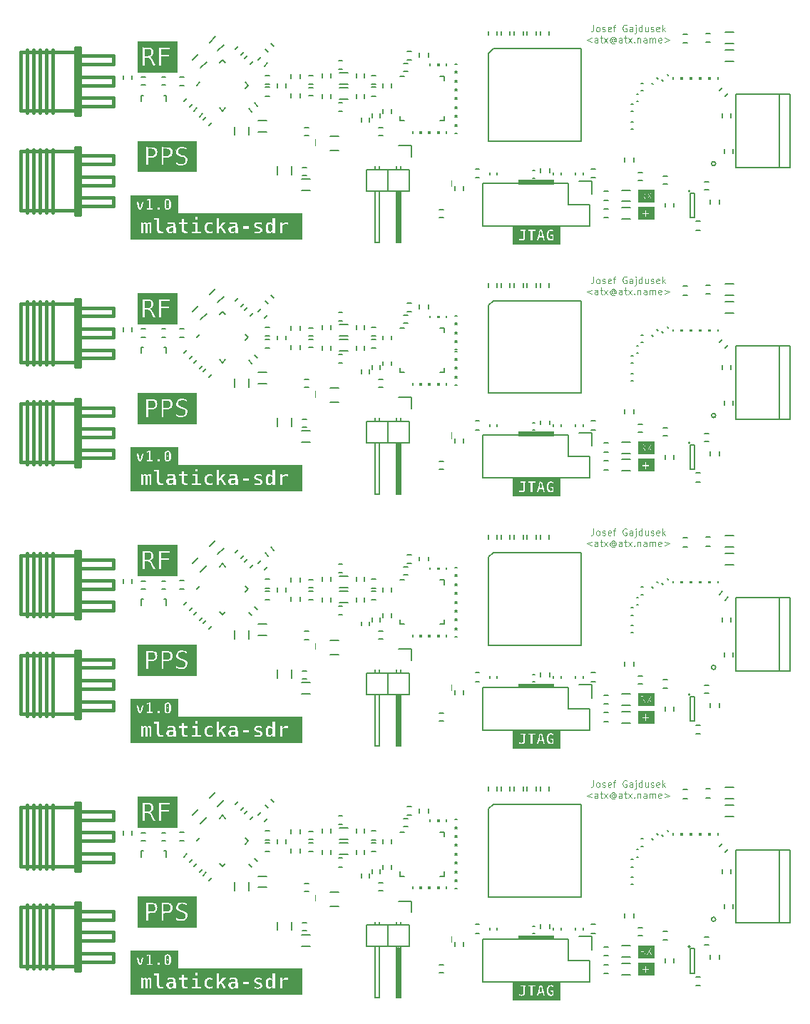
<source format=gbr>
G04 #@! TF.FileFunction,Legend,Top*
%FSLAX46Y46*%
G04 Gerber Fmt 4.6, Leading zero omitted, Abs format (unit mm)*
G04 Created by KiCad (PCBNEW 4.0.4-stable) date Sun Dec  4 22:44:25 2016*
%MOMM*%
%LPD*%
G01*
G04 APERTURE LIST*
%ADD10C,0.050000*%
%ADD11C,0.100000*%
%ADD12C,0.150000*%
%ADD13C,0.010000*%
%ADD14C,0.381000*%
G04 APERTURE END LIST*
D10*
D11*
X75685714Y-75561905D02*
X75685714Y-76133333D01*
X75647618Y-76247619D01*
X75571428Y-76323810D01*
X75457142Y-76361905D01*
X75380952Y-76361905D01*
X76180952Y-76361905D02*
X76104761Y-76323810D01*
X76066666Y-76285714D01*
X76028571Y-76209524D01*
X76028571Y-75980952D01*
X76066666Y-75904762D01*
X76104761Y-75866667D01*
X76180952Y-75828571D01*
X76295238Y-75828571D01*
X76371428Y-75866667D01*
X76409523Y-75904762D01*
X76447619Y-75980952D01*
X76447619Y-76209524D01*
X76409523Y-76285714D01*
X76371428Y-76323810D01*
X76295238Y-76361905D01*
X76180952Y-76361905D01*
X76752381Y-76323810D02*
X76828571Y-76361905D01*
X76980952Y-76361905D01*
X77057143Y-76323810D01*
X77095238Y-76247619D01*
X77095238Y-76209524D01*
X77057143Y-76133333D01*
X76980952Y-76095238D01*
X76866667Y-76095238D01*
X76790476Y-76057143D01*
X76752381Y-75980952D01*
X76752381Y-75942857D01*
X76790476Y-75866667D01*
X76866667Y-75828571D01*
X76980952Y-75828571D01*
X77057143Y-75866667D01*
X77742857Y-76323810D02*
X77666667Y-76361905D01*
X77514286Y-76361905D01*
X77438095Y-76323810D01*
X77400000Y-76247619D01*
X77400000Y-75942857D01*
X77438095Y-75866667D01*
X77514286Y-75828571D01*
X77666667Y-75828571D01*
X77742857Y-75866667D01*
X77780952Y-75942857D01*
X77780952Y-76019048D01*
X77400000Y-76095238D01*
X78009523Y-75828571D02*
X78314285Y-75828571D01*
X78123809Y-76361905D02*
X78123809Y-75676190D01*
X78161904Y-75600000D01*
X78238095Y-75561905D01*
X78314285Y-75561905D01*
X79609524Y-75600000D02*
X79533333Y-75561905D01*
X79419048Y-75561905D01*
X79304762Y-75600000D01*
X79228571Y-75676190D01*
X79190476Y-75752381D01*
X79152381Y-75904762D01*
X79152381Y-76019048D01*
X79190476Y-76171429D01*
X79228571Y-76247619D01*
X79304762Y-76323810D01*
X79419048Y-76361905D01*
X79495238Y-76361905D01*
X79609524Y-76323810D01*
X79647619Y-76285714D01*
X79647619Y-76019048D01*
X79495238Y-76019048D01*
X80333333Y-76361905D02*
X80333333Y-75942857D01*
X80295238Y-75866667D01*
X80219048Y-75828571D01*
X80066667Y-75828571D01*
X79990476Y-75866667D01*
X80333333Y-76323810D02*
X80257143Y-76361905D01*
X80066667Y-76361905D01*
X79990476Y-76323810D01*
X79952381Y-76247619D01*
X79952381Y-76171429D01*
X79990476Y-76095238D01*
X80066667Y-76057143D01*
X80257143Y-76057143D01*
X80333333Y-76019048D01*
X80714286Y-75828571D02*
X80714286Y-76514286D01*
X80676191Y-76590476D01*
X80600000Y-76628571D01*
X80561905Y-76628571D01*
X80714286Y-75561905D02*
X80676191Y-75600000D01*
X80714286Y-75638095D01*
X80752381Y-75600000D01*
X80714286Y-75561905D01*
X80714286Y-75638095D01*
X81438095Y-76361905D02*
X81438095Y-75561905D01*
X81438095Y-76323810D02*
X81361905Y-76361905D01*
X81209524Y-76361905D01*
X81133333Y-76323810D01*
X81095238Y-76285714D01*
X81057143Y-76209524D01*
X81057143Y-75980952D01*
X81095238Y-75904762D01*
X81133333Y-75866667D01*
X81209524Y-75828571D01*
X81361905Y-75828571D01*
X81438095Y-75866667D01*
X82161905Y-75828571D02*
X82161905Y-76361905D01*
X81819048Y-75828571D02*
X81819048Y-76247619D01*
X81857143Y-76323810D01*
X81933334Y-76361905D01*
X82047620Y-76361905D01*
X82123810Y-76323810D01*
X82161905Y-76285714D01*
X82504763Y-76323810D02*
X82580953Y-76361905D01*
X82733334Y-76361905D01*
X82809525Y-76323810D01*
X82847620Y-76247619D01*
X82847620Y-76209524D01*
X82809525Y-76133333D01*
X82733334Y-76095238D01*
X82619049Y-76095238D01*
X82542858Y-76057143D01*
X82504763Y-75980952D01*
X82504763Y-75942857D01*
X82542858Y-75866667D01*
X82619049Y-75828571D01*
X82733334Y-75828571D01*
X82809525Y-75866667D01*
X83495239Y-76323810D02*
X83419049Y-76361905D01*
X83266668Y-76361905D01*
X83190477Y-76323810D01*
X83152382Y-76247619D01*
X83152382Y-75942857D01*
X83190477Y-75866667D01*
X83266668Y-75828571D01*
X83419049Y-75828571D01*
X83495239Y-75866667D01*
X83533334Y-75942857D01*
X83533334Y-76019048D01*
X83152382Y-76095238D01*
X83876191Y-76361905D02*
X83876191Y-75561905D01*
X83952382Y-76057143D02*
X84180953Y-76361905D01*
X84180953Y-75828571D02*
X83876191Y-76133333D01*
X75476190Y-77128571D02*
X74866666Y-77357143D01*
X75476190Y-77585714D01*
X76199999Y-77661905D02*
X76199999Y-77242857D01*
X76161904Y-77166667D01*
X76085714Y-77128571D01*
X75933333Y-77128571D01*
X75857142Y-77166667D01*
X76199999Y-77623810D02*
X76123809Y-77661905D01*
X75933333Y-77661905D01*
X75857142Y-77623810D01*
X75819047Y-77547619D01*
X75819047Y-77471429D01*
X75857142Y-77395238D01*
X75933333Y-77357143D01*
X76123809Y-77357143D01*
X76199999Y-77319048D01*
X76466666Y-77128571D02*
X76771428Y-77128571D01*
X76580952Y-76861905D02*
X76580952Y-77547619D01*
X76619047Y-77623810D01*
X76695238Y-77661905D01*
X76771428Y-77661905D01*
X76961905Y-77661905D02*
X77380952Y-77128571D01*
X76961905Y-77128571D02*
X77380952Y-77661905D01*
X78180952Y-77280952D02*
X78142857Y-77242857D01*
X78066667Y-77204762D01*
X77990476Y-77204762D01*
X77914286Y-77242857D01*
X77876190Y-77280952D01*
X77838095Y-77357143D01*
X77838095Y-77433333D01*
X77876190Y-77509524D01*
X77914286Y-77547619D01*
X77990476Y-77585714D01*
X78066667Y-77585714D01*
X78142857Y-77547619D01*
X78180952Y-77509524D01*
X78180952Y-77204762D02*
X78180952Y-77509524D01*
X78219048Y-77547619D01*
X78257143Y-77547619D01*
X78333333Y-77509524D01*
X78371428Y-77433333D01*
X78371428Y-77242857D01*
X78295238Y-77128571D01*
X78180952Y-77052381D01*
X78028571Y-77014286D01*
X77876190Y-77052381D01*
X77761905Y-77128571D01*
X77685714Y-77242857D01*
X77647619Y-77395238D01*
X77685714Y-77547619D01*
X77761905Y-77661905D01*
X77876190Y-77738095D01*
X78028571Y-77776190D01*
X78180952Y-77738095D01*
X78295238Y-77661905D01*
X79057142Y-77661905D02*
X79057142Y-77242857D01*
X79019047Y-77166667D01*
X78942857Y-77128571D01*
X78790476Y-77128571D01*
X78714285Y-77166667D01*
X79057142Y-77623810D02*
X78980952Y-77661905D01*
X78790476Y-77661905D01*
X78714285Y-77623810D01*
X78676190Y-77547619D01*
X78676190Y-77471429D01*
X78714285Y-77395238D01*
X78790476Y-77357143D01*
X78980952Y-77357143D01*
X79057142Y-77319048D01*
X79323809Y-77128571D02*
X79628571Y-77128571D01*
X79438095Y-76861905D02*
X79438095Y-77547619D01*
X79476190Y-77623810D01*
X79552381Y-77661905D01*
X79628571Y-77661905D01*
X79819048Y-77661905D02*
X80238095Y-77128571D01*
X79819048Y-77128571D02*
X80238095Y-77661905D01*
X80542857Y-77585714D02*
X80580952Y-77623810D01*
X80542857Y-77661905D01*
X80504762Y-77623810D01*
X80542857Y-77585714D01*
X80542857Y-77661905D01*
X80923809Y-77128571D02*
X80923809Y-77661905D01*
X80923809Y-77204762D02*
X80961904Y-77166667D01*
X81038095Y-77128571D01*
X81152381Y-77128571D01*
X81228571Y-77166667D01*
X81266666Y-77242857D01*
X81266666Y-77661905D01*
X81990476Y-77661905D02*
X81990476Y-77242857D01*
X81952381Y-77166667D01*
X81876191Y-77128571D01*
X81723810Y-77128571D01*
X81647619Y-77166667D01*
X81990476Y-77623810D02*
X81914286Y-77661905D01*
X81723810Y-77661905D01*
X81647619Y-77623810D01*
X81609524Y-77547619D01*
X81609524Y-77471429D01*
X81647619Y-77395238D01*
X81723810Y-77357143D01*
X81914286Y-77357143D01*
X81990476Y-77319048D01*
X82371429Y-77661905D02*
X82371429Y-77128571D01*
X82371429Y-77204762D02*
X82409524Y-77166667D01*
X82485715Y-77128571D01*
X82600001Y-77128571D01*
X82676191Y-77166667D01*
X82714286Y-77242857D01*
X82714286Y-77661905D01*
X82714286Y-77242857D02*
X82752382Y-77166667D01*
X82828572Y-77128571D01*
X82942858Y-77128571D01*
X83019048Y-77166667D01*
X83057143Y-77242857D01*
X83057143Y-77661905D01*
X83742858Y-77623810D02*
X83666668Y-77661905D01*
X83514287Y-77661905D01*
X83438096Y-77623810D01*
X83400001Y-77547619D01*
X83400001Y-77242857D01*
X83438096Y-77166667D01*
X83514287Y-77128571D01*
X83666668Y-77128571D01*
X83742858Y-77166667D01*
X83780953Y-77242857D01*
X83780953Y-77319048D01*
X83400001Y-77395238D01*
X84123810Y-77128571D02*
X84733334Y-77357143D01*
X84123810Y-77585714D01*
X75685714Y-105461905D02*
X75685714Y-106033333D01*
X75647618Y-106147619D01*
X75571428Y-106223810D01*
X75457142Y-106261905D01*
X75380952Y-106261905D01*
X76180952Y-106261905D02*
X76104761Y-106223810D01*
X76066666Y-106185714D01*
X76028571Y-106109524D01*
X76028571Y-105880952D01*
X76066666Y-105804762D01*
X76104761Y-105766667D01*
X76180952Y-105728571D01*
X76295238Y-105728571D01*
X76371428Y-105766667D01*
X76409523Y-105804762D01*
X76447619Y-105880952D01*
X76447619Y-106109524D01*
X76409523Y-106185714D01*
X76371428Y-106223810D01*
X76295238Y-106261905D01*
X76180952Y-106261905D01*
X76752381Y-106223810D02*
X76828571Y-106261905D01*
X76980952Y-106261905D01*
X77057143Y-106223810D01*
X77095238Y-106147619D01*
X77095238Y-106109524D01*
X77057143Y-106033333D01*
X76980952Y-105995238D01*
X76866667Y-105995238D01*
X76790476Y-105957143D01*
X76752381Y-105880952D01*
X76752381Y-105842857D01*
X76790476Y-105766667D01*
X76866667Y-105728571D01*
X76980952Y-105728571D01*
X77057143Y-105766667D01*
X77742857Y-106223810D02*
X77666667Y-106261905D01*
X77514286Y-106261905D01*
X77438095Y-106223810D01*
X77400000Y-106147619D01*
X77400000Y-105842857D01*
X77438095Y-105766667D01*
X77514286Y-105728571D01*
X77666667Y-105728571D01*
X77742857Y-105766667D01*
X77780952Y-105842857D01*
X77780952Y-105919048D01*
X77400000Y-105995238D01*
X78009523Y-105728571D02*
X78314285Y-105728571D01*
X78123809Y-106261905D02*
X78123809Y-105576190D01*
X78161904Y-105500000D01*
X78238095Y-105461905D01*
X78314285Y-105461905D01*
X79609524Y-105500000D02*
X79533333Y-105461905D01*
X79419048Y-105461905D01*
X79304762Y-105500000D01*
X79228571Y-105576190D01*
X79190476Y-105652381D01*
X79152381Y-105804762D01*
X79152381Y-105919048D01*
X79190476Y-106071429D01*
X79228571Y-106147619D01*
X79304762Y-106223810D01*
X79419048Y-106261905D01*
X79495238Y-106261905D01*
X79609524Y-106223810D01*
X79647619Y-106185714D01*
X79647619Y-105919048D01*
X79495238Y-105919048D01*
X80333333Y-106261905D02*
X80333333Y-105842857D01*
X80295238Y-105766667D01*
X80219048Y-105728571D01*
X80066667Y-105728571D01*
X79990476Y-105766667D01*
X80333333Y-106223810D02*
X80257143Y-106261905D01*
X80066667Y-106261905D01*
X79990476Y-106223810D01*
X79952381Y-106147619D01*
X79952381Y-106071429D01*
X79990476Y-105995238D01*
X80066667Y-105957143D01*
X80257143Y-105957143D01*
X80333333Y-105919048D01*
X80714286Y-105728571D02*
X80714286Y-106414286D01*
X80676191Y-106490476D01*
X80600000Y-106528571D01*
X80561905Y-106528571D01*
X80714286Y-105461905D02*
X80676191Y-105500000D01*
X80714286Y-105538095D01*
X80752381Y-105500000D01*
X80714286Y-105461905D01*
X80714286Y-105538095D01*
X81438095Y-106261905D02*
X81438095Y-105461905D01*
X81438095Y-106223810D02*
X81361905Y-106261905D01*
X81209524Y-106261905D01*
X81133333Y-106223810D01*
X81095238Y-106185714D01*
X81057143Y-106109524D01*
X81057143Y-105880952D01*
X81095238Y-105804762D01*
X81133333Y-105766667D01*
X81209524Y-105728571D01*
X81361905Y-105728571D01*
X81438095Y-105766667D01*
X82161905Y-105728571D02*
X82161905Y-106261905D01*
X81819048Y-105728571D02*
X81819048Y-106147619D01*
X81857143Y-106223810D01*
X81933334Y-106261905D01*
X82047620Y-106261905D01*
X82123810Y-106223810D01*
X82161905Y-106185714D01*
X82504763Y-106223810D02*
X82580953Y-106261905D01*
X82733334Y-106261905D01*
X82809525Y-106223810D01*
X82847620Y-106147619D01*
X82847620Y-106109524D01*
X82809525Y-106033333D01*
X82733334Y-105995238D01*
X82619049Y-105995238D01*
X82542858Y-105957143D01*
X82504763Y-105880952D01*
X82504763Y-105842857D01*
X82542858Y-105766667D01*
X82619049Y-105728571D01*
X82733334Y-105728571D01*
X82809525Y-105766667D01*
X83495239Y-106223810D02*
X83419049Y-106261905D01*
X83266668Y-106261905D01*
X83190477Y-106223810D01*
X83152382Y-106147619D01*
X83152382Y-105842857D01*
X83190477Y-105766667D01*
X83266668Y-105728571D01*
X83419049Y-105728571D01*
X83495239Y-105766667D01*
X83533334Y-105842857D01*
X83533334Y-105919048D01*
X83152382Y-105995238D01*
X83876191Y-106261905D02*
X83876191Y-105461905D01*
X83952382Y-105957143D02*
X84180953Y-106261905D01*
X84180953Y-105728571D02*
X83876191Y-106033333D01*
X75476190Y-107028571D02*
X74866666Y-107257143D01*
X75476190Y-107485714D01*
X76199999Y-107561905D02*
X76199999Y-107142857D01*
X76161904Y-107066667D01*
X76085714Y-107028571D01*
X75933333Y-107028571D01*
X75857142Y-107066667D01*
X76199999Y-107523810D02*
X76123809Y-107561905D01*
X75933333Y-107561905D01*
X75857142Y-107523810D01*
X75819047Y-107447619D01*
X75819047Y-107371429D01*
X75857142Y-107295238D01*
X75933333Y-107257143D01*
X76123809Y-107257143D01*
X76199999Y-107219048D01*
X76466666Y-107028571D02*
X76771428Y-107028571D01*
X76580952Y-106761905D02*
X76580952Y-107447619D01*
X76619047Y-107523810D01*
X76695238Y-107561905D01*
X76771428Y-107561905D01*
X76961905Y-107561905D02*
X77380952Y-107028571D01*
X76961905Y-107028571D02*
X77380952Y-107561905D01*
X78180952Y-107180952D02*
X78142857Y-107142857D01*
X78066667Y-107104762D01*
X77990476Y-107104762D01*
X77914286Y-107142857D01*
X77876190Y-107180952D01*
X77838095Y-107257143D01*
X77838095Y-107333333D01*
X77876190Y-107409524D01*
X77914286Y-107447619D01*
X77990476Y-107485714D01*
X78066667Y-107485714D01*
X78142857Y-107447619D01*
X78180952Y-107409524D01*
X78180952Y-107104762D02*
X78180952Y-107409524D01*
X78219048Y-107447619D01*
X78257143Y-107447619D01*
X78333333Y-107409524D01*
X78371428Y-107333333D01*
X78371428Y-107142857D01*
X78295238Y-107028571D01*
X78180952Y-106952381D01*
X78028571Y-106914286D01*
X77876190Y-106952381D01*
X77761905Y-107028571D01*
X77685714Y-107142857D01*
X77647619Y-107295238D01*
X77685714Y-107447619D01*
X77761905Y-107561905D01*
X77876190Y-107638095D01*
X78028571Y-107676190D01*
X78180952Y-107638095D01*
X78295238Y-107561905D01*
X79057142Y-107561905D02*
X79057142Y-107142857D01*
X79019047Y-107066667D01*
X78942857Y-107028571D01*
X78790476Y-107028571D01*
X78714285Y-107066667D01*
X79057142Y-107523810D02*
X78980952Y-107561905D01*
X78790476Y-107561905D01*
X78714285Y-107523810D01*
X78676190Y-107447619D01*
X78676190Y-107371429D01*
X78714285Y-107295238D01*
X78790476Y-107257143D01*
X78980952Y-107257143D01*
X79057142Y-107219048D01*
X79323809Y-107028571D02*
X79628571Y-107028571D01*
X79438095Y-106761905D02*
X79438095Y-107447619D01*
X79476190Y-107523810D01*
X79552381Y-107561905D01*
X79628571Y-107561905D01*
X79819048Y-107561905D02*
X80238095Y-107028571D01*
X79819048Y-107028571D02*
X80238095Y-107561905D01*
X80542857Y-107485714D02*
X80580952Y-107523810D01*
X80542857Y-107561905D01*
X80504762Y-107523810D01*
X80542857Y-107485714D01*
X80542857Y-107561905D01*
X80923809Y-107028571D02*
X80923809Y-107561905D01*
X80923809Y-107104762D02*
X80961904Y-107066667D01*
X81038095Y-107028571D01*
X81152381Y-107028571D01*
X81228571Y-107066667D01*
X81266666Y-107142857D01*
X81266666Y-107561905D01*
X81990476Y-107561905D02*
X81990476Y-107142857D01*
X81952381Y-107066667D01*
X81876191Y-107028571D01*
X81723810Y-107028571D01*
X81647619Y-107066667D01*
X81990476Y-107523810D02*
X81914286Y-107561905D01*
X81723810Y-107561905D01*
X81647619Y-107523810D01*
X81609524Y-107447619D01*
X81609524Y-107371429D01*
X81647619Y-107295238D01*
X81723810Y-107257143D01*
X81914286Y-107257143D01*
X81990476Y-107219048D01*
X82371429Y-107561905D02*
X82371429Y-107028571D01*
X82371429Y-107104762D02*
X82409524Y-107066667D01*
X82485715Y-107028571D01*
X82600001Y-107028571D01*
X82676191Y-107066667D01*
X82714286Y-107142857D01*
X82714286Y-107561905D01*
X82714286Y-107142857D02*
X82752382Y-107066667D01*
X82828572Y-107028571D01*
X82942858Y-107028571D01*
X83019048Y-107066667D01*
X83057143Y-107142857D01*
X83057143Y-107561905D01*
X83742858Y-107523810D02*
X83666668Y-107561905D01*
X83514287Y-107561905D01*
X83438096Y-107523810D01*
X83400001Y-107447619D01*
X83400001Y-107142857D01*
X83438096Y-107066667D01*
X83514287Y-107028571D01*
X83666668Y-107028571D01*
X83742858Y-107066667D01*
X83780953Y-107142857D01*
X83780953Y-107219048D01*
X83400001Y-107295238D01*
X84123810Y-107028571D02*
X84733334Y-107257143D01*
X84123810Y-107485714D01*
X75685714Y-45661905D02*
X75685714Y-46233333D01*
X75647618Y-46347619D01*
X75571428Y-46423810D01*
X75457142Y-46461905D01*
X75380952Y-46461905D01*
X76180952Y-46461905D02*
X76104761Y-46423810D01*
X76066666Y-46385714D01*
X76028571Y-46309524D01*
X76028571Y-46080952D01*
X76066666Y-46004762D01*
X76104761Y-45966667D01*
X76180952Y-45928571D01*
X76295238Y-45928571D01*
X76371428Y-45966667D01*
X76409523Y-46004762D01*
X76447619Y-46080952D01*
X76447619Y-46309524D01*
X76409523Y-46385714D01*
X76371428Y-46423810D01*
X76295238Y-46461905D01*
X76180952Y-46461905D01*
X76752381Y-46423810D02*
X76828571Y-46461905D01*
X76980952Y-46461905D01*
X77057143Y-46423810D01*
X77095238Y-46347619D01*
X77095238Y-46309524D01*
X77057143Y-46233333D01*
X76980952Y-46195238D01*
X76866667Y-46195238D01*
X76790476Y-46157143D01*
X76752381Y-46080952D01*
X76752381Y-46042857D01*
X76790476Y-45966667D01*
X76866667Y-45928571D01*
X76980952Y-45928571D01*
X77057143Y-45966667D01*
X77742857Y-46423810D02*
X77666667Y-46461905D01*
X77514286Y-46461905D01*
X77438095Y-46423810D01*
X77400000Y-46347619D01*
X77400000Y-46042857D01*
X77438095Y-45966667D01*
X77514286Y-45928571D01*
X77666667Y-45928571D01*
X77742857Y-45966667D01*
X77780952Y-46042857D01*
X77780952Y-46119048D01*
X77400000Y-46195238D01*
X78009523Y-45928571D02*
X78314285Y-45928571D01*
X78123809Y-46461905D02*
X78123809Y-45776190D01*
X78161904Y-45700000D01*
X78238095Y-45661905D01*
X78314285Y-45661905D01*
X79609524Y-45700000D02*
X79533333Y-45661905D01*
X79419048Y-45661905D01*
X79304762Y-45700000D01*
X79228571Y-45776190D01*
X79190476Y-45852381D01*
X79152381Y-46004762D01*
X79152381Y-46119048D01*
X79190476Y-46271429D01*
X79228571Y-46347619D01*
X79304762Y-46423810D01*
X79419048Y-46461905D01*
X79495238Y-46461905D01*
X79609524Y-46423810D01*
X79647619Y-46385714D01*
X79647619Y-46119048D01*
X79495238Y-46119048D01*
X80333333Y-46461905D02*
X80333333Y-46042857D01*
X80295238Y-45966667D01*
X80219048Y-45928571D01*
X80066667Y-45928571D01*
X79990476Y-45966667D01*
X80333333Y-46423810D02*
X80257143Y-46461905D01*
X80066667Y-46461905D01*
X79990476Y-46423810D01*
X79952381Y-46347619D01*
X79952381Y-46271429D01*
X79990476Y-46195238D01*
X80066667Y-46157143D01*
X80257143Y-46157143D01*
X80333333Y-46119048D01*
X80714286Y-45928571D02*
X80714286Y-46614286D01*
X80676191Y-46690476D01*
X80600000Y-46728571D01*
X80561905Y-46728571D01*
X80714286Y-45661905D02*
X80676191Y-45700000D01*
X80714286Y-45738095D01*
X80752381Y-45700000D01*
X80714286Y-45661905D01*
X80714286Y-45738095D01*
X81438095Y-46461905D02*
X81438095Y-45661905D01*
X81438095Y-46423810D02*
X81361905Y-46461905D01*
X81209524Y-46461905D01*
X81133333Y-46423810D01*
X81095238Y-46385714D01*
X81057143Y-46309524D01*
X81057143Y-46080952D01*
X81095238Y-46004762D01*
X81133333Y-45966667D01*
X81209524Y-45928571D01*
X81361905Y-45928571D01*
X81438095Y-45966667D01*
X82161905Y-45928571D02*
X82161905Y-46461905D01*
X81819048Y-45928571D02*
X81819048Y-46347619D01*
X81857143Y-46423810D01*
X81933334Y-46461905D01*
X82047620Y-46461905D01*
X82123810Y-46423810D01*
X82161905Y-46385714D01*
X82504763Y-46423810D02*
X82580953Y-46461905D01*
X82733334Y-46461905D01*
X82809525Y-46423810D01*
X82847620Y-46347619D01*
X82847620Y-46309524D01*
X82809525Y-46233333D01*
X82733334Y-46195238D01*
X82619049Y-46195238D01*
X82542858Y-46157143D01*
X82504763Y-46080952D01*
X82504763Y-46042857D01*
X82542858Y-45966667D01*
X82619049Y-45928571D01*
X82733334Y-45928571D01*
X82809525Y-45966667D01*
X83495239Y-46423810D02*
X83419049Y-46461905D01*
X83266668Y-46461905D01*
X83190477Y-46423810D01*
X83152382Y-46347619D01*
X83152382Y-46042857D01*
X83190477Y-45966667D01*
X83266668Y-45928571D01*
X83419049Y-45928571D01*
X83495239Y-45966667D01*
X83533334Y-46042857D01*
X83533334Y-46119048D01*
X83152382Y-46195238D01*
X83876191Y-46461905D02*
X83876191Y-45661905D01*
X83952382Y-46157143D02*
X84180953Y-46461905D01*
X84180953Y-45928571D02*
X83876191Y-46233333D01*
X75476190Y-47228571D02*
X74866666Y-47457143D01*
X75476190Y-47685714D01*
X76199999Y-47761905D02*
X76199999Y-47342857D01*
X76161904Y-47266667D01*
X76085714Y-47228571D01*
X75933333Y-47228571D01*
X75857142Y-47266667D01*
X76199999Y-47723810D02*
X76123809Y-47761905D01*
X75933333Y-47761905D01*
X75857142Y-47723810D01*
X75819047Y-47647619D01*
X75819047Y-47571429D01*
X75857142Y-47495238D01*
X75933333Y-47457143D01*
X76123809Y-47457143D01*
X76199999Y-47419048D01*
X76466666Y-47228571D02*
X76771428Y-47228571D01*
X76580952Y-46961905D02*
X76580952Y-47647619D01*
X76619047Y-47723810D01*
X76695238Y-47761905D01*
X76771428Y-47761905D01*
X76961905Y-47761905D02*
X77380952Y-47228571D01*
X76961905Y-47228571D02*
X77380952Y-47761905D01*
X78180952Y-47380952D02*
X78142857Y-47342857D01*
X78066667Y-47304762D01*
X77990476Y-47304762D01*
X77914286Y-47342857D01*
X77876190Y-47380952D01*
X77838095Y-47457143D01*
X77838095Y-47533333D01*
X77876190Y-47609524D01*
X77914286Y-47647619D01*
X77990476Y-47685714D01*
X78066667Y-47685714D01*
X78142857Y-47647619D01*
X78180952Y-47609524D01*
X78180952Y-47304762D02*
X78180952Y-47609524D01*
X78219048Y-47647619D01*
X78257143Y-47647619D01*
X78333333Y-47609524D01*
X78371428Y-47533333D01*
X78371428Y-47342857D01*
X78295238Y-47228571D01*
X78180952Y-47152381D01*
X78028571Y-47114286D01*
X77876190Y-47152381D01*
X77761905Y-47228571D01*
X77685714Y-47342857D01*
X77647619Y-47495238D01*
X77685714Y-47647619D01*
X77761905Y-47761905D01*
X77876190Y-47838095D01*
X78028571Y-47876190D01*
X78180952Y-47838095D01*
X78295238Y-47761905D01*
X79057142Y-47761905D02*
X79057142Y-47342857D01*
X79019047Y-47266667D01*
X78942857Y-47228571D01*
X78790476Y-47228571D01*
X78714285Y-47266667D01*
X79057142Y-47723810D02*
X78980952Y-47761905D01*
X78790476Y-47761905D01*
X78714285Y-47723810D01*
X78676190Y-47647619D01*
X78676190Y-47571429D01*
X78714285Y-47495238D01*
X78790476Y-47457143D01*
X78980952Y-47457143D01*
X79057142Y-47419048D01*
X79323809Y-47228571D02*
X79628571Y-47228571D01*
X79438095Y-46961905D02*
X79438095Y-47647619D01*
X79476190Y-47723810D01*
X79552381Y-47761905D01*
X79628571Y-47761905D01*
X79819048Y-47761905D02*
X80238095Y-47228571D01*
X79819048Y-47228571D02*
X80238095Y-47761905D01*
X80542857Y-47685714D02*
X80580952Y-47723810D01*
X80542857Y-47761905D01*
X80504762Y-47723810D01*
X80542857Y-47685714D01*
X80542857Y-47761905D01*
X80923809Y-47228571D02*
X80923809Y-47761905D01*
X80923809Y-47304762D02*
X80961904Y-47266667D01*
X81038095Y-47228571D01*
X81152381Y-47228571D01*
X81228571Y-47266667D01*
X81266666Y-47342857D01*
X81266666Y-47761905D01*
X81990476Y-47761905D02*
X81990476Y-47342857D01*
X81952381Y-47266667D01*
X81876191Y-47228571D01*
X81723810Y-47228571D01*
X81647619Y-47266667D01*
X81990476Y-47723810D02*
X81914286Y-47761905D01*
X81723810Y-47761905D01*
X81647619Y-47723810D01*
X81609524Y-47647619D01*
X81609524Y-47571429D01*
X81647619Y-47495238D01*
X81723810Y-47457143D01*
X81914286Y-47457143D01*
X81990476Y-47419048D01*
X82371429Y-47761905D02*
X82371429Y-47228571D01*
X82371429Y-47304762D02*
X82409524Y-47266667D01*
X82485715Y-47228571D01*
X82600001Y-47228571D01*
X82676191Y-47266667D01*
X82714286Y-47342857D01*
X82714286Y-47761905D01*
X82714286Y-47342857D02*
X82752382Y-47266667D01*
X82828572Y-47228571D01*
X82942858Y-47228571D01*
X83019048Y-47266667D01*
X83057143Y-47342857D01*
X83057143Y-47761905D01*
X83742858Y-47723810D02*
X83666668Y-47761905D01*
X83514287Y-47761905D01*
X83438096Y-47723810D01*
X83400001Y-47647619D01*
X83400001Y-47342857D01*
X83438096Y-47266667D01*
X83514287Y-47228571D01*
X83666668Y-47228571D01*
X83742858Y-47266667D01*
X83780953Y-47342857D01*
X83780953Y-47419048D01*
X83400001Y-47495238D01*
X84123810Y-47228571D02*
X84733334Y-47457143D01*
X84123810Y-47685714D01*
X75685714Y-15761905D02*
X75685714Y-16333333D01*
X75647618Y-16447619D01*
X75571428Y-16523810D01*
X75457142Y-16561905D01*
X75380952Y-16561905D01*
X76180952Y-16561905D02*
X76104761Y-16523810D01*
X76066666Y-16485714D01*
X76028571Y-16409524D01*
X76028571Y-16180952D01*
X76066666Y-16104762D01*
X76104761Y-16066667D01*
X76180952Y-16028571D01*
X76295238Y-16028571D01*
X76371428Y-16066667D01*
X76409523Y-16104762D01*
X76447619Y-16180952D01*
X76447619Y-16409524D01*
X76409523Y-16485714D01*
X76371428Y-16523810D01*
X76295238Y-16561905D01*
X76180952Y-16561905D01*
X76752381Y-16523810D02*
X76828571Y-16561905D01*
X76980952Y-16561905D01*
X77057143Y-16523810D01*
X77095238Y-16447619D01*
X77095238Y-16409524D01*
X77057143Y-16333333D01*
X76980952Y-16295238D01*
X76866667Y-16295238D01*
X76790476Y-16257143D01*
X76752381Y-16180952D01*
X76752381Y-16142857D01*
X76790476Y-16066667D01*
X76866667Y-16028571D01*
X76980952Y-16028571D01*
X77057143Y-16066667D01*
X77742857Y-16523810D02*
X77666667Y-16561905D01*
X77514286Y-16561905D01*
X77438095Y-16523810D01*
X77400000Y-16447619D01*
X77400000Y-16142857D01*
X77438095Y-16066667D01*
X77514286Y-16028571D01*
X77666667Y-16028571D01*
X77742857Y-16066667D01*
X77780952Y-16142857D01*
X77780952Y-16219048D01*
X77400000Y-16295238D01*
X78009523Y-16028571D02*
X78314285Y-16028571D01*
X78123809Y-16561905D02*
X78123809Y-15876190D01*
X78161904Y-15800000D01*
X78238095Y-15761905D01*
X78314285Y-15761905D01*
X79609524Y-15800000D02*
X79533333Y-15761905D01*
X79419048Y-15761905D01*
X79304762Y-15800000D01*
X79228571Y-15876190D01*
X79190476Y-15952381D01*
X79152381Y-16104762D01*
X79152381Y-16219048D01*
X79190476Y-16371429D01*
X79228571Y-16447619D01*
X79304762Y-16523810D01*
X79419048Y-16561905D01*
X79495238Y-16561905D01*
X79609524Y-16523810D01*
X79647619Y-16485714D01*
X79647619Y-16219048D01*
X79495238Y-16219048D01*
X80333333Y-16561905D02*
X80333333Y-16142857D01*
X80295238Y-16066667D01*
X80219048Y-16028571D01*
X80066667Y-16028571D01*
X79990476Y-16066667D01*
X80333333Y-16523810D02*
X80257143Y-16561905D01*
X80066667Y-16561905D01*
X79990476Y-16523810D01*
X79952381Y-16447619D01*
X79952381Y-16371429D01*
X79990476Y-16295238D01*
X80066667Y-16257143D01*
X80257143Y-16257143D01*
X80333333Y-16219048D01*
X80714286Y-16028571D02*
X80714286Y-16714286D01*
X80676191Y-16790476D01*
X80600000Y-16828571D01*
X80561905Y-16828571D01*
X80714286Y-15761905D02*
X80676191Y-15800000D01*
X80714286Y-15838095D01*
X80752381Y-15800000D01*
X80714286Y-15761905D01*
X80714286Y-15838095D01*
X81438095Y-16561905D02*
X81438095Y-15761905D01*
X81438095Y-16523810D02*
X81361905Y-16561905D01*
X81209524Y-16561905D01*
X81133333Y-16523810D01*
X81095238Y-16485714D01*
X81057143Y-16409524D01*
X81057143Y-16180952D01*
X81095238Y-16104762D01*
X81133333Y-16066667D01*
X81209524Y-16028571D01*
X81361905Y-16028571D01*
X81438095Y-16066667D01*
X82161905Y-16028571D02*
X82161905Y-16561905D01*
X81819048Y-16028571D02*
X81819048Y-16447619D01*
X81857143Y-16523810D01*
X81933334Y-16561905D01*
X82047620Y-16561905D01*
X82123810Y-16523810D01*
X82161905Y-16485714D01*
X82504763Y-16523810D02*
X82580953Y-16561905D01*
X82733334Y-16561905D01*
X82809525Y-16523810D01*
X82847620Y-16447619D01*
X82847620Y-16409524D01*
X82809525Y-16333333D01*
X82733334Y-16295238D01*
X82619049Y-16295238D01*
X82542858Y-16257143D01*
X82504763Y-16180952D01*
X82504763Y-16142857D01*
X82542858Y-16066667D01*
X82619049Y-16028571D01*
X82733334Y-16028571D01*
X82809525Y-16066667D01*
X83495239Y-16523810D02*
X83419049Y-16561905D01*
X83266668Y-16561905D01*
X83190477Y-16523810D01*
X83152382Y-16447619D01*
X83152382Y-16142857D01*
X83190477Y-16066667D01*
X83266668Y-16028571D01*
X83419049Y-16028571D01*
X83495239Y-16066667D01*
X83533334Y-16142857D01*
X83533334Y-16219048D01*
X83152382Y-16295238D01*
X83876191Y-16561905D02*
X83876191Y-15761905D01*
X83952382Y-16257143D02*
X84180953Y-16561905D01*
X84180953Y-16028571D02*
X83876191Y-16333333D01*
X75476190Y-17328571D02*
X74866666Y-17557143D01*
X75476190Y-17785714D01*
X76199999Y-17861905D02*
X76199999Y-17442857D01*
X76161904Y-17366667D01*
X76085714Y-17328571D01*
X75933333Y-17328571D01*
X75857142Y-17366667D01*
X76199999Y-17823810D02*
X76123809Y-17861905D01*
X75933333Y-17861905D01*
X75857142Y-17823810D01*
X75819047Y-17747619D01*
X75819047Y-17671429D01*
X75857142Y-17595238D01*
X75933333Y-17557143D01*
X76123809Y-17557143D01*
X76199999Y-17519048D01*
X76466666Y-17328571D02*
X76771428Y-17328571D01*
X76580952Y-17061905D02*
X76580952Y-17747619D01*
X76619047Y-17823810D01*
X76695238Y-17861905D01*
X76771428Y-17861905D01*
X76961905Y-17861905D02*
X77380952Y-17328571D01*
X76961905Y-17328571D02*
X77380952Y-17861905D01*
X78180952Y-17480952D02*
X78142857Y-17442857D01*
X78066667Y-17404762D01*
X77990476Y-17404762D01*
X77914286Y-17442857D01*
X77876190Y-17480952D01*
X77838095Y-17557143D01*
X77838095Y-17633333D01*
X77876190Y-17709524D01*
X77914286Y-17747619D01*
X77990476Y-17785714D01*
X78066667Y-17785714D01*
X78142857Y-17747619D01*
X78180952Y-17709524D01*
X78180952Y-17404762D02*
X78180952Y-17709524D01*
X78219048Y-17747619D01*
X78257143Y-17747619D01*
X78333333Y-17709524D01*
X78371428Y-17633333D01*
X78371428Y-17442857D01*
X78295238Y-17328571D01*
X78180952Y-17252381D01*
X78028571Y-17214286D01*
X77876190Y-17252381D01*
X77761905Y-17328571D01*
X77685714Y-17442857D01*
X77647619Y-17595238D01*
X77685714Y-17747619D01*
X77761905Y-17861905D01*
X77876190Y-17938095D01*
X78028571Y-17976190D01*
X78180952Y-17938095D01*
X78295238Y-17861905D01*
X79057142Y-17861905D02*
X79057142Y-17442857D01*
X79019047Y-17366667D01*
X78942857Y-17328571D01*
X78790476Y-17328571D01*
X78714285Y-17366667D01*
X79057142Y-17823810D02*
X78980952Y-17861905D01*
X78790476Y-17861905D01*
X78714285Y-17823810D01*
X78676190Y-17747619D01*
X78676190Y-17671429D01*
X78714285Y-17595238D01*
X78790476Y-17557143D01*
X78980952Y-17557143D01*
X79057142Y-17519048D01*
X79323809Y-17328571D02*
X79628571Y-17328571D01*
X79438095Y-17061905D02*
X79438095Y-17747619D01*
X79476190Y-17823810D01*
X79552381Y-17861905D01*
X79628571Y-17861905D01*
X79819048Y-17861905D02*
X80238095Y-17328571D01*
X79819048Y-17328571D02*
X80238095Y-17861905D01*
X80542857Y-17785714D02*
X80580952Y-17823810D01*
X80542857Y-17861905D01*
X80504762Y-17823810D01*
X80542857Y-17785714D01*
X80542857Y-17861905D01*
X80923809Y-17328571D02*
X80923809Y-17861905D01*
X80923809Y-17404762D02*
X80961904Y-17366667D01*
X81038095Y-17328571D01*
X81152381Y-17328571D01*
X81228571Y-17366667D01*
X81266666Y-17442857D01*
X81266666Y-17861905D01*
X81990476Y-17861905D02*
X81990476Y-17442857D01*
X81952381Y-17366667D01*
X81876191Y-17328571D01*
X81723810Y-17328571D01*
X81647619Y-17366667D01*
X81990476Y-17823810D02*
X81914286Y-17861905D01*
X81723810Y-17861905D01*
X81647619Y-17823810D01*
X81609524Y-17747619D01*
X81609524Y-17671429D01*
X81647619Y-17595238D01*
X81723810Y-17557143D01*
X81914286Y-17557143D01*
X81990476Y-17519048D01*
X82371429Y-17861905D02*
X82371429Y-17328571D01*
X82371429Y-17404762D02*
X82409524Y-17366667D01*
X82485715Y-17328571D01*
X82600001Y-17328571D01*
X82676191Y-17366667D01*
X82714286Y-17442857D01*
X82714286Y-17861905D01*
X82714286Y-17442857D02*
X82752382Y-17366667D01*
X82828572Y-17328571D01*
X82942858Y-17328571D01*
X83019048Y-17366667D01*
X83057143Y-17442857D01*
X83057143Y-17861905D01*
X83742858Y-17823810D02*
X83666668Y-17861905D01*
X83514287Y-17861905D01*
X83438096Y-17823810D01*
X83400001Y-17747619D01*
X83400001Y-17442857D01*
X83438096Y-17366667D01*
X83514287Y-17328571D01*
X83666668Y-17328571D01*
X83742858Y-17366667D01*
X83780953Y-17442857D01*
X83780953Y-17519048D01*
X83400001Y-17595238D01*
X84123810Y-17328571D02*
X84733334Y-17557143D01*
X84123810Y-17785714D01*
D12*
X41600000Y-92475000D02*
X41100000Y-92475000D01*
X41100000Y-93425000D02*
X41600000Y-93425000D01*
X60225000Y-95250000D02*
X60225000Y-94750000D01*
X59275000Y-94750000D02*
X59275000Y-95250000D01*
D11*
X58800000Y-94050000D02*
X58800000Y-94750000D01*
D12*
X57900000Y-97475000D02*
X57400000Y-97475000D01*
X57400000Y-98425000D02*
X57900000Y-98425000D01*
X57360000Y-118085000D02*
X57360000Y-118315000D01*
X58240000Y-118315000D02*
X58240000Y-118085000D01*
X56310000Y-118085000D02*
X56310000Y-118315000D01*
X57190000Y-118315000D02*
X57190000Y-118085000D01*
X55260000Y-118085000D02*
X55260000Y-118315000D01*
X56140000Y-118315000D02*
X56140000Y-118085000D01*
X54210000Y-118085000D02*
X54210000Y-118315000D01*
X55090000Y-118315000D02*
X55090000Y-118085000D01*
X57975000Y-111575000D02*
X57975000Y-112100000D01*
X52725000Y-116825000D02*
X52725000Y-116300000D01*
X57975000Y-116825000D02*
X57975000Y-116300000D01*
X52725000Y-111575000D02*
X53250000Y-111575000D01*
X52725000Y-116825000D02*
X53250000Y-116825000D01*
X57975000Y-116825000D02*
X57450000Y-116825000D01*
X57975000Y-111575000D02*
X57450000Y-111575000D01*
X59235000Y-114140000D02*
X59465000Y-114140000D01*
X59465000Y-113260000D02*
X59235000Y-113260000D01*
X59235000Y-113090000D02*
X59465000Y-113090000D01*
X59465000Y-112210000D02*
X59235000Y-112210000D01*
X59230000Y-110990000D02*
X59460000Y-110990000D01*
X59460000Y-110110000D02*
X59230000Y-110110000D01*
X59230000Y-112040000D02*
X59460000Y-112040000D01*
X59460000Y-111160000D02*
X59230000Y-111160000D01*
X48475000Y-114200000D02*
X48475000Y-113700000D01*
X47525000Y-113700000D02*
X47525000Y-114200000D01*
X51675000Y-116000000D02*
X51675000Y-115500000D01*
X50725000Y-115500000D02*
X50725000Y-116000000D01*
X50375000Y-116500000D02*
X50375000Y-116000000D01*
X49425000Y-116000000D02*
X49425000Y-116500000D01*
X49075000Y-117000000D02*
X49075000Y-116500000D01*
X48125000Y-116500000D02*
X48125000Y-117000000D01*
X50700000Y-117625000D02*
X50200000Y-117625000D01*
X50200000Y-118575000D02*
X50700000Y-118575000D01*
X59235000Y-115190000D02*
X59465000Y-115190000D01*
X59465000Y-114310000D02*
X59235000Y-114310000D01*
X59235000Y-117290000D02*
X59465000Y-117290000D01*
X59465000Y-116410000D02*
X59235000Y-116410000D01*
X59235000Y-116240000D02*
X59465000Y-116240000D01*
X59465000Y-115360000D02*
X59235000Y-115360000D01*
X59235000Y-118340000D02*
X59465000Y-118340000D01*
X59465000Y-117460000D02*
X59235000Y-117460000D01*
X55025000Y-108800000D02*
X55025000Y-109300000D01*
X56075000Y-109300000D02*
X56075000Y-108800000D01*
X57190000Y-110315000D02*
X57190000Y-110085000D01*
X56310000Y-110085000D02*
X56310000Y-110315000D01*
X58240000Y-110315000D02*
X58240000Y-110085000D01*
X57360000Y-110085000D02*
X57360000Y-110315000D01*
X54100000Y-108575000D02*
X53600000Y-108575000D01*
X53600000Y-109625000D02*
X54100000Y-109625000D01*
D11*
X58800000Y-123950000D02*
X58800000Y-124650000D01*
D12*
X57900000Y-127375000D02*
X57400000Y-127375000D01*
X57400000Y-128325000D02*
X57900000Y-128325000D01*
X60225000Y-125150000D02*
X60225000Y-124650000D01*
X59275000Y-124650000D02*
X59275000Y-125150000D01*
X41050000Y-123775000D02*
X42050000Y-123775000D01*
X42050000Y-125125000D02*
X41050000Y-125125000D01*
X45450000Y-118700000D02*
X44450000Y-118700000D01*
X44450000Y-120400000D02*
X45450000Y-120400000D01*
X41350000Y-118625000D02*
X41850000Y-118625000D01*
X41850000Y-117675000D02*
X41350000Y-117675000D01*
X41600000Y-122375000D02*
X41100000Y-122375000D01*
X41100000Y-123325000D02*
X41600000Y-123325000D01*
D11*
X42600000Y-119050000D02*
X42600000Y-119750000D01*
D12*
X54100000Y-119800000D02*
X52550000Y-119800000D01*
X54100000Y-121100000D02*
X54100000Y-119800000D01*
X52677000Y-125291000D02*
X52677000Y-131133000D01*
X52677000Y-131133000D02*
X52423000Y-131133000D01*
X52423000Y-131133000D02*
X52423000Y-125291000D01*
X52423000Y-125291000D02*
X52550000Y-125291000D01*
X52550000Y-125291000D02*
X52550000Y-131133000D01*
X52804000Y-122624000D02*
X52804000Y-122243000D01*
X52296000Y-122624000D02*
X52296000Y-122243000D01*
X50264000Y-122624000D02*
X50264000Y-122243000D01*
X49756000Y-122624000D02*
X49756000Y-122243000D01*
X53820000Y-122624000D02*
X53820000Y-125164000D01*
X51280000Y-122624000D02*
X51280000Y-125164000D01*
X51280000Y-122624000D02*
X48740000Y-122624000D01*
X48740000Y-122624000D02*
X48740000Y-125164000D01*
X50264000Y-125164000D02*
X50264000Y-131260000D01*
X50264000Y-131260000D02*
X49756000Y-131260000D01*
X49756000Y-131260000D02*
X49756000Y-125164000D01*
X48740000Y-125164000D02*
X51280000Y-125164000D01*
X51280000Y-125164000D02*
X53820000Y-125164000D01*
X52296000Y-131260000D02*
X52296000Y-125164000D01*
X52804000Y-131260000D02*
X52296000Y-131260000D01*
X52804000Y-125164000D02*
X52804000Y-131260000D01*
X51280000Y-122624000D02*
X51280000Y-125164000D01*
X53820000Y-122624000D02*
X51280000Y-122624000D01*
X39850000Y-123250000D02*
X39850000Y-122250000D01*
X38150000Y-122250000D02*
X38150000Y-123250000D01*
X44475000Y-114200000D02*
X44475000Y-113700000D01*
X43525000Y-113700000D02*
X43525000Y-114200000D01*
X45400000Y-115725000D02*
X45900000Y-115725000D01*
X45900000Y-114675000D02*
X45400000Y-114675000D01*
X46500000Y-114275000D02*
X45500000Y-114275000D01*
X45500000Y-112925000D02*
X46500000Y-112925000D01*
X45500000Y-111125000D02*
X46500000Y-111125000D01*
X46500000Y-112475000D02*
X45500000Y-112475000D01*
X45400000Y-110725000D02*
X45900000Y-110725000D01*
X45900000Y-109675000D02*
X45400000Y-109675000D01*
X44475000Y-111700000D02*
X44475000Y-111200000D01*
X43525000Y-111200000D02*
X43525000Y-111700000D01*
X40825000Y-111800000D02*
X40825000Y-111300000D01*
X39775000Y-111300000D02*
X39775000Y-111800000D01*
X40825000Y-114100000D02*
X40825000Y-113600000D01*
X39775000Y-113600000D02*
X39775000Y-114100000D01*
X36737348Y-108359099D02*
X37090901Y-108712652D01*
X37762652Y-108040901D02*
X37409099Y-107687348D01*
X41900000Y-113875000D02*
X42400000Y-113875000D01*
X42400000Y-112925000D02*
X41900000Y-112925000D01*
X41900000Y-112475000D02*
X42400000Y-112475000D01*
X42400000Y-111525000D02*
X41900000Y-111525000D01*
X41050000Y-93875000D02*
X42050000Y-93875000D01*
X42050000Y-95225000D02*
X41050000Y-95225000D01*
X54100000Y-89900000D02*
X52550000Y-89900000D01*
X54100000Y-91200000D02*
X54100000Y-89900000D01*
X52677000Y-95391000D02*
X52677000Y-101233000D01*
X52677000Y-101233000D02*
X52423000Y-101233000D01*
X52423000Y-101233000D02*
X52423000Y-95391000D01*
X52423000Y-95391000D02*
X52550000Y-95391000D01*
X52550000Y-95391000D02*
X52550000Y-101233000D01*
X52804000Y-92724000D02*
X52804000Y-92343000D01*
X52296000Y-92724000D02*
X52296000Y-92343000D01*
X50264000Y-92724000D02*
X50264000Y-92343000D01*
X49756000Y-92724000D02*
X49756000Y-92343000D01*
X53820000Y-92724000D02*
X53820000Y-95264000D01*
X51280000Y-92724000D02*
X51280000Y-95264000D01*
X51280000Y-92724000D02*
X48740000Y-92724000D01*
X48740000Y-92724000D02*
X48740000Y-95264000D01*
X50264000Y-95264000D02*
X50264000Y-101360000D01*
X50264000Y-101360000D02*
X49756000Y-101360000D01*
X49756000Y-101360000D02*
X49756000Y-95264000D01*
X48740000Y-95264000D02*
X51280000Y-95264000D01*
X51280000Y-95264000D02*
X53820000Y-95264000D01*
X52296000Y-101360000D02*
X52296000Y-95264000D01*
X52804000Y-101360000D02*
X52296000Y-101360000D01*
X52804000Y-95264000D02*
X52804000Y-101360000D01*
X51280000Y-92724000D02*
X51280000Y-95264000D01*
X53820000Y-92724000D02*
X51280000Y-92724000D01*
X48475000Y-111700000D02*
X48475000Y-111200000D01*
X47525000Y-111200000D02*
X47525000Y-111700000D01*
X49350000Y-113925000D02*
X49850000Y-113925000D01*
X49850000Y-112875000D02*
X49350000Y-112875000D01*
X53125000Y-110975000D02*
X53625000Y-110975000D01*
X53625000Y-110025000D02*
X53125000Y-110025000D01*
X51675000Y-112950000D02*
X51675000Y-112450000D01*
X50725000Y-112450000D02*
X50725000Y-112950000D01*
X49350000Y-112525000D02*
X49850000Y-112525000D01*
X49850000Y-111475000D02*
X49350000Y-111475000D01*
D13*
G36*
X70928182Y-94430909D02*
X66771819Y-94430909D01*
X66771819Y-93969091D01*
X70928182Y-93969091D01*
X70928182Y-94430909D01*
X70928182Y-94430909D01*
G37*
X70928182Y-94430909D02*
X66771819Y-94430909D01*
X66771819Y-93969091D01*
X70928182Y-93969091D01*
X70928182Y-94430909D01*
G36*
X71694000Y-101592200D02*
X66106000Y-101592200D01*
X66106000Y-100778679D01*
X66766400Y-100778679D01*
X66766400Y-101082662D01*
X66887050Y-101121293D01*
X67002988Y-101145442D01*
X67132919Y-101152399D01*
X67259484Y-101143018D01*
X67365323Y-101118154D01*
X67412758Y-101095443D01*
X67458572Y-101060416D01*
X67494295Y-101018195D01*
X67521341Y-100962163D01*
X67541124Y-100885705D01*
X67555058Y-100782205D01*
X67564559Y-100645049D01*
X67571040Y-100467621D01*
X67574024Y-100341250D01*
X67584956Y-99814200D01*
X67833200Y-99814200D01*
X67833200Y-100042800D01*
X68163400Y-100042800D01*
X68163400Y-101135000D01*
X68442800Y-101135000D01*
X68442800Y-101113564D01*
X68882613Y-101113564D01*
X68899849Y-101128690D01*
X68949706Y-101134310D01*
X69008171Y-101135000D01*
X69145166Y-101135000D01*
X69218356Y-100817500D01*
X69397426Y-100810131D01*
X69576495Y-100802762D01*
X69613294Y-100962531D01*
X69650092Y-101122300D01*
X69783046Y-101129977D01*
X69857049Y-101130769D01*
X69904786Y-101124582D01*
X69914812Y-101117277D01*
X69908047Y-101088201D01*
X69889609Y-101016860D01*
X69861289Y-100909972D01*
X69824880Y-100774255D01*
X69782172Y-100616425D01*
X69740069Y-100461900D01*
X69730040Y-100425203D01*
X70043769Y-100425203D01*
X70051170Y-100615329D01*
X70090227Y-100786655D01*
X70158734Y-100932322D01*
X70254486Y-101045470D01*
X70355717Y-101110985D01*
X70506030Y-101153451D01*
X70664564Y-101153570D01*
X70813848Y-101111627D01*
X70831368Y-101103250D01*
X70944700Y-101046100D01*
X70951831Y-100734950D01*
X70958963Y-100423800D01*
X70522679Y-100423800D01*
X70530489Y-100531750D01*
X70538182Y-100599716D01*
X70557182Y-100632206D01*
X70601077Y-100644494D01*
X70633550Y-100647583D01*
X70692531Y-100655011D01*
X70720145Y-100674259D01*
X70728296Y-100720298D01*
X70728800Y-100767339D01*
X70713944Y-100860550D01*
X70668827Y-100913070D01*
X70592626Y-100925612D01*
X70552700Y-100919473D01*
X70458621Y-100873967D01*
X70387497Y-100786277D01*
X70341481Y-100660564D01*
X70322728Y-100500992D01*
X70322400Y-100474600D01*
X70337034Y-100306364D01*
X70379255Y-100175557D01*
X70446537Y-100084387D01*
X70536352Y-100035065D01*
X70646175Y-100029800D01*
X70773481Y-100070803D01*
X70780198Y-100074076D01*
X70906600Y-100136632D01*
X70906600Y-100003574D01*
X70904739Y-99925302D01*
X70892570Y-99880998D01*
X70860212Y-99853833D01*
X70804485Y-99829657D01*
X70644091Y-99790106D01*
X70489104Y-99797320D01*
X70346977Y-99847307D01*
X70225160Y-99936074D01*
X70131106Y-100059627D01*
X70072265Y-100213973D01*
X70070228Y-100223136D01*
X70043769Y-100425203D01*
X69730040Y-100425203D01*
X69566513Y-99826900D01*
X69398356Y-99819389D01*
X69313464Y-99817316D01*
X69253019Y-99819121D01*
X69230200Y-99824361D01*
X69223818Y-99850961D01*
X69206127Y-99918532D01*
X69179305Y-100019071D01*
X69145530Y-100144572D01*
X69106981Y-100287031D01*
X69065838Y-100438444D01*
X69024278Y-100590806D01*
X68984481Y-100736112D01*
X68948625Y-100866358D01*
X68918889Y-100973539D01*
X68897451Y-101049651D01*
X68887227Y-101084428D01*
X68882613Y-101113564D01*
X68442800Y-101113564D01*
X68442800Y-100042800D01*
X68773000Y-100042800D01*
X68773000Y-99814200D01*
X67833200Y-99814200D01*
X67584956Y-99814200D01*
X67584957Y-99814199D01*
X67277278Y-99814199D01*
X66969600Y-99814200D01*
X66969600Y-100042800D01*
X67299800Y-100042800D01*
X67299800Y-100420986D01*
X67299135Y-100570341D01*
X67296488Y-100677752D01*
X67290878Y-100752065D01*
X67281324Y-100802124D01*
X67266846Y-100836776D01*
X67251231Y-100859136D01*
X67182977Y-100905734D01*
X67088962Y-100919444D01*
X66981787Y-100900683D01*
X66874048Y-100849867D01*
X66868844Y-100846474D01*
X66766400Y-100778679D01*
X66106000Y-100778679D01*
X66106000Y-99433200D01*
X71694000Y-99433200D01*
X71694000Y-101592200D01*
X71694000Y-101592200D01*
G37*
X71694000Y-101592200D02*
X66106000Y-101592200D01*
X66106000Y-100778679D01*
X66766400Y-100778679D01*
X66766400Y-101082662D01*
X66887050Y-101121293D01*
X67002988Y-101145442D01*
X67132919Y-101152399D01*
X67259484Y-101143018D01*
X67365323Y-101118154D01*
X67412758Y-101095443D01*
X67458572Y-101060416D01*
X67494295Y-101018195D01*
X67521341Y-100962163D01*
X67541124Y-100885705D01*
X67555058Y-100782205D01*
X67564559Y-100645049D01*
X67571040Y-100467621D01*
X67574024Y-100341250D01*
X67584956Y-99814200D01*
X67833200Y-99814200D01*
X67833200Y-100042800D01*
X68163400Y-100042800D01*
X68163400Y-101135000D01*
X68442800Y-101135000D01*
X68442800Y-101113564D01*
X68882613Y-101113564D01*
X68899849Y-101128690D01*
X68949706Y-101134310D01*
X69008171Y-101135000D01*
X69145166Y-101135000D01*
X69218356Y-100817500D01*
X69397426Y-100810131D01*
X69576495Y-100802762D01*
X69613294Y-100962531D01*
X69650092Y-101122300D01*
X69783046Y-101129977D01*
X69857049Y-101130769D01*
X69904786Y-101124582D01*
X69914812Y-101117277D01*
X69908047Y-101088201D01*
X69889609Y-101016860D01*
X69861289Y-100909972D01*
X69824880Y-100774255D01*
X69782172Y-100616425D01*
X69740069Y-100461900D01*
X69730040Y-100425203D01*
X70043769Y-100425203D01*
X70051170Y-100615329D01*
X70090227Y-100786655D01*
X70158734Y-100932322D01*
X70254486Y-101045470D01*
X70355717Y-101110985D01*
X70506030Y-101153451D01*
X70664564Y-101153570D01*
X70813848Y-101111627D01*
X70831368Y-101103250D01*
X70944700Y-101046100D01*
X70951831Y-100734950D01*
X70958963Y-100423800D01*
X70522679Y-100423800D01*
X70530489Y-100531750D01*
X70538182Y-100599716D01*
X70557182Y-100632206D01*
X70601077Y-100644494D01*
X70633550Y-100647583D01*
X70692531Y-100655011D01*
X70720145Y-100674259D01*
X70728296Y-100720298D01*
X70728800Y-100767339D01*
X70713944Y-100860550D01*
X70668827Y-100913070D01*
X70592626Y-100925612D01*
X70552700Y-100919473D01*
X70458621Y-100873967D01*
X70387497Y-100786277D01*
X70341481Y-100660564D01*
X70322728Y-100500992D01*
X70322400Y-100474600D01*
X70337034Y-100306364D01*
X70379255Y-100175557D01*
X70446537Y-100084387D01*
X70536352Y-100035065D01*
X70646175Y-100029800D01*
X70773481Y-100070803D01*
X70780198Y-100074076D01*
X70906600Y-100136632D01*
X70906600Y-100003574D01*
X70904739Y-99925302D01*
X70892570Y-99880998D01*
X70860212Y-99853833D01*
X70804485Y-99829657D01*
X70644091Y-99790106D01*
X70489104Y-99797320D01*
X70346977Y-99847307D01*
X70225160Y-99936074D01*
X70131106Y-100059627D01*
X70072265Y-100213973D01*
X70070228Y-100223136D01*
X70043769Y-100425203D01*
X69730040Y-100425203D01*
X69566513Y-99826900D01*
X69398356Y-99819389D01*
X69313464Y-99817316D01*
X69253019Y-99819121D01*
X69230200Y-99824361D01*
X69223818Y-99850961D01*
X69206127Y-99918532D01*
X69179305Y-100019071D01*
X69145530Y-100144572D01*
X69106981Y-100287031D01*
X69065838Y-100438444D01*
X69024278Y-100590806D01*
X68984481Y-100736112D01*
X68948625Y-100866358D01*
X68918889Y-100973539D01*
X68897451Y-101049651D01*
X68887227Y-101084428D01*
X68882613Y-101113564D01*
X68442800Y-101113564D01*
X68442800Y-100042800D01*
X68773000Y-100042800D01*
X68773000Y-99814200D01*
X67833200Y-99814200D01*
X67584956Y-99814200D01*
X67584957Y-99814199D01*
X67277278Y-99814199D01*
X66969600Y-99814200D01*
X66969600Y-100042800D01*
X67299800Y-100042800D01*
X67299800Y-100420986D01*
X67299135Y-100570341D01*
X67296488Y-100677752D01*
X67290878Y-100752065D01*
X67281324Y-100802124D01*
X67266846Y-100836776D01*
X67251231Y-100859136D01*
X67182977Y-100905734D01*
X67088962Y-100919444D01*
X66981787Y-100900683D01*
X66874048Y-100849867D01*
X66868844Y-100846474D01*
X66766400Y-100778679D01*
X66106000Y-100778679D01*
X66106000Y-99433200D01*
X71694000Y-99433200D01*
X71694000Y-101592200D01*
G36*
X69454781Y-100298551D02*
X69478454Y-100403270D01*
X69497005Y-100489011D01*
X69507926Y-100543978D01*
X69509775Y-100557150D01*
X69486944Y-100568495D01*
X69429360Y-100575313D01*
X69394816Y-100576200D01*
X69324903Y-100573963D01*
X69293884Y-100562804D01*
X69289905Y-100536045D01*
X69293328Y-100519050D01*
X69305241Y-100467651D01*
X69324771Y-100383191D01*
X69348118Y-100282110D01*
X69353118Y-100260451D01*
X69399612Y-100059002D01*
X69454781Y-100298551D01*
X69454781Y-100298551D01*
G37*
X69454781Y-100298551D02*
X69478454Y-100403270D01*
X69497005Y-100489011D01*
X69507926Y-100543978D01*
X69509775Y-100557150D01*
X69486944Y-100568495D01*
X69429360Y-100575313D01*
X69394816Y-100576200D01*
X69324903Y-100573963D01*
X69293884Y-100562804D01*
X69289905Y-100536045D01*
X69293328Y-100519050D01*
X69305241Y-100467651D01*
X69324771Y-100383191D01*
X69348118Y-100282110D01*
X69353118Y-100260451D01*
X69399612Y-100059002D01*
X69454781Y-100298551D01*
D12*
X75250000Y-99470000D02*
X62550000Y-99470000D01*
X62550000Y-99470000D02*
X62550000Y-94390000D01*
X62550000Y-94390000D02*
X72710000Y-94390000D01*
X75250000Y-99470000D02*
X75250000Y-96930000D01*
X75530000Y-95660000D02*
X75530000Y-94110000D01*
X75250000Y-96930000D02*
X72710000Y-96930000D01*
X72710000Y-96930000D02*
X72710000Y-94390000D01*
X75530000Y-94110000D02*
X73980000Y-94110000D01*
X71840000Y-93315000D02*
X71840000Y-93085000D01*
X70960000Y-93085000D02*
X70960000Y-93315000D01*
X76900000Y-96375000D02*
X77400000Y-96375000D01*
X77400000Y-95325000D02*
X76900000Y-95325000D01*
X75950000Y-92675000D02*
X75450000Y-92675000D01*
X75450000Y-93725000D02*
X75950000Y-93725000D01*
X76900000Y-98475000D02*
X77400000Y-98475000D01*
X77400000Y-97425000D02*
X76900000Y-97425000D01*
X74440000Y-93315000D02*
X74440000Y-93085000D01*
X73560000Y-93085000D02*
X73560000Y-93315000D01*
X67325000Y-106700000D02*
X67325000Y-106200000D01*
X66275000Y-106200000D02*
X66275000Y-106700000D01*
X68875000Y-106700000D02*
X68875000Y-106200000D01*
X67825000Y-106200000D02*
X67825000Y-106700000D01*
X64725000Y-106200000D02*
X64725000Y-106700000D01*
X65775000Y-106700000D02*
X65775000Y-106200000D01*
X70425000Y-106700000D02*
X70425000Y-106200000D01*
X69375000Y-106200000D02*
X69375000Y-106700000D01*
X64225000Y-106700000D02*
X64225000Y-106200000D01*
X63175000Y-106200000D02*
X63175000Y-106700000D01*
X68715000Y-92885000D02*
X68485000Y-92885000D01*
X68485000Y-93765000D02*
X68715000Y-93765000D01*
X69425000Y-92625000D02*
X69425000Y-93125000D01*
X70475000Y-93125000D02*
X70475000Y-92625000D01*
X61650000Y-93725000D02*
X62150000Y-93725000D01*
X62150000Y-92675000D02*
X61650000Y-92675000D01*
X64240000Y-93315000D02*
X64240000Y-93085000D01*
X63360000Y-93085000D02*
X63360000Y-93315000D01*
X87150000Y-125200000D02*
G75*
G03X87150000Y-125200000I-100000J0D01*
G01*
X87700000Y-125450000D02*
X87200000Y-125450000D01*
X87700000Y-128350000D02*
X87700000Y-125450000D01*
X87200000Y-128350000D02*
X87700000Y-128350000D01*
X87200000Y-125450000D02*
X87200000Y-128350000D01*
X89350000Y-124075000D02*
X88850000Y-124075000D01*
X88850000Y-125025000D02*
X89350000Y-125025000D01*
X90625000Y-126700000D02*
X90625000Y-126200000D01*
X89575000Y-126200000D02*
X89575000Y-126700000D01*
X88350000Y-128775000D02*
X87850000Y-128775000D01*
X87850000Y-129825000D02*
X88350000Y-129825000D01*
X87140000Y-111915000D02*
X87140000Y-111685000D01*
X86260000Y-111685000D02*
X86260000Y-111915000D01*
X88240000Y-111915000D02*
X88240000Y-111685000D01*
X87360000Y-111685000D02*
X87360000Y-111915000D01*
X89340000Y-111915000D02*
X89340000Y-111685000D01*
X88460000Y-111685000D02*
X88460000Y-111915000D01*
X86350000Y-107625000D02*
X86850000Y-107625000D01*
X86850000Y-106575000D02*
X86350000Y-106575000D01*
X90440000Y-111915000D02*
X90440000Y-111685000D01*
X89560000Y-111685000D02*
X89560000Y-111915000D01*
X99030000Y-122400000D02*
X99030000Y-113700000D01*
X92625000Y-122400000D02*
X92625000Y-113700000D01*
X92625000Y-113700000D02*
X99030000Y-113700000D01*
X97800000Y-113700000D02*
X97800000Y-122400000D01*
X99030000Y-122400000D02*
X92625000Y-122400000D01*
X91275000Y-120200000D02*
X91275000Y-120700000D01*
X92225000Y-120700000D02*
X92225000Y-120200000D01*
X91025000Y-116000000D02*
X91025000Y-116500000D01*
X91975000Y-116500000D02*
X91975000Y-116000000D01*
X90990901Y-112937348D02*
X90637348Y-113290901D01*
X91309099Y-113962652D02*
X91662652Y-113609099D01*
X80415000Y-116960000D02*
X80185000Y-116960000D01*
X80185000Y-117840000D02*
X80415000Y-117840000D01*
X81015000Y-113660000D02*
X80785000Y-113660000D01*
X80785000Y-114540000D02*
X81015000Y-114540000D01*
X90200000Y-121950000D02*
G75*
G03X90200000Y-121950000I-250000J0D01*
G01*
X80415000Y-114860000D02*
X80185000Y-114860000D01*
X80185000Y-115740000D02*
X80415000Y-115740000D01*
X80475000Y-121750000D02*
X80475000Y-121250000D01*
X79425000Y-121250000D02*
X79425000Y-121750000D01*
X83392444Y-111920190D02*
X83229810Y-111757556D01*
X82607556Y-112379810D02*
X82770190Y-112542444D01*
X81570000Y-112410000D02*
X81340000Y-112410000D01*
X81340000Y-113290000D02*
X81570000Y-113290000D01*
X84592444Y-111520190D02*
X84429810Y-111357556D01*
X83807556Y-111979810D02*
X83970190Y-112142444D01*
X86040000Y-111915000D02*
X86040000Y-111685000D01*
X85160000Y-111685000D02*
X85160000Y-111915000D01*
X91300000Y-108425000D02*
X92300000Y-108425000D01*
X92300000Y-109775000D02*
X91300000Y-109775000D01*
X89050000Y-107525000D02*
X89550000Y-107525000D01*
X89550000Y-106475000D02*
X89050000Y-106475000D01*
X91300000Y-106325000D02*
X92300000Y-106325000D01*
X92300000Y-107675000D02*
X91300000Y-107675000D01*
X80050000Y-128525000D02*
X79050000Y-128525000D01*
X79050000Y-127175000D02*
X80050000Y-127175000D01*
X80050000Y-126425000D02*
X79050000Y-126425000D01*
X79050000Y-125075000D02*
X80050000Y-125075000D01*
X76900000Y-128375000D02*
X77400000Y-128375000D01*
X77400000Y-127325000D02*
X76900000Y-127325000D01*
X76900000Y-126275000D02*
X77400000Y-126275000D01*
X77400000Y-125225000D02*
X76900000Y-125225000D01*
D13*
G36*
X82831333Y-126478133D02*
X80968667Y-126478133D01*
X80968667Y-126173333D01*
X81256533Y-126173333D01*
X81375067Y-126173333D01*
X81375067Y-125800800D01*
X81458434Y-125800800D01*
X81521672Y-125807503D01*
X81573921Y-125830485D01*
X81619863Y-125874052D01*
X81664179Y-125942509D01*
X81706586Y-126029056D01*
X81771565Y-126173333D01*
X81835782Y-126173333D01*
X81876900Y-126171278D01*
X81898863Y-126166177D01*
X81900000Y-126164528D01*
X81896838Y-126154454D01*
X81929708Y-126154454D01*
X81931828Y-126167797D01*
X81945147Y-126172749D01*
X81968282Y-126173354D01*
X81979837Y-126173285D01*
X82007195Y-126172271D01*
X82028968Y-126166089D01*
X82049776Y-126149957D01*
X82074240Y-126119093D01*
X82106979Y-126068715D01*
X82151949Y-125995135D01*
X82194236Y-125926266D01*
X82230593Y-125868652D01*
X82257266Y-125828133D01*
X82270501Y-125810545D01*
X82270745Y-125810371D01*
X82282728Y-125821584D01*
X82307582Y-125857016D01*
X82341763Y-125911265D01*
X82381729Y-125978929D01*
X82384800Y-125984288D01*
X82428573Y-126059989D01*
X82460315Y-126111133D01*
X82484483Y-126142747D01*
X82505535Y-126159855D01*
X82527929Y-126167483D01*
X82549637Y-126170122D01*
X82589610Y-126170620D01*
X82610375Y-126165189D01*
X82611200Y-126163287D01*
X82602837Y-126145279D01*
X82579823Y-126103840D01*
X82545267Y-126044375D01*
X82502283Y-125972290D01*
X82481459Y-125937899D01*
X82435377Y-125862029D01*
X82395762Y-125796603D01*
X82365860Y-125746994D01*
X82348914Y-125718576D01*
X82346401Y-125714178D01*
X82353122Y-125696936D01*
X82375233Y-125656818D01*
X82409555Y-125599270D01*
X82452905Y-125529737D01*
X82467675Y-125506605D01*
X82513582Y-125434471D01*
X82552062Y-125372787D01*
X82579785Y-125326987D01*
X82593420Y-125302503D01*
X82594267Y-125300105D01*
X82579392Y-125295321D01*
X82542546Y-125295237D01*
X82531603Y-125296011D01*
X82502717Y-125300080D01*
X82479433Y-125310262D01*
X82456548Y-125331922D01*
X82428857Y-125370430D01*
X82391159Y-125431151D01*
X82375760Y-125456771D01*
X82336885Y-125519436D01*
X82303785Y-125568688D01*
X82280445Y-125598847D01*
X82271465Y-125605406D01*
X82258866Y-125588712D01*
X82233610Y-125549049D01*
X82199737Y-125492911D01*
X82172125Y-125445668D01*
X82132283Y-125377396D01*
X82103966Y-125333249D01*
X82081860Y-125307969D01*
X82060649Y-125296297D01*
X82035019Y-125292974D01*
X82017628Y-125292799D01*
X81951356Y-125292799D01*
X82063294Y-125474833D01*
X82107257Y-125545879D01*
X82145793Y-125607325D01*
X82174924Y-125652888D01*
X82190676Y-125676284D01*
X82191191Y-125676950D01*
X82197665Y-125688409D01*
X82197876Y-125703481D01*
X82189570Y-125726649D01*
X82170495Y-125762394D01*
X82138399Y-125815199D01*
X82091029Y-125889544D01*
X82060866Y-125936266D01*
X82004365Y-126023625D01*
X81964593Y-126086413D01*
X81940168Y-126128674D01*
X81929708Y-126154454D01*
X81896838Y-126154454D01*
X81891669Y-126137987D01*
X81869546Y-126090500D01*
X81837938Y-126029745D01*
X81801151Y-125963401D01*
X81763490Y-125899146D01*
X81729263Y-125844659D01*
X81702775Y-125807620D01*
X81695180Y-125799286D01*
X81646566Y-125753874D01*
X81696257Y-125733291D01*
X81755950Y-125691381D01*
X81792408Y-125626155D01*
X81803703Y-125558035D01*
X81793387Y-125464691D01*
X81755519Y-125389659D01*
X81699041Y-125339607D01*
X81666108Y-125322116D01*
X81628912Y-125310248D01*
X81579392Y-125302586D01*
X81509485Y-125297713D01*
X81447033Y-125295296D01*
X81256533Y-125289144D01*
X81256533Y-126173333D01*
X80968667Y-126173333D01*
X80968667Y-125038800D01*
X82831333Y-125038800D01*
X82831333Y-126478133D01*
X82831333Y-126478133D01*
G37*
X82831333Y-126478133D02*
X80968667Y-126478133D01*
X80968667Y-126173333D01*
X81256533Y-126173333D01*
X81375067Y-126173333D01*
X81375067Y-125800800D01*
X81458434Y-125800800D01*
X81521672Y-125807503D01*
X81573921Y-125830485D01*
X81619863Y-125874052D01*
X81664179Y-125942509D01*
X81706586Y-126029056D01*
X81771565Y-126173333D01*
X81835782Y-126173333D01*
X81876900Y-126171278D01*
X81898863Y-126166177D01*
X81900000Y-126164528D01*
X81896838Y-126154454D01*
X81929708Y-126154454D01*
X81931828Y-126167797D01*
X81945147Y-126172749D01*
X81968282Y-126173354D01*
X81979837Y-126173285D01*
X82007195Y-126172271D01*
X82028968Y-126166089D01*
X82049776Y-126149957D01*
X82074240Y-126119093D01*
X82106979Y-126068715D01*
X82151949Y-125995135D01*
X82194236Y-125926266D01*
X82230593Y-125868652D01*
X82257266Y-125828133D01*
X82270501Y-125810545D01*
X82270745Y-125810371D01*
X82282728Y-125821584D01*
X82307582Y-125857016D01*
X82341763Y-125911265D01*
X82381729Y-125978929D01*
X82384800Y-125984288D01*
X82428573Y-126059989D01*
X82460315Y-126111133D01*
X82484483Y-126142747D01*
X82505535Y-126159855D01*
X82527929Y-126167483D01*
X82549637Y-126170122D01*
X82589610Y-126170620D01*
X82610375Y-126165189D01*
X82611200Y-126163287D01*
X82602837Y-126145279D01*
X82579823Y-126103840D01*
X82545267Y-126044375D01*
X82502283Y-125972290D01*
X82481459Y-125937899D01*
X82435377Y-125862029D01*
X82395762Y-125796603D01*
X82365860Y-125746994D01*
X82348914Y-125718576D01*
X82346401Y-125714178D01*
X82353122Y-125696936D01*
X82375233Y-125656818D01*
X82409555Y-125599270D01*
X82452905Y-125529737D01*
X82467675Y-125506605D01*
X82513582Y-125434471D01*
X82552062Y-125372787D01*
X82579785Y-125326987D01*
X82593420Y-125302503D01*
X82594267Y-125300105D01*
X82579392Y-125295321D01*
X82542546Y-125295237D01*
X82531603Y-125296011D01*
X82502717Y-125300080D01*
X82479433Y-125310262D01*
X82456548Y-125331922D01*
X82428857Y-125370430D01*
X82391159Y-125431151D01*
X82375760Y-125456771D01*
X82336885Y-125519436D01*
X82303785Y-125568688D01*
X82280445Y-125598847D01*
X82271465Y-125605406D01*
X82258866Y-125588712D01*
X82233610Y-125549049D01*
X82199737Y-125492911D01*
X82172125Y-125445668D01*
X82132283Y-125377396D01*
X82103966Y-125333249D01*
X82081860Y-125307969D01*
X82060649Y-125296297D01*
X82035019Y-125292974D01*
X82017628Y-125292799D01*
X81951356Y-125292799D01*
X82063294Y-125474833D01*
X82107257Y-125545879D01*
X82145793Y-125607325D01*
X82174924Y-125652888D01*
X82190676Y-125676284D01*
X82191191Y-125676950D01*
X82197665Y-125688409D01*
X82197876Y-125703481D01*
X82189570Y-125726649D01*
X82170495Y-125762394D01*
X82138399Y-125815199D01*
X82091029Y-125889544D01*
X82060866Y-125936266D01*
X82004365Y-126023625D01*
X81964593Y-126086413D01*
X81940168Y-126128674D01*
X81929708Y-126154454D01*
X81896838Y-126154454D01*
X81891669Y-126137987D01*
X81869546Y-126090500D01*
X81837938Y-126029745D01*
X81801151Y-125963401D01*
X81763490Y-125899146D01*
X81729263Y-125844659D01*
X81702775Y-125807620D01*
X81695180Y-125799286D01*
X81646566Y-125753874D01*
X81696257Y-125733291D01*
X81755950Y-125691381D01*
X81792408Y-125626155D01*
X81803703Y-125558035D01*
X81793387Y-125464691D01*
X81755519Y-125389659D01*
X81699041Y-125339607D01*
X81666108Y-125322116D01*
X81628912Y-125310248D01*
X81579392Y-125302586D01*
X81509485Y-125297713D01*
X81447033Y-125295296D01*
X81256533Y-125289144D01*
X81256533Y-126173333D01*
X80968667Y-126173333D01*
X80968667Y-125038800D01*
X82831333Y-125038800D01*
X82831333Y-126478133D01*
G36*
X81528207Y-125397904D02*
X81581220Y-125406849D01*
X81601725Y-125413529D01*
X81645844Y-125450912D01*
X81671347Y-125509084D01*
X81674283Y-125578306D01*
X81672661Y-125588364D01*
X81653134Y-125642224D01*
X81615508Y-125676760D01*
X81554941Y-125694777D01*
X81481365Y-125699200D01*
X81375067Y-125699200D01*
X81375067Y-125394400D01*
X81467403Y-125394400D01*
X81528207Y-125397904D01*
X81528207Y-125397904D01*
G37*
X81528207Y-125397904D02*
X81581220Y-125406849D01*
X81601725Y-125413529D01*
X81645844Y-125450912D01*
X81671347Y-125509084D01*
X81674283Y-125578306D01*
X81672661Y-125588364D01*
X81653134Y-125642224D01*
X81615508Y-125676760D01*
X81554941Y-125694777D01*
X81481365Y-125699200D01*
X81375067Y-125699200D01*
X81375067Y-125394400D01*
X81467403Y-125394400D01*
X81528207Y-125397904D01*
D12*
X83950000Y-124375000D02*
X84450000Y-124375000D01*
X84450000Y-123425000D02*
X83950000Y-123425000D01*
D13*
G36*
X82831333Y-128528133D02*
X80968667Y-128528133D01*
X80968667Y-127766133D01*
X81425866Y-127766133D01*
X81425866Y-127952399D01*
X81764533Y-127952399D01*
X81764533Y-128291066D01*
X81967733Y-128291066D01*
X81967733Y-127952399D01*
X82306400Y-127952399D01*
X82306400Y-127766133D01*
X81968918Y-127766133D01*
X81964092Y-127592566D01*
X81959266Y-127419000D01*
X81861900Y-127413921D01*
X81764533Y-127408843D01*
X81764533Y-127766133D01*
X81425866Y-127766133D01*
X80968667Y-127766133D01*
X80968667Y-127088800D01*
X82831333Y-127088800D01*
X82831333Y-128528133D01*
X82831333Y-128528133D01*
G37*
X82831333Y-128528133D02*
X80968667Y-128528133D01*
X80968667Y-127766133D01*
X81425866Y-127766133D01*
X81425866Y-127952399D01*
X81764533Y-127952399D01*
X81764533Y-128291066D01*
X81967733Y-128291066D01*
X81967733Y-127952399D01*
X82306400Y-127952399D01*
X82306400Y-127766133D01*
X81968918Y-127766133D01*
X81964092Y-127592566D01*
X81959266Y-127419000D01*
X81861900Y-127413921D01*
X81764533Y-127408843D01*
X81764533Y-127766133D01*
X81425866Y-127766133D01*
X80968667Y-127766133D01*
X80968667Y-127088800D01*
X82831333Y-127088800D01*
X82831333Y-128528133D01*
D12*
X81000000Y-123925000D02*
X81500000Y-123925000D01*
X81500000Y-122975000D02*
X81000000Y-122975000D01*
X84175000Y-126600000D02*
X84175000Y-127100000D01*
X85225000Y-127100000D02*
X85225000Y-126600000D01*
X63800000Y-108300000D02*
X63250000Y-108850000D01*
X63800000Y-108300000D02*
X74250000Y-108300000D01*
X63250000Y-108850000D02*
X63250000Y-119300000D01*
X63250000Y-119300000D02*
X74250000Y-119300000D01*
X74250000Y-108300000D02*
X74250000Y-119300000D01*
X69425000Y-122525000D02*
X69425000Y-123025000D01*
X70475000Y-123025000D02*
X70475000Y-122525000D01*
X75950000Y-122575000D02*
X75450000Y-122575000D01*
X75450000Y-123625000D02*
X75950000Y-123625000D01*
X74440000Y-123215000D02*
X74440000Y-122985000D01*
X73560000Y-122985000D02*
X73560000Y-123215000D01*
X71840000Y-123215000D02*
X71840000Y-122985000D01*
X70960000Y-122985000D02*
X70960000Y-123215000D01*
X75250000Y-129370000D02*
X62550000Y-129370000D01*
X62550000Y-129370000D02*
X62550000Y-124290000D01*
X62550000Y-124290000D02*
X72710000Y-124290000D01*
X75250000Y-129370000D02*
X75250000Y-126830000D01*
X75530000Y-125560000D02*
X75530000Y-124010000D01*
X75250000Y-126830000D02*
X72710000Y-126830000D01*
X72710000Y-126830000D02*
X72710000Y-124290000D01*
X75530000Y-124010000D02*
X73980000Y-124010000D01*
X64240000Y-123215000D02*
X64240000Y-122985000D01*
X63360000Y-122985000D02*
X63360000Y-123215000D01*
X68715000Y-122785000D02*
X68485000Y-122785000D01*
X68485000Y-123665000D02*
X68715000Y-123665000D01*
X61650000Y-123625000D02*
X62150000Y-123625000D01*
X62150000Y-122575000D02*
X61650000Y-122575000D01*
D13*
G36*
X71694000Y-131492200D02*
X66106000Y-131492200D01*
X66106000Y-130678679D01*
X66766400Y-130678679D01*
X66766400Y-130982662D01*
X66887050Y-131021293D01*
X67002988Y-131045442D01*
X67132919Y-131052399D01*
X67259484Y-131043018D01*
X67365323Y-131018154D01*
X67412758Y-130995443D01*
X67458572Y-130960416D01*
X67494295Y-130918195D01*
X67521341Y-130862163D01*
X67541124Y-130785705D01*
X67555058Y-130682205D01*
X67564559Y-130545049D01*
X67571040Y-130367621D01*
X67574024Y-130241250D01*
X67584956Y-129714200D01*
X67833200Y-129714200D01*
X67833200Y-129942800D01*
X68163400Y-129942800D01*
X68163400Y-131035000D01*
X68442800Y-131035000D01*
X68442800Y-131013564D01*
X68882613Y-131013564D01*
X68899849Y-131028690D01*
X68949706Y-131034310D01*
X69008171Y-131035000D01*
X69145166Y-131035000D01*
X69218356Y-130717500D01*
X69397426Y-130710131D01*
X69576495Y-130702762D01*
X69613294Y-130862531D01*
X69650092Y-131022300D01*
X69783046Y-131029977D01*
X69857049Y-131030769D01*
X69904786Y-131024582D01*
X69914812Y-131017277D01*
X69908047Y-130988201D01*
X69889609Y-130916860D01*
X69861289Y-130809972D01*
X69824880Y-130674255D01*
X69782172Y-130516425D01*
X69740069Y-130361900D01*
X69730040Y-130325203D01*
X70043769Y-130325203D01*
X70051170Y-130515329D01*
X70090227Y-130686655D01*
X70158734Y-130832322D01*
X70254486Y-130945470D01*
X70355717Y-131010985D01*
X70506030Y-131053451D01*
X70664564Y-131053570D01*
X70813848Y-131011627D01*
X70831368Y-131003250D01*
X70944700Y-130946100D01*
X70951831Y-130634950D01*
X70958963Y-130323800D01*
X70522679Y-130323800D01*
X70530489Y-130431750D01*
X70538182Y-130499716D01*
X70557182Y-130532206D01*
X70601077Y-130544494D01*
X70633550Y-130547583D01*
X70692531Y-130555011D01*
X70720145Y-130574259D01*
X70728296Y-130620298D01*
X70728800Y-130667339D01*
X70713944Y-130760550D01*
X70668827Y-130813070D01*
X70592626Y-130825612D01*
X70552700Y-130819473D01*
X70458621Y-130773967D01*
X70387497Y-130686277D01*
X70341481Y-130560564D01*
X70322728Y-130400992D01*
X70322400Y-130374600D01*
X70337034Y-130206364D01*
X70379255Y-130075557D01*
X70446537Y-129984387D01*
X70536352Y-129935065D01*
X70646175Y-129929800D01*
X70773481Y-129970803D01*
X70780198Y-129974076D01*
X70906600Y-130036632D01*
X70906600Y-129903574D01*
X70904739Y-129825302D01*
X70892570Y-129780998D01*
X70860212Y-129753833D01*
X70804485Y-129729657D01*
X70644091Y-129690106D01*
X70489104Y-129697320D01*
X70346977Y-129747307D01*
X70225160Y-129836074D01*
X70131106Y-129959627D01*
X70072265Y-130113973D01*
X70070228Y-130123136D01*
X70043769Y-130325203D01*
X69730040Y-130325203D01*
X69566513Y-129726900D01*
X69398356Y-129719389D01*
X69313464Y-129717316D01*
X69253019Y-129719121D01*
X69230200Y-129724361D01*
X69223818Y-129750961D01*
X69206127Y-129818532D01*
X69179305Y-129919071D01*
X69145530Y-130044572D01*
X69106981Y-130187031D01*
X69065838Y-130338444D01*
X69024278Y-130490806D01*
X68984481Y-130636112D01*
X68948625Y-130766358D01*
X68918889Y-130873539D01*
X68897451Y-130949651D01*
X68887227Y-130984428D01*
X68882613Y-131013564D01*
X68442800Y-131013564D01*
X68442800Y-129942800D01*
X68773000Y-129942800D01*
X68773000Y-129714200D01*
X67833200Y-129714200D01*
X67584956Y-129714200D01*
X67584957Y-129714199D01*
X67277278Y-129714199D01*
X66969600Y-129714200D01*
X66969600Y-129942800D01*
X67299800Y-129942800D01*
X67299800Y-130320986D01*
X67299135Y-130470341D01*
X67296488Y-130577752D01*
X67290878Y-130652065D01*
X67281324Y-130702124D01*
X67266846Y-130736776D01*
X67251231Y-130759136D01*
X67182977Y-130805734D01*
X67088962Y-130819444D01*
X66981787Y-130800683D01*
X66874048Y-130749867D01*
X66868844Y-130746474D01*
X66766400Y-130678679D01*
X66106000Y-130678679D01*
X66106000Y-129333200D01*
X71694000Y-129333200D01*
X71694000Y-131492200D01*
X71694000Y-131492200D01*
G37*
X71694000Y-131492200D02*
X66106000Y-131492200D01*
X66106000Y-130678679D01*
X66766400Y-130678679D01*
X66766400Y-130982662D01*
X66887050Y-131021293D01*
X67002988Y-131045442D01*
X67132919Y-131052399D01*
X67259484Y-131043018D01*
X67365323Y-131018154D01*
X67412758Y-130995443D01*
X67458572Y-130960416D01*
X67494295Y-130918195D01*
X67521341Y-130862163D01*
X67541124Y-130785705D01*
X67555058Y-130682205D01*
X67564559Y-130545049D01*
X67571040Y-130367621D01*
X67574024Y-130241250D01*
X67584956Y-129714200D01*
X67833200Y-129714200D01*
X67833200Y-129942800D01*
X68163400Y-129942800D01*
X68163400Y-131035000D01*
X68442800Y-131035000D01*
X68442800Y-131013564D01*
X68882613Y-131013564D01*
X68899849Y-131028690D01*
X68949706Y-131034310D01*
X69008171Y-131035000D01*
X69145166Y-131035000D01*
X69218356Y-130717500D01*
X69397426Y-130710131D01*
X69576495Y-130702762D01*
X69613294Y-130862531D01*
X69650092Y-131022300D01*
X69783046Y-131029977D01*
X69857049Y-131030769D01*
X69904786Y-131024582D01*
X69914812Y-131017277D01*
X69908047Y-130988201D01*
X69889609Y-130916860D01*
X69861289Y-130809972D01*
X69824880Y-130674255D01*
X69782172Y-130516425D01*
X69740069Y-130361900D01*
X69730040Y-130325203D01*
X70043769Y-130325203D01*
X70051170Y-130515329D01*
X70090227Y-130686655D01*
X70158734Y-130832322D01*
X70254486Y-130945470D01*
X70355717Y-131010985D01*
X70506030Y-131053451D01*
X70664564Y-131053570D01*
X70813848Y-131011627D01*
X70831368Y-131003250D01*
X70944700Y-130946100D01*
X70951831Y-130634950D01*
X70958963Y-130323800D01*
X70522679Y-130323800D01*
X70530489Y-130431750D01*
X70538182Y-130499716D01*
X70557182Y-130532206D01*
X70601077Y-130544494D01*
X70633550Y-130547583D01*
X70692531Y-130555011D01*
X70720145Y-130574259D01*
X70728296Y-130620298D01*
X70728800Y-130667339D01*
X70713944Y-130760550D01*
X70668827Y-130813070D01*
X70592626Y-130825612D01*
X70552700Y-130819473D01*
X70458621Y-130773967D01*
X70387497Y-130686277D01*
X70341481Y-130560564D01*
X70322728Y-130400992D01*
X70322400Y-130374600D01*
X70337034Y-130206364D01*
X70379255Y-130075557D01*
X70446537Y-129984387D01*
X70536352Y-129935065D01*
X70646175Y-129929800D01*
X70773481Y-129970803D01*
X70780198Y-129974076D01*
X70906600Y-130036632D01*
X70906600Y-129903574D01*
X70904739Y-129825302D01*
X70892570Y-129780998D01*
X70860212Y-129753833D01*
X70804485Y-129729657D01*
X70644091Y-129690106D01*
X70489104Y-129697320D01*
X70346977Y-129747307D01*
X70225160Y-129836074D01*
X70131106Y-129959627D01*
X70072265Y-130113973D01*
X70070228Y-130123136D01*
X70043769Y-130325203D01*
X69730040Y-130325203D01*
X69566513Y-129726900D01*
X69398356Y-129719389D01*
X69313464Y-129717316D01*
X69253019Y-129719121D01*
X69230200Y-129724361D01*
X69223818Y-129750961D01*
X69206127Y-129818532D01*
X69179305Y-129919071D01*
X69145530Y-130044572D01*
X69106981Y-130187031D01*
X69065838Y-130338444D01*
X69024278Y-130490806D01*
X68984481Y-130636112D01*
X68948625Y-130766358D01*
X68918889Y-130873539D01*
X68897451Y-130949651D01*
X68887227Y-130984428D01*
X68882613Y-131013564D01*
X68442800Y-131013564D01*
X68442800Y-129942800D01*
X68773000Y-129942800D01*
X68773000Y-129714200D01*
X67833200Y-129714200D01*
X67584956Y-129714200D01*
X67584957Y-129714199D01*
X67277278Y-129714199D01*
X66969600Y-129714200D01*
X66969600Y-129942800D01*
X67299800Y-129942800D01*
X67299800Y-130320986D01*
X67299135Y-130470341D01*
X67296488Y-130577752D01*
X67290878Y-130652065D01*
X67281324Y-130702124D01*
X67266846Y-130736776D01*
X67251231Y-130759136D01*
X67182977Y-130805734D01*
X67088962Y-130819444D01*
X66981787Y-130800683D01*
X66874048Y-130749867D01*
X66868844Y-130746474D01*
X66766400Y-130678679D01*
X66106000Y-130678679D01*
X66106000Y-129333200D01*
X71694000Y-129333200D01*
X71694000Y-131492200D01*
G36*
X69454781Y-130198551D02*
X69478454Y-130303270D01*
X69497005Y-130389011D01*
X69507926Y-130443978D01*
X69509775Y-130457150D01*
X69486944Y-130468495D01*
X69429360Y-130475313D01*
X69394816Y-130476200D01*
X69324903Y-130473963D01*
X69293884Y-130462804D01*
X69289905Y-130436045D01*
X69293328Y-130419050D01*
X69305241Y-130367651D01*
X69324771Y-130283191D01*
X69348118Y-130182110D01*
X69353118Y-130160451D01*
X69399612Y-129959002D01*
X69454781Y-130198551D01*
X69454781Y-130198551D01*
G37*
X69454781Y-130198551D02*
X69478454Y-130303270D01*
X69497005Y-130389011D01*
X69507926Y-130443978D01*
X69509775Y-130457150D01*
X69486944Y-130468495D01*
X69429360Y-130475313D01*
X69394816Y-130476200D01*
X69324903Y-130473963D01*
X69293884Y-130462804D01*
X69289905Y-130436045D01*
X69293328Y-130419050D01*
X69305241Y-130367651D01*
X69324771Y-130283191D01*
X69348118Y-130182110D01*
X69353118Y-130160451D01*
X69399612Y-129959002D01*
X69454781Y-130198551D01*
G36*
X70928182Y-124330909D02*
X66771819Y-124330909D01*
X66771819Y-123869091D01*
X70928182Y-123869091D01*
X70928182Y-124330909D01*
X70928182Y-124330909D01*
G37*
X70928182Y-124330909D02*
X66771819Y-124330909D01*
X66771819Y-123869091D01*
X70928182Y-123869091D01*
X70928182Y-124330909D01*
D12*
X55260000Y-88185000D02*
X55260000Y-88415000D01*
X56140000Y-88415000D02*
X56140000Y-88185000D01*
X54210000Y-88185000D02*
X54210000Y-88415000D01*
X55090000Y-88415000D02*
X55090000Y-88185000D01*
X56310000Y-88185000D02*
X56310000Y-88415000D01*
X57190000Y-88415000D02*
X57190000Y-88185000D01*
X57975000Y-81675000D02*
X57975000Y-82200000D01*
X52725000Y-86925000D02*
X52725000Y-86400000D01*
X57975000Y-86925000D02*
X57975000Y-86400000D01*
X52725000Y-81675000D02*
X53250000Y-81675000D01*
X52725000Y-86925000D02*
X53250000Y-86925000D01*
X57975000Y-86925000D02*
X57450000Y-86925000D01*
X57975000Y-81675000D02*
X57450000Y-81675000D01*
X57360000Y-88185000D02*
X57360000Y-88415000D01*
X58240000Y-88415000D02*
X58240000Y-88185000D01*
X59230000Y-82140000D02*
X59460000Y-82140000D01*
X59460000Y-81260000D02*
X59230000Y-81260000D01*
X59235000Y-83190000D02*
X59465000Y-83190000D01*
X59465000Y-82310000D02*
X59235000Y-82310000D01*
X58240000Y-80415000D02*
X58240000Y-80185000D01*
X57360000Y-80185000D02*
X57360000Y-80415000D01*
X59230000Y-81090000D02*
X59460000Y-81090000D01*
X59460000Y-80210000D02*
X59230000Y-80210000D01*
X59235000Y-84240000D02*
X59465000Y-84240000D01*
X59465000Y-83360000D02*
X59235000Y-83360000D01*
X59235000Y-88440000D02*
X59465000Y-88440000D01*
X59465000Y-87560000D02*
X59235000Y-87560000D01*
X59235000Y-87390000D02*
X59465000Y-87390000D01*
X59465000Y-86510000D02*
X59235000Y-86510000D01*
X59235000Y-85290000D02*
X59465000Y-85290000D01*
X59465000Y-84410000D02*
X59235000Y-84410000D01*
X59235000Y-86340000D02*
X59465000Y-86340000D01*
X59465000Y-85460000D02*
X59235000Y-85460000D01*
X55025000Y-78900000D02*
X55025000Y-79400000D01*
X56075000Y-79400000D02*
X56075000Y-78900000D01*
X57190000Y-80415000D02*
X57190000Y-80185000D01*
X56310000Y-80185000D02*
X56310000Y-80415000D01*
X54100000Y-78675000D02*
X53600000Y-78675000D01*
X53600000Y-79725000D02*
X54100000Y-79725000D01*
X53125000Y-81075000D02*
X53625000Y-81075000D01*
X53625000Y-80125000D02*
X53125000Y-80125000D01*
X63800000Y-78400000D02*
X63250000Y-78950000D01*
X63800000Y-78400000D02*
X74250000Y-78400000D01*
X63250000Y-78950000D02*
X63250000Y-89400000D01*
X63250000Y-89400000D02*
X74250000Y-89400000D01*
X74250000Y-78400000D02*
X74250000Y-89400000D01*
X68875000Y-76800000D02*
X68875000Y-76300000D01*
X67825000Y-76300000D02*
X67825000Y-76800000D01*
X64725000Y-76300000D02*
X64725000Y-76800000D01*
X65775000Y-76800000D02*
X65775000Y-76300000D01*
X67325000Y-76800000D02*
X67325000Y-76300000D01*
X66275000Y-76300000D02*
X66275000Y-76800000D01*
X70425000Y-76800000D02*
X70425000Y-76300000D01*
X69375000Y-76300000D02*
X69375000Y-76800000D01*
X64225000Y-76800000D02*
X64225000Y-76300000D01*
X63175000Y-76300000D02*
X63175000Y-76800000D01*
X80050000Y-96525000D02*
X79050000Y-96525000D01*
X79050000Y-95175000D02*
X80050000Y-95175000D01*
D13*
G36*
X82831333Y-96578133D02*
X80968667Y-96578133D01*
X80968667Y-96273333D01*
X81256533Y-96273333D01*
X81375067Y-96273333D01*
X81375067Y-95900800D01*
X81458434Y-95900800D01*
X81521672Y-95907503D01*
X81573921Y-95930485D01*
X81619863Y-95974052D01*
X81664179Y-96042509D01*
X81706586Y-96129056D01*
X81771565Y-96273333D01*
X81835782Y-96273333D01*
X81876900Y-96271278D01*
X81898863Y-96266177D01*
X81900000Y-96264528D01*
X81896838Y-96254454D01*
X81929708Y-96254454D01*
X81931828Y-96267797D01*
X81945147Y-96272749D01*
X81968282Y-96273354D01*
X81979837Y-96273285D01*
X82007195Y-96272271D01*
X82028968Y-96266089D01*
X82049776Y-96249957D01*
X82074240Y-96219093D01*
X82106979Y-96168715D01*
X82151949Y-96095135D01*
X82194236Y-96026266D01*
X82230593Y-95968652D01*
X82257266Y-95928133D01*
X82270501Y-95910545D01*
X82270745Y-95910371D01*
X82282728Y-95921584D01*
X82307582Y-95957016D01*
X82341763Y-96011265D01*
X82381729Y-96078929D01*
X82384800Y-96084288D01*
X82428573Y-96159989D01*
X82460315Y-96211133D01*
X82484483Y-96242747D01*
X82505535Y-96259855D01*
X82527929Y-96267483D01*
X82549637Y-96270122D01*
X82589610Y-96270620D01*
X82610375Y-96265189D01*
X82611200Y-96263287D01*
X82602837Y-96245279D01*
X82579823Y-96203840D01*
X82545267Y-96144375D01*
X82502283Y-96072290D01*
X82481459Y-96037899D01*
X82435377Y-95962029D01*
X82395762Y-95896603D01*
X82365860Y-95846994D01*
X82348914Y-95818576D01*
X82346401Y-95814178D01*
X82353122Y-95796936D01*
X82375233Y-95756818D01*
X82409555Y-95699270D01*
X82452905Y-95629737D01*
X82467675Y-95606605D01*
X82513582Y-95534471D01*
X82552062Y-95472787D01*
X82579785Y-95426987D01*
X82593420Y-95402503D01*
X82594267Y-95400105D01*
X82579392Y-95395321D01*
X82542546Y-95395237D01*
X82531603Y-95396011D01*
X82502717Y-95400080D01*
X82479433Y-95410262D01*
X82456548Y-95431922D01*
X82428857Y-95470430D01*
X82391159Y-95531151D01*
X82375760Y-95556771D01*
X82336885Y-95619436D01*
X82303785Y-95668688D01*
X82280445Y-95698847D01*
X82271465Y-95705406D01*
X82258866Y-95688712D01*
X82233610Y-95649049D01*
X82199737Y-95592911D01*
X82172125Y-95545668D01*
X82132283Y-95477396D01*
X82103966Y-95433249D01*
X82081860Y-95407969D01*
X82060649Y-95396297D01*
X82035019Y-95392974D01*
X82017628Y-95392799D01*
X81951356Y-95392799D01*
X82063294Y-95574833D01*
X82107257Y-95645879D01*
X82145793Y-95707325D01*
X82174924Y-95752888D01*
X82190676Y-95776284D01*
X82191191Y-95776950D01*
X82197665Y-95788409D01*
X82197876Y-95803481D01*
X82189570Y-95826649D01*
X82170495Y-95862394D01*
X82138399Y-95915199D01*
X82091029Y-95989544D01*
X82060866Y-96036266D01*
X82004365Y-96123625D01*
X81964593Y-96186413D01*
X81940168Y-96228674D01*
X81929708Y-96254454D01*
X81896838Y-96254454D01*
X81891669Y-96237987D01*
X81869546Y-96190500D01*
X81837938Y-96129745D01*
X81801151Y-96063401D01*
X81763490Y-95999146D01*
X81729263Y-95944659D01*
X81702775Y-95907620D01*
X81695180Y-95899286D01*
X81646566Y-95853874D01*
X81696257Y-95833291D01*
X81755950Y-95791381D01*
X81792408Y-95726155D01*
X81803703Y-95658035D01*
X81793387Y-95564691D01*
X81755519Y-95489659D01*
X81699041Y-95439607D01*
X81666108Y-95422116D01*
X81628912Y-95410248D01*
X81579392Y-95402586D01*
X81509485Y-95397713D01*
X81447033Y-95395296D01*
X81256533Y-95389144D01*
X81256533Y-96273333D01*
X80968667Y-96273333D01*
X80968667Y-95138800D01*
X82831333Y-95138800D01*
X82831333Y-96578133D01*
X82831333Y-96578133D01*
G37*
X82831333Y-96578133D02*
X80968667Y-96578133D01*
X80968667Y-96273333D01*
X81256533Y-96273333D01*
X81375067Y-96273333D01*
X81375067Y-95900800D01*
X81458434Y-95900800D01*
X81521672Y-95907503D01*
X81573921Y-95930485D01*
X81619863Y-95974052D01*
X81664179Y-96042509D01*
X81706586Y-96129056D01*
X81771565Y-96273333D01*
X81835782Y-96273333D01*
X81876900Y-96271278D01*
X81898863Y-96266177D01*
X81900000Y-96264528D01*
X81896838Y-96254454D01*
X81929708Y-96254454D01*
X81931828Y-96267797D01*
X81945147Y-96272749D01*
X81968282Y-96273354D01*
X81979837Y-96273285D01*
X82007195Y-96272271D01*
X82028968Y-96266089D01*
X82049776Y-96249957D01*
X82074240Y-96219093D01*
X82106979Y-96168715D01*
X82151949Y-96095135D01*
X82194236Y-96026266D01*
X82230593Y-95968652D01*
X82257266Y-95928133D01*
X82270501Y-95910545D01*
X82270745Y-95910371D01*
X82282728Y-95921584D01*
X82307582Y-95957016D01*
X82341763Y-96011265D01*
X82381729Y-96078929D01*
X82384800Y-96084288D01*
X82428573Y-96159989D01*
X82460315Y-96211133D01*
X82484483Y-96242747D01*
X82505535Y-96259855D01*
X82527929Y-96267483D01*
X82549637Y-96270122D01*
X82589610Y-96270620D01*
X82610375Y-96265189D01*
X82611200Y-96263287D01*
X82602837Y-96245279D01*
X82579823Y-96203840D01*
X82545267Y-96144375D01*
X82502283Y-96072290D01*
X82481459Y-96037899D01*
X82435377Y-95962029D01*
X82395762Y-95896603D01*
X82365860Y-95846994D01*
X82348914Y-95818576D01*
X82346401Y-95814178D01*
X82353122Y-95796936D01*
X82375233Y-95756818D01*
X82409555Y-95699270D01*
X82452905Y-95629737D01*
X82467675Y-95606605D01*
X82513582Y-95534471D01*
X82552062Y-95472787D01*
X82579785Y-95426987D01*
X82593420Y-95402503D01*
X82594267Y-95400105D01*
X82579392Y-95395321D01*
X82542546Y-95395237D01*
X82531603Y-95396011D01*
X82502717Y-95400080D01*
X82479433Y-95410262D01*
X82456548Y-95431922D01*
X82428857Y-95470430D01*
X82391159Y-95531151D01*
X82375760Y-95556771D01*
X82336885Y-95619436D01*
X82303785Y-95668688D01*
X82280445Y-95698847D01*
X82271465Y-95705406D01*
X82258866Y-95688712D01*
X82233610Y-95649049D01*
X82199737Y-95592911D01*
X82172125Y-95545668D01*
X82132283Y-95477396D01*
X82103966Y-95433249D01*
X82081860Y-95407969D01*
X82060649Y-95396297D01*
X82035019Y-95392974D01*
X82017628Y-95392799D01*
X81951356Y-95392799D01*
X82063294Y-95574833D01*
X82107257Y-95645879D01*
X82145793Y-95707325D01*
X82174924Y-95752888D01*
X82190676Y-95776284D01*
X82191191Y-95776950D01*
X82197665Y-95788409D01*
X82197876Y-95803481D01*
X82189570Y-95826649D01*
X82170495Y-95862394D01*
X82138399Y-95915199D01*
X82091029Y-95989544D01*
X82060866Y-96036266D01*
X82004365Y-96123625D01*
X81964593Y-96186413D01*
X81940168Y-96228674D01*
X81929708Y-96254454D01*
X81896838Y-96254454D01*
X81891669Y-96237987D01*
X81869546Y-96190500D01*
X81837938Y-96129745D01*
X81801151Y-96063401D01*
X81763490Y-95999146D01*
X81729263Y-95944659D01*
X81702775Y-95907620D01*
X81695180Y-95899286D01*
X81646566Y-95853874D01*
X81696257Y-95833291D01*
X81755950Y-95791381D01*
X81792408Y-95726155D01*
X81803703Y-95658035D01*
X81793387Y-95564691D01*
X81755519Y-95489659D01*
X81699041Y-95439607D01*
X81666108Y-95422116D01*
X81628912Y-95410248D01*
X81579392Y-95402586D01*
X81509485Y-95397713D01*
X81447033Y-95395296D01*
X81256533Y-95389144D01*
X81256533Y-96273333D01*
X80968667Y-96273333D01*
X80968667Y-95138800D01*
X82831333Y-95138800D01*
X82831333Y-96578133D01*
G36*
X81528207Y-95497904D02*
X81581220Y-95506849D01*
X81601725Y-95513529D01*
X81645844Y-95550912D01*
X81671347Y-95609084D01*
X81674283Y-95678306D01*
X81672661Y-95688364D01*
X81653134Y-95742224D01*
X81615508Y-95776760D01*
X81554941Y-95794777D01*
X81481365Y-95799200D01*
X81375067Y-95799200D01*
X81375067Y-95494400D01*
X81467403Y-95494400D01*
X81528207Y-95497904D01*
X81528207Y-95497904D01*
G37*
X81528207Y-95497904D02*
X81581220Y-95506849D01*
X81601725Y-95513529D01*
X81645844Y-95550912D01*
X81671347Y-95609084D01*
X81674283Y-95678306D01*
X81672661Y-95688364D01*
X81653134Y-95742224D01*
X81615508Y-95776760D01*
X81554941Y-95794777D01*
X81481365Y-95799200D01*
X81375067Y-95799200D01*
X81375067Y-95494400D01*
X81467403Y-95494400D01*
X81528207Y-95497904D01*
G36*
X82831333Y-98628133D02*
X80968667Y-98628133D01*
X80968667Y-97866133D01*
X81425866Y-97866133D01*
X81425866Y-98052399D01*
X81764533Y-98052399D01*
X81764533Y-98391066D01*
X81967733Y-98391066D01*
X81967733Y-98052399D01*
X82306400Y-98052399D01*
X82306400Y-97866133D01*
X81968918Y-97866133D01*
X81964092Y-97692566D01*
X81959266Y-97519000D01*
X81861900Y-97513921D01*
X81764533Y-97508843D01*
X81764533Y-97866133D01*
X81425866Y-97866133D01*
X80968667Y-97866133D01*
X80968667Y-97188800D01*
X82831333Y-97188800D01*
X82831333Y-98628133D01*
X82831333Y-98628133D01*
G37*
X82831333Y-98628133D02*
X80968667Y-98628133D01*
X80968667Y-97866133D01*
X81425866Y-97866133D01*
X81425866Y-98052399D01*
X81764533Y-98052399D01*
X81764533Y-98391066D01*
X81967733Y-98391066D01*
X81967733Y-98052399D01*
X82306400Y-98052399D01*
X82306400Y-97866133D01*
X81968918Y-97866133D01*
X81964092Y-97692566D01*
X81959266Y-97519000D01*
X81861900Y-97513921D01*
X81764533Y-97508843D01*
X81764533Y-97866133D01*
X81425866Y-97866133D01*
X80968667Y-97866133D01*
X80968667Y-97188800D01*
X82831333Y-97188800D01*
X82831333Y-98628133D01*
D12*
X80050000Y-98625000D02*
X79050000Y-98625000D01*
X79050000Y-97275000D02*
X80050000Y-97275000D01*
X81000000Y-94025000D02*
X81500000Y-94025000D01*
X81500000Y-93075000D02*
X81000000Y-93075000D01*
X99030000Y-92500000D02*
X99030000Y-83800000D01*
X92625000Y-92500000D02*
X92625000Y-83800000D01*
X92625000Y-83800000D02*
X99030000Y-83800000D01*
X97800000Y-83800000D02*
X97800000Y-92500000D01*
X99030000Y-92500000D02*
X92625000Y-92500000D01*
X91025000Y-86100000D02*
X91025000Y-86600000D01*
X91975000Y-86600000D02*
X91975000Y-86100000D01*
X90990901Y-83037348D02*
X90637348Y-83390901D01*
X91309099Y-84062652D02*
X91662652Y-83709099D01*
X91275000Y-90300000D02*
X91275000Y-90800000D01*
X92225000Y-90800000D02*
X92225000Y-90300000D01*
X83950000Y-94475000D02*
X84450000Y-94475000D01*
X84450000Y-93525000D02*
X83950000Y-93525000D01*
X84175000Y-96700000D02*
X84175000Y-97200000D01*
X85225000Y-97200000D02*
X85225000Y-96700000D01*
X89350000Y-94175000D02*
X88850000Y-94175000D01*
X88850000Y-95125000D02*
X89350000Y-95125000D01*
X88350000Y-98875000D02*
X87850000Y-98875000D01*
X87850000Y-99925000D02*
X88350000Y-99925000D01*
X87150000Y-95300000D02*
G75*
G03X87150000Y-95300000I-100000J0D01*
G01*
X87700000Y-95550000D02*
X87200000Y-95550000D01*
X87700000Y-98450000D02*
X87700000Y-95550000D01*
X87200000Y-98450000D02*
X87700000Y-98450000D01*
X87200000Y-95550000D02*
X87200000Y-98450000D01*
X90625000Y-96800000D02*
X90625000Y-96300000D01*
X89575000Y-96300000D02*
X89575000Y-96800000D01*
X91300000Y-78525000D02*
X92300000Y-78525000D01*
X92300000Y-79875000D02*
X91300000Y-79875000D01*
X89050000Y-77625000D02*
X89550000Y-77625000D01*
X89550000Y-76575000D02*
X89050000Y-76575000D01*
X91300000Y-76425000D02*
X92300000Y-76425000D01*
X92300000Y-77775000D02*
X91300000Y-77775000D01*
X84592444Y-81620190D02*
X84429810Y-81457556D01*
X83807556Y-82079810D02*
X83970190Y-82242444D01*
X86350000Y-77725000D02*
X86850000Y-77725000D01*
X86850000Y-76675000D02*
X86350000Y-76675000D01*
X86040000Y-82015000D02*
X86040000Y-81785000D01*
X85160000Y-81785000D02*
X85160000Y-82015000D01*
X87140000Y-82015000D02*
X87140000Y-81785000D01*
X86260000Y-81785000D02*
X86260000Y-82015000D01*
X81570000Y-82510000D02*
X81340000Y-82510000D01*
X81340000Y-83390000D02*
X81570000Y-83390000D01*
X81015000Y-83760000D02*
X80785000Y-83760000D01*
X80785000Y-84640000D02*
X81015000Y-84640000D01*
X80415000Y-84960000D02*
X80185000Y-84960000D01*
X80185000Y-85840000D02*
X80415000Y-85840000D01*
X80415000Y-87060000D02*
X80185000Y-87060000D01*
X80185000Y-87940000D02*
X80415000Y-87940000D01*
X80475000Y-91850000D02*
X80475000Y-91350000D01*
X79425000Y-91350000D02*
X79425000Y-91850000D01*
X90440000Y-82015000D02*
X90440000Y-81785000D01*
X89560000Y-81785000D02*
X89560000Y-82015000D01*
X90200000Y-92050000D02*
G75*
G03X90200000Y-92050000I-250000J0D01*
G01*
X83392444Y-82020190D02*
X83229810Y-81857556D01*
X82607556Y-82479810D02*
X82770190Y-82642444D01*
X89340000Y-82015000D02*
X89340000Y-81785000D01*
X88460000Y-81785000D02*
X88460000Y-82015000D01*
X88240000Y-82015000D02*
X88240000Y-81785000D01*
X87360000Y-81785000D02*
X87360000Y-82015000D01*
X40825000Y-84200000D02*
X40825000Y-83700000D01*
X39775000Y-83700000D02*
X39775000Y-84200000D01*
X36737348Y-78459099D02*
X37090901Y-78812652D01*
X37762652Y-78140901D02*
X37409099Y-77787348D01*
X38125000Y-82550000D02*
X38125000Y-83050000D01*
X39175000Y-83050000D02*
X39175000Y-82550000D01*
X40825000Y-81900000D02*
X40825000Y-81400000D01*
X39775000Y-81400000D02*
X39775000Y-81900000D01*
X36205546Y-79351992D02*
X35851992Y-79705546D01*
X36594454Y-80448008D02*
X36948008Y-80094454D01*
X36750000Y-82625000D02*
X37250000Y-82625000D01*
X37250000Y-81575000D02*
X36750000Y-81575000D01*
X28069150Y-79726256D02*
X28776256Y-79019150D01*
X29730850Y-79973744D02*
X29023744Y-80680850D01*
X28909099Y-86462652D02*
X29262652Y-86109099D01*
X28590901Y-85437348D02*
X28237348Y-85790901D01*
X30009099Y-87512652D02*
X30362652Y-87159099D01*
X29690901Y-86487348D02*
X29337348Y-86840901D01*
X34640901Y-79187348D02*
X34287348Y-79540901D01*
X34959099Y-80212652D02*
X35312652Y-79859099D01*
X30119150Y-77676256D02*
X30826256Y-76969150D01*
X31780850Y-77923744D02*
X31073744Y-78630850D01*
X33529810Y-78098439D02*
X33176257Y-78451992D01*
X33848008Y-79123743D02*
X34201561Y-78770190D01*
X31637258Y-79714466D02*
X32008489Y-80085697D01*
X31637258Y-85795584D02*
X31266027Y-85424353D01*
X34677817Y-82755025D02*
X34306586Y-82383794D01*
X28596699Y-82755025D02*
X28967930Y-82383794D01*
X31637258Y-85795584D02*
X32008489Y-85424353D01*
X34677817Y-82755025D02*
X34306586Y-83126256D01*
X31637258Y-79714466D02*
X31266027Y-80085697D01*
X35762652Y-85190901D02*
X35409099Y-84837348D01*
X34737348Y-85509099D02*
X35090901Y-85862652D01*
X35850000Y-86925000D02*
X36850000Y-86925000D01*
X36850000Y-88275000D02*
X35850000Y-88275000D01*
X34750000Y-88650000D02*
X34750000Y-87650000D01*
X33050000Y-87650000D02*
X33050000Y-88650000D01*
X36750000Y-84025000D02*
X37250000Y-84025000D01*
X37250000Y-82975000D02*
X36750000Y-82975000D01*
X41350000Y-88725000D02*
X41850000Y-88725000D01*
X41850000Y-87775000D02*
X41350000Y-87775000D01*
D11*
X42600000Y-89150000D02*
X42600000Y-89850000D01*
D12*
X45450000Y-88800000D02*
X44450000Y-88800000D01*
X44450000Y-90500000D02*
X45450000Y-90500000D01*
X41900000Y-82575000D02*
X42400000Y-82575000D01*
X42400000Y-81625000D02*
X41900000Y-81625000D01*
X45400000Y-80825000D02*
X45900000Y-80825000D01*
X45900000Y-79775000D02*
X45400000Y-79775000D01*
X48475000Y-81800000D02*
X48475000Y-81300000D01*
X47525000Y-81300000D02*
X47525000Y-81800000D01*
X45500000Y-81225000D02*
X46500000Y-81225000D01*
X46500000Y-82575000D02*
X45500000Y-82575000D01*
X44475000Y-81800000D02*
X44475000Y-81300000D01*
X43525000Y-81300000D02*
X43525000Y-81800000D01*
X48475000Y-84300000D02*
X48475000Y-83800000D01*
X47525000Y-83800000D02*
X47525000Y-84300000D01*
X49350000Y-82625000D02*
X49850000Y-82625000D01*
X49850000Y-81575000D02*
X49350000Y-81575000D01*
X51675000Y-83050000D02*
X51675000Y-82550000D01*
X50725000Y-82550000D02*
X50725000Y-83050000D01*
X49350000Y-84025000D02*
X49850000Y-84025000D01*
X49850000Y-82975000D02*
X49350000Y-82975000D01*
X50700000Y-87725000D02*
X50200000Y-87725000D01*
X50200000Y-88675000D02*
X50700000Y-88675000D01*
X51675000Y-86100000D02*
X51675000Y-85600000D01*
X50725000Y-85600000D02*
X50725000Y-86100000D01*
X50375000Y-86600000D02*
X50375000Y-86100000D01*
X49425000Y-86100000D02*
X49425000Y-86600000D01*
X49075000Y-87100000D02*
X49075000Y-86600000D01*
X48125000Y-86600000D02*
X48125000Y-87100000D01*
X45400000Y-85825000D02*
X45900000Y-85825000D01*
X45900000Y-84775000D02*
X45400000Y-84775000D01*
X46500000Y-84375000D02*
X45500000Y-84375000D01*
X45500000Y-83025000D02*
X46500000Y-83025000D01*
X44475000Y-84300000D02*
X44475000Y-83800000D01*
X43525000Y-83800000D02*
X43525000Y-84300000D01*
X41900000Y-83975000D02*
X42400000Y-83975000D01*
X42400000Y-83025000D02*
X41900000Y-83025000D01*
X39850000Y-93350000D02*
X39850000Y-92350000D01*
X38150000Y-92350000D02*
X38150000Y-93350000D01*
D13*
G36*
X41010000Y-130874000D02*
X20690000Y-130874000D01*
X20690000Y-128842000D01*
X21934600Y-128842000D01*
X21934600Y-130188200D01*
X22214000Y-130188200D01*
X22214374Y-129699250D01*
X22215812Y-129504379D01*
X22220365Y-129354427D01*
X22228896Y-129243563D01*
X22242267Y-129165954D01*
X22261341Y-129115770D01*
X22286981Y-129087179D01*
X22306301Y-129077821D01*
X22345066Y-129086309D01*
X22376151Y-129109380D01*
X22390280Y-129129799D01*
X22400823Y-129163401D01*
X22408275Y-129216963D01*
X22413134Y-129297264D01*
X22415897Y-129411082D01*
X22417061Y-129565196D01*
X22417200Y-129669314D01*
X22417200Y-130188200D01*
X22722000Y-130188200D01*
X22722000Y-129669314D01*
X22722497Y-129490212D01*
X22724321Y-129355126D01*
X22727969Y-129257275D01*
X22733937Y-129189883D01*
X22742722Y-129146169D01*
X22754822Y-129119357D01*
X22763048Y-129109380D01*
X22806724Y-129080621D01*
X22832898Y-129077821D01*
X22862986Y-129096065D01*
X22885979Y-129132329D01*
X22902742Y-129192446D01*
X22914135Y-129282247D01*
X22921023Y-129407562D01*
X22924267Y-129574224D01*
X22924825Y-129699250D01*
X22925200Y-130188200D01*
X23208757Y-130188200D01*
X23200277Y-129610350D01*
X23197003Y-129418926D01*
X23193130Y-129271324D01*
X23188088Y-129160565D01*
X23181306Y-129079669D01*
X23172213Y-129021659D01*
X23160239Y-128979555D01*
X23146182Y-128948858D01*
X23077033Y-128869226D01*
X22983876Y-128823816D01*
X22881026Y-128814757D01*
X22782798Y-128844180D01*
X22726730Y-128886450D01*
X22658500Y-128956300D01*
X22590603Y-128886450D01*
X22503114Y-128828224D01*
X22405371Y-128817399D01*
X22305662Y-128854079D01*
X22266748Y-128882357D01*
X22217003Y-128922447D01*
X22194663Y-128930990D01*
X22188789Y-128909765D01*
X22188600Y-128895057D01*
X22182529Y-128863331D01*
X22155891Y-128847503D01*
X22096048Y-128842293D01*
X22061600Y-128842000D01*
X21934600Y-128842000D01*
X20690000Y-128842000D01*
X20690000Y-128334000D01*
X23407800Y-128334000D01*
X23407800Y-128613400D01*
X23763400Y-128613400D01*
X23763400Y-129192989D01*
X23764785Y-129420370D01*
X23769562Y-129603094D01*
X23778658Y-129747248D01*
X23793004Y-129858915D01*
X23813527Y-129944181D01*
X23841159Y-130009130D01*
X23876827Y-130059847D01*
X23899321Y-130083050D01*
X23954842Y-130125935D01*
X24021043Y-130155322D01*
X24108406Y-130173585D01*
X24227415Y-130183097D01*
X24353950Y-130186016D01*
X24601600Y-130188200D01*
X24601600Y-129908800D01*
X24412943Y-129908800D01*
X24314021Y-129907264D01*
X24251732Y-129900045D01*
X24211941Y-129883222D01*
X24180511Y-129852873D01*
X24171643Y-129841874D01*
X24156267Y-129820245D01*
X24153413Y-129814265D01*
X24892618Y-129814265D01*
X24929474Y-129944773D01*
X24997629Y-130059492D01*
X25090410Y-130146412D01*
X25175480Y-130187151D01*
X25306531Y-130209004D01*
X25444634Y-130204027D01*
X25560336Y-130174531D01*
X25633716Y-130138292D01*
X25692670Y-130099950D01*
X25699220Y-130094394D01*
X25732031Y-130069258D01*
X25743391Y-130083786D01*
X25744600Y-130120763D01*
X25746786Y-130155981D01*
X25760732Y-130176135D01*
X25797522Y-130185428D01*
X25868237Y-130188064D01*
X25922400Y-130188200D01*
X26100200Y-130188200D01*
X26100200Y-129722910D01*
X26097309Y-129496051D01*
X26087227Y-129313910D01*
X26067833Y-129170660D01*
X26037010Y-129060473D01*
X25992639Y-128977522D01*
X25932600Y-128915978D01*
X25854776Y-128870014D01*
X25782246Y-128842000D01*
X26379600Y-128842000D01*
X26379600Y-129121400D01*
X26735200Y-129121400D01*
X26735200Y-129536743D01*
X26735620Y-129692401D01*
X26737564Y-129806139D01*
X26742054Y-129886835D01*
X26750113Y-129943368D01*
X26762764Y-129984615D01*
X26781029Y-130019454D01*
X26792921Y-130037740D01*
X26847802Y-130098536D01*
X26922704Y-130141358D01*
X27025740Y-130168642D01*
X27165019Y-130182821D01*
X27287650Y-130186247D01*
X27522600Y-130188200D01*
X27522600Y-129910936D01*
X27466109Y-129908800D01*
X27903600Y-129908800D01*
X27903600Y-130188200D01*
X29125454Y-130188200D01*
X29110100Y-129921500D01*
X28692024Y-129906762D01*
X28685987Y-129443921D01*
X29405830Y-129443921D01*
X29407617Y-129589309D01*
X29440177Y-129782601D01*
X29510693Y-129942590D01*
X29618810Y-130068745D01*
X29764170Y-130160537D01*
X29803697Y-130177065D01*
X29897063Y-130197821D01*
X30020100Y-130205187D01*
X30153683Y-130199896D01*
X30278686Y-130182681D01*
X30373750Y-130155239D01*
X30426316Y-130130776D01*
X30454780Y-130104585D01*
X30466536Y-130061579D01*
X30468978Y-129986673D01*
X30469000Y-129960896D01*
X30467309Y-129880120D01*
X30462914Y-129824453D01*
X30457751Y-129807200D01*
X30430881Y-129818914D01*
X30377296Y-129848212D01*
X30356144Y-129860513D01*
X30243376Y-129903025D01*
X30111616Y-129917165D01*
X29985010Y-129901380D01*
X29942918Y-129887063D01*
X29860403Y-129826755D01*
X29802586Y-129733540D01*
X29769410Y-129618873D01*
X29760818Y-129494208D01*
X29776753Y-129370997D01*
X29817158Y-129260696D01*
X29881976Y-129174758D01*
X29946670Y-129133143D01*
X30068808Y-129100496D01*
X30192795Y-129108098D01*
X30331833Y-129156811D01*
X30335650Y-129158579D01*
X30469000Y-129220662D01*
X30469000Y-129070083D01*
X30467214Y-128984906D01*
X30457382Y-128934746D01*
X30432789Y-128903841D01*
X30386718Y-128876426D01*
X30386450Y-128876285D01*
X30308631Y-128849968D01*
X30194714Y-128830340D01*
X30094727Y-128821667D01*
X29984780Y-128817572D01*
X29906445Y-128821763D01*
X29840796Y-128837370D01*
X29768906Y-128867522D01*
X29743628Y-128879707D01*
X29601968Y-128973427D01*
X29498877Y-129097797D01*
X29433712Y-129254176D01*
X29405830Y-129443921D01*
X28685987Y-129443921D01*
X28678300Y-128854700D01*
X27992500Y-128854700D01*
X27984822Y-128988050D01*
X27977145Y-129121400D01*
X28335400Y-129121400D01*
X28335400Y-129908800D01*
X27903600Y-129908800D01*
X27466109Y-129908800D01*
X27326412Y-129903518D01*
X27233189Y-129898166D01*
X27165390Y-129885470D01*
X27118959Y-129858298D01*
X27089840Y-129809520D01*
X27073978Y-129732003D01*
X27067315Y-129618617D01*
X27065797Y-129462231D01*
X27065774Y-129445250D01*
X27065400Y-129121400D01*
X27522600Y-129121400D01*
X27522600Y-128842000D01*
X27065400Y-128842000D01*
X27065400Y-128461000D01*
X26735200Y-128461000D01*
X26735200Y-128842000D01*
X26379600Y-128842000D01*
X25782246Y-128842000D01*
X25779574Y-128840968D01*
X25703129Y-128827258D01*
X25592507Y-128821386D01*
X25463618Y-128822721D01*
X25332375Y-128830633D01*
X25214689Y-128844492D01*
X25126470Y-128863666D01*
X25115950Y-128867261D01*
X25069315Y-128887406D01*
X25044687Y-128913480D01*
X25035053Y-128960435D01*
X25033400Y-129043221D01*
X25033400Y-129188767D01*
X25204850Y-129130339D01*
X25366804Y-129086762D01*
X25505916Y-129072481D01*
X25617426Y-129086540D01*
X25696575Y-129127983D01*
X25738606Y-129195854D01*
X25744211Y-129238720D01*
X25741136Y-129263102D01*
X25725441Y-129279441D01*
X25688046Y-129290033D01*
X25619873Y-129297171D01*
X25511846Y-129303150D01*
X25484250Y-129304427D01*
X25289986Y-129323730D01*
X25139019Y-129363599D01*
X25027086Y-129426747D01*
X24949923Y-129515883D01*
X24903268Y-129633719D01*
X24893736Y-129679984D01*
X24892618Y-129814265D01*
X24153413Y-129814265D01*
X24144214Y-129794994D01*
X24135082Y-129760084D01*
X24128466Y-129709475D01*
X24123962Y-129637130D01*
X24121168Y-129537009D01*
X24119679Y-129403075D01*
X24119092Y-129229288D01*
X24119000Y-129054474D01*
X24119000Y-128334000D01*
X23407800Y-128334000D01*
X20690000Y-128334000D01*
X20690000Y-128207000D01*
X28335400Y-128207000D01*
X28335400Y-128613400D01*
X28691000Y-128613400D01*
X28691000Y-128334000D01*
X30875400Y-128334000D01*
X30875400Y-130188200D01*
X31231000Y-130188200D01*
X31231000Y-129938627D01*
X31231967Y-129822203D01*
X31236412Y-129744853D01*
X31246647Y-129694865D01*
X31264985Y-129660526D01*
X31291508Y-129632210D01*
X31352016Y-129575366D01*
X31526458Y-129881079D01*
X31700900Y-130186793D01*
X31898068Y-130187496D01*
X32095237Y-130188200D01*
X32033328Y-130090129D01*
X31997213Y-130033040D01*
X31940737Y-129943909D01*
X31870775Y-129833578D01*
X31858522Y-129814265D01*
X32258618Y-129814265D01*
X32295474Y-129944773D01*
X32363629Y-130059492D01*
X32456410Y-130146412D01*
X32541480Y-130187151D01*
X32672531Y-130209004D01*
X32810634Y-130204027D01*
X32926336Y-130174531D01*
X32999716Y-130138292D01*
X33058670Y-130099950D01*
X33065220Y-130094394D01*
X33098031Y-130069258D01*
X33109391Y-130083786D01*
X33110600Y-130120763D01*
X33112786Y-130155981D01*
X33126732Y-130176135D01*
X33163522Y-130185428D01*
X33234237Y-130188064D01*
X33288400Y-130188200D01*
X33466200Y-130188200D01*
X33466200Y-129722910D01*
X33463309Y-129496051D01*
X33453227Y-129313910D01*
X33451236Y-129299200D01*
X33974200Y-129299200D01*
X33974200Y-129654800D01*
X34736200Y-129654800D01*
X34736200Y-129299200D01*
X33974200Y-129299200D01*
X33451236Y-129299200D01*
X33440760Y-129221819D01*
X35297250Y-129221819D01*
X35319515Y-129360018D01*
X35368082Y-129450319D01*
X35451565Y-129524122D01*
X35575443Y-129585166D01*
X35714103Y-129629149D01*
X35850959Y-129669025D01*
X35944047Y-129705555D01*
X35999850Y-129742845D01*
X36024851Y-129785003D01*
X36026783Y-129827251D01*
X35996204Y-129897048D01*
X35927226Y-129940580D01*
X35825026Y-129957696D01*
X35694779Y-129948247D01*
X35541660Y-129912082D01*
X35370846Y-129849051D01*
X35364850Y-129846460D01*
X35340293Y-129841187D01*
X35326871Y-129859033D01*
X35321335Y-129909856D01*
X35320400Y-129981303D01*
X35320400Y-130135441D01*
X35415650Y-130160131D01*
X35515074Y-130184269D01*
X35597129Y-130198576D01*
X35681188Y-130204983D01*
X35786628Y-130205420D01*
X35855414Y-130203952D01*
X35983296Y-130196988D01*
X36074660Y-130182054D01*
X36143507Y-130156557D01*
X36160128Y-130147480D01*
X36268171Y-130057333D01*
X36336654Y-129941129D01*
X36362718Y-129807935D01*
X36343503Y-129666818D01*
X36326573Y-129619660D01*
X36283102Y-129546046D01*
X36248657Y-129515100D01*
X36680105Y-129515100D01*
X36680738Y-129641623D01*
X36685183Y-129731820D01*
X36695963Y-129800149D01*
X36715602Y-129861065D01*
X36746627Y-129929028D01*
X36755500Y-129946900D01*
X36830723Y-130073171D01*
X36912363Y-130154931D01*
X37010255Y-130198355D01*
X37134233Y-130209615D01*
X37171494Y-130208064D01*
X37263865Y-130199795D01*
X37324420Y-130183829D01*
X37372140Y-130152238D01*
X37419144Y-130104612D01*
X37504800Y-130011146D01*
X37504800Y-130188200D01*
X37860400Y-130188200D01*
X37860400Y-128842000D01*
X38393800Y-128842000D01*
X38393800Y-130188200D01*
X38717402Y-130188200D01*
X38729036Y-129775450D01*
X38736155Y-129590162D01*
X38747119Y-129448600D01*
X38764052Y-129343718D01*
X38789078Y-129268471D01*
X38824323Y-129215814D01*
X38871910Y-129178702D01*
X38915371Y-129157499D01*
X39015138Y-129131257D01*
X39129529Y-129123710D01*
X39236970Y-129134750D01*
X39308200Y-129159500D01*
X39360484Y-129186225D01*
X39390750Y-129196699D01*
X39400477Y-129174024D01*
X39407342Y-129113848D01*
X39409800Y-129033693D01*
X39409800Y-128869787D01*
X39314550Y-128843335D01*
X39146395Y-128815958D01*
X38998855Y-128834058D01*
X38868516Y-128898352D01*
X38806550Y-128950140D01*
X38724000Y-129029765D01*
X38724000Y-128842000D01*
X38393800Y-128842000D01*
X37860400Y-128842000D01*
X37860400Y-128334000D01*
X37504800Y-128334000D01*
X37504800Y-129026650D01*
X37451757Y-128959217D01*
X37354638Y-128873581D01*
X37236290Y-128827110D01*
X37108111Y-128820030D01*
X36981499Y-128852568D01*
X36867849Y-128924951D01*
X36844846Y-128947150D01*
X36773376Y-129037642D01*
X36724348Y-129141691D01*
X36694734Y-129269733D01*
X36681508Y-129432206D01*
X36680105Y-129515100D01*
X36248657Y-129515100D01*
X36215709Y-129485500D01*
X36116388Y-129433051D01*
X35977129Y-129383730D01*
X35919059Y-129366733D01*
X35786684Y-129326000D01*
X35698599Y-129289251D01*
X35648927Y-129252456D01*
X35631794Y-129211586D01*
X35637462Y-129173577D01*
X35680881Y-129115434D01*
X35761357Y-129081658D01*
X35870900Y-129073134D01*
X36001516Y-129090749D01*
X36107800Y-129121400D01*
X36186369Y-129148099D01*
X36244971Y-129166286D01*
X36266550Y-129171370D01*
X36277042Y-129148900D01*
X36283961Y-129090130D01*
X36285600Y-129034469D01*
X36283946Y-128954655D01*
X36273154Y-128909900D01*
X36244481Y-128884463D01*
X36190350Y-128863019D01*
X36117979Y-128847109D01*
X36010442Y-128835498D01*
X35883294Y-128829688D01*
X35841100Y-128829300D01*
X35714518Y-128831196D01*
X35625699Y-128838172D01*
X35561704Y-128852162D01*
X35509594Y-128875095D01*
X35500855Y-128880100D01*
X35390544Y-128971886D01*
X35321622Y-129088581D01*
X35297250Y-129221819D01*
X33440760Y-129221819D01*
X33433833Y-129170660D01*
X33403010Y-129060473D01*
X33358639Y-128977522D01*
X33298600Y-128915978D01*
X33220776Y-128870014D01*
X33145574Y-128840968D01*
X33069129Y-128827258D01*
X32958507Y-128821386D01*
X32829618Y-128822721D01*
X32698375Y-128830633D01*
X32580689Y-128844492D01*
X32492470Y-128863666D01*
X32481950Y-128867261D01*
X32435315Y-128887406D01*
X32410687Y-128913480D01*
X32401053Y-128960435D01*
X32399400Y-129043221D01*
X32399400Y-129188767D01*
X32570850Y-129130339D01*
X32732804Y-129086762D01*
X32871916Y-129072481D01*
X32983426Y-129086540D01*
X33062575Y-129127983D01*
X33104606Y-129195854D01*
X33110211Y-129238720D01*
X33107136Y-129263102D01*
X33091441Y-129279441D01*
X33054046Y-129290033D01*
X32985873Y-129297171D01*
X32877846Y-129303150D01*
X32850250Y-129304427D01*
X32655986Y-129323730D01*
X32505019Y-129363599D01*
X32393086Y-129426747D01*
X32315923Y-129515883D01*
X32269268Y-129633719D01*
X32259736Y-129679984D01*
X32258618Y-129814265D01*
X31858522Y-129814265D01*
X31794198Y-129712888D01*
X31769392Y-129673807D01*
X31567366Y-129355555D01*
X31805583Y-129118329D01*
X31893838Y-129029042D01*
X31967306Y-128952050D01*
X32019273Y-128894591D01*
X32043025Y-128863901D01*
X32043800Y-128861551D01*
X32020476Y-128852199D01*
X31958788Y-128845284D01*
X31871156Y-128842083D01*
X31853584Y-128842000D01*
X31663368Y-128842000D01*
X31500547Y-129013450D01*
X31421661Y-129097398D01*
X31350423Y-129174766D01*
X31298285Y-129233059D01*
X31285208Y-129248400D01*
X31232690Y-129311900D01*
X31231000Y-128334000D01*
X30875400Y-128334000D01*
X28691000Y-128334000D01*
X28691000Y-128207000D01*
X28335400Y-128207000D01*
X20690000Y-128207000D01*
X20690000Y-127826000D01*
X41010000Y-127826000D01*
X41010000Y-130874000D01*
X41010000Y-130874000D01*
G37*
X41010000Y-130874000D02*
X20690000Y-130874000D01*
X20690000Y-128842000D01*
X21934600Y-128842000D01*
X21934600Y-130188200D01*
X22214000Y-130188200D01*
X22214374Y-129699250D01*
X22215812Y-129504379D01*
X22220365Y-129354427D01*
X22228896Y-129243563D01*
X22242267Y-129165954D01*
X22261341Y-129115770D01*
X22286981Y-129087179D01*
X22306301Y-129077821D01*
X22345066Y-129086309D01*
X22376151Y-129109380D01*
X22390280Y-129129799D01*
X22400823Y-129163401D01*
X22408275Y-129216963D01*
X22413134Y-129297264D01*
X22415897Y-129411082D01*
X22417061Y-129565196D01*
X22417200Y-129669314D01*
X22417200Y-130188200D01*
X22722000Y-130188200D01*
X22722000Y-129669314D01*
X22722497Y-129490212D01*
X22724321Y-129355126D01*
X22727969Y-129257275D01*
X22733937Y-129189883D01*
X22742722Y-129146169D01*
X22754822Y-129119357D01*
X22763048Y-129109380D01*
X22806724Y-129080621D01*
X22832898Y-129077821D01*
X22862986Y-129096065D01*
X22885979Y-129132329D01*
X22902742Y-129192446D01*
X22914135Y-129282247D01*
X22921023Y-129407562D01*
X22924267Y-129574224D01*
X22924825Y-129699250D01*
X22925200Y-130188200D01*
X23208757Y-130188200D01*
X23200277Y-129610350D01*
X23197003Y-129418926D01*
X23193130Y-129271324D01*
X23188088Y-129160565D01*
X23181306Y-129079669D01*
X23172213Y-129021659D01*
X23160239Y-128979555D01*
X23146182Y-128948858D01*
X23077033Y-128869226D01*
X22983876Y-128823816D01*
X22881026Y-128814757D01*
X22782798Y-128844180D01*
X22726730Y-128886450D01*
X22658500Y-128956300D01*
X22590603Y-128886450D01*
X22503114Y-128828224D01*
X22405371Y-128817399D01*
X22305662Y-128854079D01*
X22266748Y-128882357D01*
X22217003Y-128922447D01*
X22194663Y-128930990D01*
X22188789Y-128909765D01*
X22188600Y-128895057D01*
X22182529Y-128863331D01*
X22155891Y-128847503D01*
X22096048Y-128842293D01*
X22061600Y-128842000D01*
X21934600Y-128842000D01*
X20690000Y-128842000D01*
X20690000Y-128334000D01*
X23407800Y-128334000D01*
X23407800Y-128613400D01*
X23763400Y-128613400D01*
X23763400Y-129192989D01*
X23764785Y-129420370D01*
X23769562Y-129603094D01*
X23778658Y-129747248D01*
X23793004Y-129858915D01*
X23813527Y-129944181D01*
X23841159Y-130009130D01*
X23876827Y-130059847D01*
X23899321Y-130083050D01*
X23954842Y-130125935D01*
X24021043Y-130155322D01*
X24108406Y-130173585D01*
X24227415Y-130183097D01*
X24353950Y-130186016D01*
X24601600Y-130188200D01*
X24601600Y-129908800D01*
X24412943Y-129908800D01*
X24314021Y-129907264D01*
X24251732Y-129900045D01*
X24211941Y-129883222D01*
X24180511Y-129852873D01*
X24171643Y-129841874D01*
X24156267Y-129820245D01*
X24153413Y-129814265D01*
X24892618Y-129814265D01*
X24929474Y-129944773D01*
X24997629Y-130059492D01*
X25090410Y-130146412D01*
X25175480Y-130187151D01*
X25306531Y-130209004D01*
X25444634Y-130204027D01*
X25560336Y-130174531D01*
X25633716Y-130138292D01*
X25692670Y-130099950D01*
X25699220Y-130094394D01*
X25732031Y-130069258D01*
X25743391Y-130083786D01*
X25744600Y-130120763D01*
X25746786Y-130155981D01*
X25760732Y-130176135D01*
X25797522Y-130185428D01*
X25868237Y-130188064D01*
X25922400Y-130188200D01*
X26100200Y-130188200D01*
X26100200Y-129722910D01*
X26097309Y-129496051D01*
X26087227Y-129313910D01*
X26067833Y-129170660D01*
X26037010Y-129060473D01*
X25992639Y-128977522D01*
X25932600Y-128915978D01*
X25854776Y-128870014D01*
X25782246Y-128842000D01*
X26379600Y-128842000D01*
X26379600Y-129121400D01*
X26735200Y-129121400D01*
X26735200Y-129536743D01*
X26735620Y-129692401D01*
X26737564Y-129806139D01*
X26742054Y-129886835D01*
X26750113Y-129943368D01*
X26762764Y-129984615D01*
X26781029Y-130019454D01*
X26792921Y-130037740D01*
X26847802Y-130098536D01*
X26922704Y-130141358D01*
X27025740Y-130168642D01*
X27165019Y-130182821D01*
X27287650Y-130186247D01*
X27522600Y-130188200D01*
X27522600Y-129910936D01*
X27466109Y-129908800D01*
X27903600Y-129908800D01*
X27903600Y-130188200D01*
X29125454Y-130188200D01*
X29110100Y-129921500D01*
X28692024Y-129906762D01*
X28685987Y-129443921D01*
X29405830Y-129443921D01*
X29407617Y-129589309D01*
X29440177Y-129782601D01*
X29510693Y-129942590D01*
X29618810Y-130068745D01*
X29764170Y-130160537D01*
X29803697Y-130177065D01*
X29897063Y-130197821D01*
X30020100Y-130205187D01*
X30153683Y-130199896D01*
X30278686Y-130182681D01*
X30373750Y-130155239D01*
X30426316Y-130130776D01*
X30454780Y-130104585D01*
X30466536Y-130061579D01*
X30468978Y-129986673D01*
X30469000Y-129960896D01*
X30467309Y-129880120D01*
X30462914Y-129824453D01*
X30457751Y-129807200D01*
X30430881Y-129818914D01*
X30377296Y-129848212D01*
X30356144Y-129860513D01*
X30243376Y-129903025D01*
X30111616Y-129917165D01*
X29985010Y-129901380D01*
X29942918Y-129887063D01*
X29860403Y-129826755D01*
X29802586Y-129733540D01*
X29769410Y-129618873D01*
X29760818Y-129494208D01*
X29776753Y-129370997D01*
X29817158Y-129260696D01*
X29881976Y-129174758D01*
X29946670Y-129133143D01*
X30068808Y-129100496D01*
X30192795Y-129108098D01*
X30331833Y-129156811D01*
X30335650Y-129158579D01*
X30469000Y-129220662D01*
X30469000Y-129070083D01*
X30467214Y-128984906D01*
X30457382Y-128934746D01*
X30432789Y-128903841D01*
X30386718Y-128876426D01*
X30386450Y-128876285D01*
X30308631Y-128849968D01*
X30194714Y-128830340D01*
X30094727Y-128821667D01*
X29984780Y-128817572D01*
X29906445Y-128821763D01*
X29840796Y-128837370D01*
X29768906Y-128867522D01*
X29743628Y-128879707D01*
X29601968Y-128973427D01*
X29498877Y-129097797D01*
X29433712Y-129254176D01*
X29405830Y-129443921D01*
X28685987Y-129443921D01*
X28678300Y-128854700D01*
X27992500Y-128854700D01*
X27984822Y-128988050D01*
X27977145Y-129121400D01*
X28335400Y-129121400D01*
X28335400Y-129908800D01*
X27903600Y-129908800D01*
X27466109Y-129908800D01*
X27326412Y-129903518D01*
X27233189Y-129898166D01*
X27165390Y-129885470D01*
X27118959Y-129858298D01*
X27089840Y-129809520D01*
X27073978Y-129732003D01*
X27067315Y-129618617D01*
X27065797Y-129462231D01*
X27065774Y-129445250D01*
X27065400Y-129121400D01*
X27522600Y-129121400D01*
X27522600Y-128842000D01*
X27065400Y-128842000D01*
X27065400Y-128461000D01*
X26735200Y-128461000D01*
X26735200Y-128842000D01*
X26379600Y-128842000D01*
X25782246Y-128842000D01*
X25779574Y-128840968D01*
X25703129Y-128827258D01*
X25592507Y-128821386D01*
X25463618Y-128822721D01*
X25332375Y-128830633D01*
X25214689Y-128844492D01*
X25126470Y-128863666D01*
X25115950Y-128867261D01*
X25069315Y-128887406D01*
X25044687Y-128913480D01*
X25035053Y-128960435D01*
X25033400Y-129043221D01*
X25033400Y-129188767D01*
X25204850Y-129130339D01*
X25366804Y-129086762D01*
X25505916Y-129072481D01*
X25617426Y-129086540D01*
X25696575Y-129127983D01*
X25738606Y-129195854D01*
X25744211Y-129238720D01*
X25741136Y-129263102D01*
X25725441Y-129279441D01*
X25688046Y-129290033D01*
X25619873Y-129297171D01*
X25511846Y-129303150D01*
X25484250Y-129304427D01*
X25289986Y-129323730D01*
X25139019Y-129363599D01*
X25027086Y-129426747D01*
X24949923Y-129515883D01*
X24903268Y-129633719D01*
X24893736Y-129679984D01*
X24892618Y-129814265D01*
X24153413Y-129814265D01*
X24144214Y-129794994D01*
X24135082Y-129760084D01*
X24128466Y-129709475D01*
X24123962Y-129637130D01*
X24121168Y-129537009D01*
X24119679Y-129403075D01*
X24119092Y-129229288D01*
X24119000Y-129054474D01*
X24119000Y-128334000D01*
X23407800Y-128334000D01*
X20690000Y-128334000D01*
X20690000Y-128207000D01*
X28335400Y-128207000D01*
X28335400Y-128613400D01*
X28691000Y-128613400D01*
X28691000Y-128334000D01*
X30875400Y-128334000D01*
X30875400Y-130188200D01*
X31231000Y-130188200D01*
X31231000Y-129938627D01*
X31231967Y-129822203D01*
X31236412Y-129744853D01*
X31246647Y-129694865D01*
X31264985Y-129660526D01*
X31291508Y-129632210D01*
X31352016Y-129575366D01*
X31526458Y-129881079D01*
X31700900Y-130186793D01*
X31898068Y-130187496D01*
X32095237Y-130188200D01*
X32033328Y-130090129D01*
X31997213Y-130033040D01*
X31940737Y-129943909D01*
X31870775Y-129833578D01*
X31858522Y-129814265D01*
X32258618Y-129814265D01*
X32295474Y-129944773D01*
X32363629Y-130059492D01*
X32456410Y-130146412D01*
X32541480Y-130187151D01*
X32672531Y-130209004D01*
X32810634Y-130204027D01*
X32926336Y-130174531D01*
X32999716Y-130138292D01*
X33058670Y-130099950D01*
X33065220Y-130094394D01*
X33098031Y-130069258D01*
X33109391Y-130083786D01*
X33110600Y-130120763D01*
X33112786Y-130155981D01*
X33126732Y-130176135D01*
X33163522Y-130185428D01*
X33234237Y-130188064D01*
X33288400Y-130188200D01*
X33466200Y-130188200D01*
X33466200Y-129722910D01*
X33463309Y-129496051D01*
X33453227Y-129313910D01*
X33451236Y-129299200D01*
X33974200Y-129299200D01*
X33974200Y-129654800D01*
X34736200Y-129654800D01*
X34736200Y-129299200D01*
X33974200Y-129299200D01*
X33451236Y-129299200D01*
X33440760Y-129221819D01*
X35297250Y-129221819D01*
X35319515Y-129360018D01*
X35368082Y-129450319D01*
X35451565Y-129524122D01*
X35575443Y-129585166D01*
X35714103Y-129629149D01*
X35850959Y-129669025D01*
X35944047Y-129705555D01*
X35999850Y-129742845D01*
X36024851Y-129785003D01*
X36026783Y-129827251D01*
X35996204Y-129897048D01*
X35927226Y-129940580D01*
X35825026Y-129957696D01*
X35694779Y-129948247D01*
X35541660Y-129912082D01*
X35370846Y-129849051D01*
X35364850Y-129846460D01*
X35340293Y-129841187D01*
X35326871Y-129859033D01*
X35321335Y-129909856D01*
X35320400Y-129981303D01*
X35320400Y-130135441D01*
X35415650Y-130160131D01*
X35515074Y-130184269D01*
X35597129Y-130198576D01*
X35681188Y-130204983D01*
X35786628Y-130205420D01*
X35855414Y-130203952D01*
X35983296Y-130196988D01*
X36074660Y-130182054D01*
X36143507Y-130156557D01*
X36160128Y-130147480D01*
X36268171Y-130057333D01*
X36336654Y-129941129D01*
X36362718Y-129807935D01*
X36343503Y-129666818D01*
X36326573Y-129619660D01*
X36283102Y-129546046D01*
X36248657Y-129515100D01*
X36680105Y-129515100D01*
X36680738Y-129641623D01*
X36685183Y-129731820D01*
X36695963Y-129800149D01*
X36715602Y-129861065D01*
X36746627Y-129929028D01*
X36755500Y-129946900D01*
X36830723Y-130073171D01*
X36912363Y-130154931D01*
X37010255Y-130198355D01*
X37134233Y-130209615D01*
X37171494Y-130208064D01*
X37263865Y-130199795D01*
X37324420Y-130183829D01*
X37372140Y-130152238D01*
X37419144Y-130104612D01*
X37504800Y-130011146D01*
X37504800Y-130188200D01*
X37860400Y-130188200D01*
X37860400Y-128842000D01*
X38393800Y-128842000D01*
X38393800Y-130188200D01*
X38717402Y-130188200D01*
X38729036Y-129775450D01*
X38736155Y-129590162D01*
X38747119Y-129448600D01*
X38764052Y-129343718D01*
X38789078Y-129268471D01*
X38824323Y-129215814D01*
X38871910Y-129178702D01*
X38915371Y-129157499D01*
X39015138Y-129131257D01*
X39129529Y-129123710D01*
X39236970Y-129134750D01*
X39308200Y-129159500D01*
X39360484Y-129186225D01*
X39390750Y-129196699D01*
X39400477Y-129174024D01*
X39407342Y-129113848D01*
X39409800Y-129033693D01*
X39409800Y-128869787D01*
X39314550Y-128843335D01*
X39146395Y-128815958D01*
X38998855Y-128834058D01*
X38868516Y-128898352D01*
X38806550Y-128950140D01*
X38724000Y-129029765D01*
X38724000Y-128842000D01*
X38393800Y-128842000D01*
X37860400Y-128842000D01*
X37860400Y-128334000D01*
X37504800Y-128334000D01*
X37504800Y-129026650D01*
X37451757Y-128959217D01*
X37354638Y-128873581D01*
X37236290Y-128827110D01*
X37108111Y-128820030D01*
X36981499Y-128852568D01*
X36867849Y-128924951D01*
X36844846Y-128947150D01*
X36773376Y-129037642D01*
X36724348Y-129141691D01*
X36694734Y-129269733D01*
X36681508Y-129432206D01*
X36680105Y-129515100D01*
X36248657Y-129515100D01*
X36215709Y-129485500D01*
X36116388Y-129433051D01*
X35977129Y-129383730D01*
X35919059Y-129366733D01*
X35786684Y-129326000D01*
X35698599Y-129289251D01*
X35648927Y-129252456D01*
X35631794Y-129211586D01*
X35637462Y-129173577D01*
X35680881Y-129115434D01*
X35761357Y-129081658D01*
X35870900Y-129073134D01*
X36001516Y-129090749D01*
X36107800Y-129121400D01*
X36186369Y-129148099D01*
X36244971Y-129166286D01*
X36266550Y-129171370D01*
X36277042Y-129148900D01*
X36283961Y-129090130D01*
X36285600Y-129034469D01*
X36283946Y-128954655D01*
X36273154Y-128909900D01*
X36244481Y-128884463D01*
X36190350Y-128863019D01*
X36117979Y-128847109D01*
X36010442Y-128835498D01*
X35883294Y-128829688D01*
X35841100Y-128829300D01*
X35714518Y-128831196D01*
X35625699Y-128838172D01*
X35561704Y-128852162D01*
X35509594Y-128875095D01*
X35500855Y-128880100D01*
X35390544Y-128971886D01*
X35321622Y-129088581D01*
X35297250Y-129221819D01*
X33440760Y-129221819D01*
X33433833Y-129170660D01*
X33403010Y-129060473D01*
X33358639Y-128977522D01*
X33298600Y-128915978D01*
X33220776Y-128870014D01*
X33145574Y-128840968D01*
X33069129Y-128827258D01*
X32958507Y-128821386D01*
X32829618Y-128822721D01*
X32698375Y-128830633D01*
X32580689Y-128844492D01*
X32492470Y-128863666D01*
X32481950Y-128867261D01*
X32435315Y-128887406D01*
X32410687Y-128913480D01*
X32401053Y-128960435D01*
X32399400Y-129043221D01*
X32399400Y-129188767D01*
X32570850Y-129130339D01*
X32732804Y-129086762D01*
X32871916Y-129072481D01*
X32983426Y-129086540D01*
X33062575Y-129127983D01*
X33104606Y-129195854D01*
X33110211Y-129238720D01*
X33107136Y-129263102D01*
X33091441Y-129279441D01*
X33054046Y-129290033D01*
X32985873Y-129297171D01*
X32877846Y-129303150D01*
X32850250Y-129304427D01*
X32655986Y-129323730D01*
X32505019Y-129363599D01*
X32393086Y-129426747D01*
X32315923Y-129515883D01*
X32269268Y-129633719D01*
X32259736Y-129679984D01*
X32258618Y-129814265D01*
X31858522Y-129814265D01*
X31794198Y-129712888D01*
X31769392Y-129673807D01*
X31567366Y-129355555D01*
X31805583Y-129118329D01*
X31893838Y-129029042D01*
X31967306Y-128952050D01*
X32019273Y-128894591D01*
X32043025Y-128863901D01*
X32043800Y-128861551D01*
X32020476Y-128852199D01*
X31958788Y-128845284D01*
X31871156Y-128842083D01*
X31853584Y-128842000D01*
X31663368Y-128842000D01*
X31500547Y-129013450D01*
X31421661Y-129097398D01*
X31350423Y-129174766D01*
X31298285Y-129233059D01*
X31285208Y-129248400D01*
X31232690Y-129311900D01*
X31231000Y-128334000D01*
X30875400Y-128334000D01*
X28691000Y-128334000D01*
X28691000Y-128207000D01*
X28335400Y-128207000D01*
X20690000Y-128207000D01*
X20690000Y-127826000D01*
X41010000Y-127826000D01*
X41010000Y-130874000D01*
G36*
X25687174Y-129554561D02*
X25727537Y-129563433D01*
X25742453Y-129586999D01*
X25744600Y-129630215D01*
X25728005Y-129736597D01*
X25684522Y-129837308D01*
X25623602Y-129911408D01*
X25614631Y-129918180D01*
X25540500Y-129949122D01*
X25452127Y-129958094D01*
X25371128Y-129944978D01*
X25327352Y-129919723D01*
X25279061Y-129840827D01*
X25269376Y-129751384D01*
X25295286Y-129666469D01*
X25353778Y-129601155D01*
X25395188Y-129580248D01*
X25466793Y-129564370D01*
X25560881Y-129554641D01*
X25608690Y-129553200D01*
X25687174Y-129554561D01*
X25687174Y-129554561D01*
G37*
X25687174Y-129554561D02*
X25727537Y-129563433D01*
X25742453Y-129586999D01*
X25744600Y-129630215D01*
X25728005Y-129736597D01*
X25684522Y-129837308D01*
X25623602Y-129911408D01*
X25614631Y-129918180D01*
X25540500Y-129949122D01*
X25452127Y-129958094D01*
X25371128Y-129944978D01*
X25327352Y-129919723D01*
X25279061Y-129840827D01*
X25269376Y-129751384D01*
X25295286Y-129666469D01*
X25353778Y-129601155D01*
X25395188Y-129580248D01*
X25466793Y-129564370D01*
X25560881Y-129554641D01*
X25608690Y-129553200D01*
X25687174Y-129554561D01*
G36*
X33053174Y-129554561D02*
X33093537Y-129563433D01*
X33108453Y-129586999D01*
X33110600Y-129630215D01*
X33094005Y-129736597D01*
X33050522Y-129837308D01*
X32989602Y-129911408D01*
X32980631Y-129918180D01*
X32906500Y-129949122D01*
X32818127Y-129958094D01*
X32737128Y-129944978D01*
X32693352Y-129919723D01*
X32645061Y-129840827D01*
X32635376Y-129751384D01*
X32661286Y-129666469D01*
X32719778Y-129601155D01*
X32761188Y-129580248D01*
X32832793Y-129564370D01*
X32926881Y-129554641D01*
X32974690Y-129553200D01*
X33053174Y-129554561D01*
X33053174Y-129554561D01*
G37*
X33053174Y-129554561D02*
X33093537Y-129563433D01*
X33108453Y-129586999D01*
X33110600Y-129630215D01*
X33094005Y-129736597D01*
X33050522Y-129837308D01*
X32989602Y-129911408D01*
X32980631Y-129918180D01*
X32906500Y-129949122D01*
X32818127Y-129958094D01*
X32737128Y-129944978D01*
X32693352Y-129919723D01*
X32645061Y-129840827D01*
X32635376Y-129751384D01*
X32661286Y-129666469D01*
X32719778Y-129601155D01*
X32761188Y-129580248D01*
X32832793Y-129564370D01*
X32926881Y-129554641D01*
X32974690Y-129553200D01*
X33053174Y-129554561D01*
G36*
X37370607Y-129151296D02*
X37402393Y-129177185D01*
X37459819Y-129271101D01*
X37494963Y-129400127D01*
X37504658Y-129524853D01*
X37491212Y-129667958D01*
X37453667Y-129784839D01*
X37396806Y-129870747D01*
X37325410Y-129920930D01*
X37244259Y-129930639D01*
X37158137Y-129895123D01*
X37143106Y-129884058D01*
X37084665Y-129809277D01*
X37045771Y-129701272D01*
X37026766Y-129573851D01*
X37027990Y-129440819D01*
X37049787Y-129315984D01*
X37092497Y-129213152D01*
X37125449Y-129170550D01*
X37198935Y-129129375D01*
X37287698Y-129123126D01*
X37370607Y-129151296D01*
X37370607Y-129151296D01*
G37*
X37370607Y-129151296D02*
X37402393Y-129177185D01*
X37459819Y-129271101D01*
X37494963Y-129400127D01*
X37504658Y-129524853D01*
X37491212Y-129667958D01*
X37453667Y-129784839D01*
X37396806Y-129870747D01*
X37325410Y-129920930D01*
X37244259Y-129930639D01*
X37158137Y-129895123D01*
X37143106Y-129884058D01*
X37084665Y-129809277D01*
X37045771Y-129701272D01*
X37026766Y-129573851D01*
X37027990Y-129440819D01*
X37049787Y-129315984D01*
X37092497Y-129213152D01*
X37125449Y-129170550D01*
X37198935Y-129129375D01*
X37287698Y-129123126D01*
X37370607Y-129151296D01*
G36*
X28513667Y-122870333D02*
X21528667Y-122870333D01*
X21528667Y-122108333D01*
X22502333Y-122108333D01*
X22798667Y-122108333D01*
X24322667Y-122108333D01*
X24619000Y-122108333D01*
X24619000Y-121229950D01*
X24974320Y-121211301D01*
X25209219Y-121189144D01*
X25379790Y-121145510D01*
X25505418Y-121071588D01*
X25605491Y-120958564D01*
X25636863Y-120910116D01*
X25702568Y-120733637D01*
X25718664Y-120526155D01*
X25712147Y-120487091D01*
X26058491Y-120487091D01*
X26078225Y-120679127D01*
X26144236Y-120828940D01*
X26266163Y-120945889D01*
X26453644Y-121039334D01*
X26706332Y-121116140D01*
X26917726Y-121178174D01*
X27057523Y-121245227D01*
X27138584Y-121328189D01*
X27173776Y-121437952D01*
X27178242Y-121515640D01*
X27164153Y-121651457D01*
X27110163Y-121747342D01*
X27060427Y-121795326D01*
X26913251Y-121871066D01*
X26720705Y-121897404D01*
X26506539Y-121873835D01*
X26318294Y-121811070D01*
X26201935Y-121761599D01*
X26117094Y-121731540D01*
X26096044Y-121727333D01*
X26066540Y-121762153D01*
X26059147Y-121843472D01*
X26072029Y-121936581D01*
X26103347Y-122006770D01*
X26111250Y-122014667D01*
X26243345Y-122082145D01*
X26430773Y-122125646D01*
X26647276Y-122143805D01*
X26866598Y-122135258D01*
X27062480Y-122098642D01*
X27145609Y-122068396D01*
X27314689Y-121948164D01*
X27428606Y-121775086D01*
X27480541Y-121565825D01*
X27463671Y-121337046D01*
X27456595Y-121308687D01*
X27385705Y-121153038D01*
X27259608Y-121027290D01*
X27068379Y-120924118D01*
X26824762Y-120842392D01*
X26662156Y-120791045D01*
X26524300Y-120736257D01*
X26438435Y-120689003D01*
X26433179Y-120684597D01*
X26371811Y-120579069D01*
X26355399Y-120435768D01*
X26380963Y-120311063D01*
X26458516Y-120218083D01*
X26594827Y-120154756D01*
X26768067Y-120124769D01*
X26956407Y-120131807D01*
X27138021Y-120179556D01*
X27144363Y-120182166D01*
X27270669Y-120230337D01*
X27338592Y-120236550D01*
X27365963Y-120195718D01*
X27370667Y-120117618D01*
X27351887Y-120026548D01*
X27287868Y-119961313D01*
X27167089Y-119916239D01*
X26978032Y-119885649D01*
X26880549Y-119876185D01*
X26615785Y-119884593D01*
X26392465Y-119953650D01*
X26219378Y-120076824D01*
X26105315Y-120247580D01*
X26059066Y-120459387D01*
X26058491Y-120487091D01*
X25712147Y-120487091D01*
X25685151Y-120325273D01*
X25636863Y-120216216D01*
X25557672Y-120103466D01*
X25469154Y-120023508D01*
X25354939Y-119970253D01*
X25198660Y-119937613D01*
X24983946Y-119919500D01*
X24821974Y-119913124D01*
X24322667Y-119898082D01*
X24322667Y-122108333D01*
X22798667Y-122108333D01*
X22798667Y-121229950D01*
X23153987Y-121211301D01*
X23388886Y-121189144D01*
X23559456Y-121145510D01*
X23685085Y-121071588D01*
X23785158Y-120958564D01*
X23816529Y-120910116D01*
X23882235Y-120733637D01*
X23898331Y-120526155D01*
X23864817Y-120325273D01*
X23816529Y-120216216D01*
X23737339Y-120103466D01*
X23648821Y-120023508D01*
X23534606Y-119970253D01*
X23378326Y-119937613D01*
X23163613Y-119919500D01*
X23001641Y-119913124D01*
X22502333Y-119898082D01*
X22502333Y-122108333D01*
X21528667Y-122108333D01*
X21528667Y-119272000D01*
X28513667Y-119272000D01*
X28513667Y-122870333D01*
X28513667Y-122870333D01*
G37*
X28513667Y-122870333D02*
X21528667Y-122870333D01*
X21528667Y-122108333D01*
X22502333Y-122108333D01*
X22798667Y-122108333D01*
X24322667Y-122108333D01*
X24619000Y-122108333D01*
X24619000Y-121229950D01*
X24974320Y-121211301D01*
X25209219Y-121189144D01*
X25379790Y-121145510D01*
X25505418Y-121071588D01*
X25605491Y-120958564D01*
X25636863Y-120910116D01*
X25702568Y-120733637D01*
X25718664Y-120526155D01*
X25712147Y-120487091D01*
X26058491Y-120487091D01*
X26078225Y-120679127D01*
X26144236Y-120828940D01*
X26266163Y-120945889D01*
X26453644Y-121039334D01*
X26706332Y-121116140D01*
X26917726Y-121178174D01*
X27057523Y-121245227D01*
X27138584Y-121328189D01*
X27173776Y-121437952D01*
X27178242Y-121515640D01*
X27164153Y-121651457D01*
X27110163Y-121747342D01*
X27060427Y-121795326D01*
X26913251Y-121871066D01*
X26720705Y-121897404D01*
X26506539Y-121873835D01*
X26318294Y-121811070D01*
X26201935Y-121761599D01*
X26117094Y-121731540D01*
X26096044Y-121727333D01*
X26066540Y-121762153D01*
X26059147Y-121843472D01*
X26072029Y-121936581D01*
X26103347Y-122006770D01*
X26111250Y-122014667D01*
X26243345Y-122082145D01*
X26430773Y-122125646D01*
X26647276Y-122143805D01*
X26866598Y-122135258D01*
X27062480Y-122098642D01*
X27145609Y-122068396D01*
X27314689Y-121948164D01*
X27428606Y-121775086D01*
X27480541Y-121565825D01*
X27463671Y-121337046D01*
X27456595Y-121308687D01*
X27385705Y-121153038D01*
X27259608Y-121027290D01*
X27068379Y-120924118D01*
X26824762Y-120842392D01*
X26662156Y-120791045D01*
X26524300Y-120736257D01*
X26438435Y-120689003D01*
X26433179Y-120684597D01*
X26371811Y-120579069D01*
X26355399Y-120435768D01*
X26380963Y-120311063D01*
X26458516Y-120218083D01*
X26594827Y-120154756D01*
X26768067Y-120124769D01*
X26956407Y-120131807D01*
X27138021Y-120179556D01*
X27144363Y-120182166D01*
X27270669Y-120230337D01*
X27338592Y-120236550D01*
X27365963Y-120195718D01*
X27370667Y-120117618D01*
X27351887Y-120026548D01*
X27287868Y-119961313D01*
X27167089Y-119916239D01*
X26978032Y-119885649D01*
X26880549Y-119876185D01*
X26615785Y-119884593D01*
X26392465Y-119953650D01*
X26219378Y-120076824D01*
X26105315Y-120247580D01*
X26059066Y-120459387D01*
X26058491Y-120487091D01*
X25712147Y-120487091D01*
X25685151Y-120325273D01*
X25636863Y-120216216D01*
X25557672Y-120103466D01*
X25469154Y-120023508D01*
X25354939Y-119970253D01*
X25198660Y-119937613D01*
X24983946Y-119919500D01*
X24821974Y-119913124D01*
X24322667Y-119898082D01*
X24322667Y-122108333D01*
X22798667Y-122108333D01*
X22798667Y-121229950D01*
X23153987Y-121211301D01*
X23388886Y-121189144D01*
X23559456Y-121145510D01*
X23685085Y-121071588D01*
X23785158Y-120958564D01*
X23816529Y-120910116D01*
X23882235Y-120733637D01*
X23898331Y-120526155D01*
X23864817Y-120325273D01*
X23816529Y-120216216D01*
X23737339Y-120103466D01*
X23648821Y-120023508D01*
X23534606Y-119970253D01*
X23378326Y-119937613D01*
X23163613Y-119919500D01*
X23001641Y-119913124D01*
X22502333Y-119898082D01*
X22502333Y-122108333D01*
X21528667Y-122108333D01*
X21528667Y-119272000D01*
X28513667Y-119272000D01*
X28513667Y-122870333D01*
G36*
X23254129Y-120171577D02*
X23389431Y-120209631D01*
X23480714Y-120284642D01*
X23545169Y-120400871D01*
X23583650Y-120532252D01*
X23571493Y-120654021D01*
X23559512Y-120693665D01*
X23493132Y-120829061D01*
X23391408Y-120913524D01*
X23238284Y-120955866D01*
X23064414Y-120965333D01*
X22798667Y-120965333D01*
X22798667Y-120161000D01*
X23055450Y-120161000D01*
X23254129Y-120171577D01*
X23254129Y-120171577D01*
G37*
X23254129Y-120171577D02*
X23389431Y-120209631D01*
X23480714Y-120284642D01*
X23545169Y-120400871D01*
X23583650Y-120532252D01*
X23571493Y-120654021D01*
X23559512Y-120693665D01*
X23493132Y-120829061D01*
X23391408Y-120913524D01*
X23238284Y-120955866D01*
X23064414Y-120965333D01*
X22798667Y-120965333D01*
X22798667Y-120161000D01*
X23055450Y-120161000D01*
X23254129Y-120171577D01*
G36*
X25074462Y-120171577D02*
X25209765Y-120209631D01*
X25301047Y-120284642D01*
X25365502Y-120400871D01*
X25403983Y-120532252D01*
X25391827Y-120654021D01*
X25379845Y-120693665D01*
X25313466Y-120829061D01*
X25211741Y-120913524D01*
X25058618Y-120955866D01*
X24884747Y-120965333D01*
X24619000Y-120965333D01*
X24619000Y-120161000D01*
X24875783Y-120161000D01*
X25074462Y-120171577D01*
X25074462Y-120171577D01*
G37*
X25074462Y-120171577D02*
X25209765Y-120209631D01*
X25301047Y-120284642D01*
X25365502Y-120400871D01*
X25403983Y-120532252D01*
X25391827Y-120654021D01*
X25379845Y-120693665D01*
X25313466Y-120829061D01*
X25211741Y-120913524D01*
X25058618Y-120955866D01*
X24884747Y-120965333D01*
X24619000Y-120965333D01*
X24619000Y-120161000D01*
X24875783Y-120161000D01*
X25074462Y-120171577D01*
G36*
X26294000Y-127842200D02*
X20706000Y-127842200D01*
X20706000Y-126419627D01*
X21347038Y-126419627D01*
X21353970Y-126450147D01*
X21367123Y-126492629D01*
X21392979Y-126574461D01*
X21428676Y-126686642D01*
X21471348Y-126820165D01*
X21512316Y-126947924D01*
X21653377Y-127387148D01*
X21983087Y-127372300D01*
X22052772Y-127156400D01*
X22534800Y-127156400D01*
X22534800Y-127385000D01*
X23373000Y-127385000D01*
X23855600Y-127385000D01*
X24162824Y-127385000D01*
X24147700Y-127067500D01*
X23855600Y-127052264D01*
X23855600Y-127385000D01*
X23373000Y-127385000D01*
X23373000Y-127156400D01*
X23068200Y-127156400D01*
X23068200Y-126724600D01*
X24656170Y-126724600D01*
X24657047Y-126853949D01*
X24661248Y-126946239D01*
X24671125Y-127015200D01*
X24689033Y-127074563D01*
X24717325Y-127138059D01*
X24732135Y-127167806D01*
X24807432Y-127288707D01*
X24892761Y-127364411D01*
X24997342Y-127400516D01*
X25120303Y-127403435D01*
X25225043Y-127385511D01*
X25309285Y-127352562D01*
X25323503Y-127343402D01*
X25374789Y-127291550D01*
X25429418Y-127214591D01*
X25455800Y-127167779D01*
X25482764Y-127109951D01*
X25500840Y-127054981D01*
X25511771Y-126990692D01*
X25517304Y-126904910D01*
X25519181Y-126785457D01*
X25519300Y-126724600D01*
X25518408Y-126588013D01*
X25514569Y-126490036D01*
X25506038Y-126418493D01*
X25491071Y-126361210D01*
X25467924Y-126306009D01*
X25455800Y-126281420D01*
X25382574Y-126165462D01*
X25296878Y-126092367D01*
X25187434Y-126054212D01*
X25120303Y-126045764D01*
X24989468Y-126049991D01*
X24886481Y-126088599D01*
X24802122Y-126167187D01*
X24732135Y-126281393D01*
X24699012Y-126350411D01*
X24677218Y-126409784D01*
X24664399Y-126473242D01*
X24658202Y-126554516D01*
X24656273Y-126667337D01*
X24656170Y-126724600D01*
X23068200Y-126724600D01*
X23068200Y-126064200D01*
X22934850Y-126064689D01*
X22825266Y-126072033D01*
X22709997Y-126089862D01*
X22674500Y-126097974D01*
X22547500Y-126130769D01*
X22539758Y-126249884D01*
X22536701Y-126319568D01*
X22537664Y-126362300D01*
X22539758Y-126368698D01*
X22566498Y-126362554D01*
X22627099Y-126347060D01*
X22680850Y-126332897D01*
X22814200Y-126297398D01*
X22814200Y-127156400D01*
X22534800Y-127156400D01*
X22052772Y-127156400D01*
X22118358Y-126953200D01*
X22176355Y-126774111D01*
X22219945Y-126637815D01*
X22249523Y-126538506D01*
X22265486Y-126470382D01*
X22268231Y-126427638D01*
X22258154Y-126404471D01*
X22235650Y-126395078D01*
X22201118Y-126393655D01*
X22156527Y-126394400D01*
X22028219Y-126394400D01*
X21990659Y-126527750D01*
X21934432Y-126726703D01*
X21890500Y-126880545D01*
X21857721Y-126993154D01*
X21834952Y-127068410D01*
X21821050Y-127110191D01*
X21815572Y-127122094D01*
X21806153Y-127102205D01*
X21786121Y-127041524D01*
X21758017Y-126948325D01*
X21724380Y-126830882D01*
X21707206Y-126769026D01*
X21607700Y-126407100D01*
X21472193Y-126399347D01*
X21394392Y-126396170D01*
X21356320Y-126401363D01*
X21347038Y-126419627D01*
X20706000Y-126419627D01*
X20706000Y-125683200D01*
X26294000Y-125683200D01*
X26294000Y-127842200D01*
X26294000Y-127842200D01*
G37*
X26294000Y-127842200D02*
X20706000Y-127842200D01*
X20706000Y-126419627D01*
X21347038Y-126419627D01*
X21353970Y-126450147D01*
X21367123Y-126492629D01*
X21392979Y-126574461D01*
X21428676Y-126686642D01*
X21471348Y-126820165D01*
X21512316Y-126947924D01*
X21653377Y-127387148D01*
X21983087Y-127372300D01*
X22052772Y-127156400D01*
X22534800Y-127156400D01*
X22534800Y-127385000D01*
X23373000Y-127385000D01*
X23855600Y-127385000D01*
X24162824Y-127385000D01*
X24147700Y-127067500D01*
X23855600Y-127052264D01*
X23855600Y-127385000D01*
X23373000Y-127385000D01*
X23373000Y-127156400D01*
X23068200Y-127156400D01*
X23068200Y-126724600D01*
X24656170Y-126724600D01*
X24657047Y-126853949D01*
X24661248Y-126946239D01*
X24671125Y-127015200D01*
X24689033Y-127074563D01*
X24717325Y-127138059D01*
X24732135Y-127167806D01*
X24807432Y-127288707D01*
X24892761Y-127364411D01*
X24997342Y-127400516D01*
X25120303Y-127403435D01*
X25225043Y-127385511D01*
X25309285Y-127352562D01*
X25323503Y-127343402D01*
X25374789Y-127291550D01*
X25429418Y-127214591D01*
X25455800Y-127167779D01*
X25482764Y-127109951D01*
X25500840Y-127054981D01*
X25511771Y-126990692D01*
X25517304Y-126904910D01*
X25519181Y-126785457D01*
X25519300Y-126724600D01*
X25518408Y-126588013D01*
X25514569Y-126490036D01*
X25506038Y-126418493D01*
X25491071Y-126361210D01*
X25467924Y-126306009D01*
X25455800Y-126281420D01*
X25382574Y-126165462D01*
X25296878Y-126092367D01*
X25187434Y-126054212D01*
X25120303Y-126045764D01*
X24989468Y-126049991D01*
X24886481Y-126088599D01*
X24802122Y-126167187D01*
X24732135Y-126281393D01*
X24699012Y-126350411D01*
X24677218Y-126409784D01*
X24664399Y-126473242D01*
X24658202Y-126554516D01*
X24656273Y-126667337D01*
X24656170Y-126724600D01*
X23068200Y-126724600D01*
X23068200Y-126064200D01*
X22934850Y-126064689D01*
X22825266Y-126072033D01*
X22709997Y-126089862D01*
X22674500Y-126097974D01*
X22547500Y-126130769D01*
X22539758Y-126249884D01*
X22536701Y-126319568D01*
X22537664Y-126362300D01*
X22539758Y-126368698D01*
X22566498Y-126362554D01*
X22627099Y-126347060D01*
X22680850Y-126332897D01*
X22814200Y-126297398D01*
X22814200Y-127156400D01*
X22534800Y-127156400D01*
X22052772Y-127156400D01*
X22118358Y-126953200D01*
X22176355Y-126774111D01*
X22219945Y-126637815D01*
X22249523Y-126538506D01*
X22265486Y-126470382D01*
X22268231Y-126427638D01*
X22258154Y-126404471D01*
X22235650Y-126395078D01*
X22201118Y-126393655D01*
X22156527Y-126394400D01*
X22028219Y-126394400D01*
X21990659Y-126527750D01*
X21934432Y-126726703D01*
X21890500Y-126880545D01*
X21857721Y-126993154D01*
X21834952Y-127068410D01*
X21821050Y-127110191D01*
X21815572Y-127122094D01*
X21806153Y-127102205D01*
X21786121Y-127041524D01*
X21758017Y-126948325D01*
X21724380Y-126830882D01*
X21707206Y-126769026D01*
X21607700Y-126407100D01*
X21472193Y-126399347D01*
X21394392Y-126396170D01*
X21356320Y-126401363D01*
X21347038Y-126419627D01*
X20706000Y-126419627D01*
X20706000Y-125683200D01*
X26294000Y-125683200D01*
X26294000Y-127842200D01*
G36*
X25181280Y-126310330D02*
X25191513Y-126320866D01*
X25211149Y-126347917D01*
X25224692Y-126384220D01*
X25233235Y-126438897D01*
X25237873Y-126521072D01*
X25239698Y-126639868D01*
X25239900Y-126724600D01*
X25239160Y-126867558D01*
X25236212Y-126968852D01*
X25229963Y-127037605D01*
X25219319Y-127082938D01*
X25203187Y-127113977D01*
X25191513Y-127128333D01*
X25122603Y-127174993D01*
X25051389Y-127173608D01*
X24988544Y-127124949D01*
X24980135Y-127113067D01*
X24957292Y-127049931D01*
X24941454Y-126949859D01*
X24932621Y-126826227D01*
X24930792Y-126692414D01*
X24930923Y-126689094D01*
X24982115Y-126689094D01*
X24982202Y-126733348D01*
X24993487Y-126761623D01*
X25039964Y-126812425D01*
X25104231Y-126826668D01*
X25166221Y-126800503D01*
X25171320Y-126795720D01*
X25201570Y-126735005D01*
X25191043Y-126670085D01*
X25143586Y-126621028D01*
X25137223Y-126617887D01*
X25084524Y-126602367D01*
X25042509Y-126620501D01*
X25018355Y-126642755D01*
X24982115Y-126689094D01*
X24930923Y-126689094D01*
X24935968Y-126561798D01*
X24948149Y-126447756D01*
X24967335Y-126363666D01*
X24980135Y-126336132D01*
X25040696Y-126280122D01*
X25111302Y-126271264D01*
X25181280Y-126310330D01*
X25181280Y-126310330D01*
G37*
X25181280Y-126310330D02*
X25191513Y-126320866D01*
X25211149Y-126347917D01*
X25224692Y-126384220D01*
X25233235Y-126438897D01*
X25237873Y-126521072D01*
X25239698Y-126639868D01*
X25239900Y-126724600D01*
X25239160Y-126867558D01*
X25236212Y-126968852D01*
X25229963Y-127037605D01*
X25219319Y-127082938D01*
X25203187Y-127113977D01*
X25191513Y-127128333D01*
X25122603Y-127174993D01*
X25051389Y-127173608D01*
X24988544Y-127124949D01*
X24980135Y-127113067D01*
X24957292Y-127049931D01*
X24941454Y-126949859D01*
X24932621Y-126826227D01*
X24930792Y-126692414D01*
X24930923Y-126689094D01*
X24982115Y-126689094D01*
X24982202Y-126733348D01*
X24993487Y-126761623D01*
X25039964Y-126812425D01*
X25104231Y-126826668D01*
X25166221Y-126800503D01*
X25171320Y-126795720D01*
X25201570Y-126735005D01*
X25191043Y-126670085D01*
X25143586Y-126621028D01*
X25137223Y-126617887D01*
X25084524Y-126602367D01*
X25042509Y-126620501D01*
X25018355Y-126642755D01*
X24982115Y-126689094D01*
X24930923Y-126689094D01*
X24935968Y-126561798D01*
X24948149Y-126447756D01*
X24967335Y-126363666D01*
X24980135Y-126336132D01*
X25040696Y-126280122D01*
X25111302Y-126271264D01*
X25181280Y-126310330D01*
D12*
X30009099Y-117412652D02*
X30362652Y-117059099D01*
X29690901Y-116387348D02*
X29337348Y-116740901D01*
X31637258Y-109614466D02*
X32008489Y-109985697D01*
X31637258Y-115695584D02*
X31266027Y-115324353D01*
X34677817Y-112655025D02*
X34306586Y-112283794D01*
X28596699Y-112655025D02*
X28967930Y-112283794D01*
X31637258Y-115695584D02*
X32008489Y-115324353D01*
X34677817Y-112655025D02*
X34306586Y-113026256D01*
X31637258Y-109614466D02*
X31266027Y-109985697D01*
X28909099Y-116362652D02*
X29262652Y-116009099D01*
X28590901Y-115337348D02*
X28237348Y-115690901D01*
X27759099Y-115212652D02*
X28112652Y-114859099D01*
X27440901Y-114187348D02*
X27087348Y-114540901D01*
X34750000Y-118550000D02*
X34750000Y-117550000D01*
X33050000Y-117550000D02*
X33050000Y-118550000D01*
D13*
G36*
X41010000Y-100974000D02*
X20690000Y-100974000D01*
X20690000Y-98942000D01*
X21934600Y-98942000D01*
X21934600Y-100288200D01*
X22214000Y-100288200D01*
X22214374Y-99799250D01*
X22215812Y-99604379D01*
X22220365Y-99454427D01*
X22228896Y-99343563D01*
X22242267Y-99265954D01*
X22261341Y-99215770D01*
X22286981Y-99187179D01*
X22306301Y-99177821D01*
X22345066Y-99186309D01*
X22376151Y-99209380D01*
X22390280Y-99229799D01*
X22400823Y-99263401D01*
X22408275Y-99316963D01*
X22413134Y-99397264D01*
X22415897Y-99511082D01*
X22417061Y-99665196D01*
X22417200Y-99769314D01*
X22417200Y-100288200D01*
X22722000Y-100288200D01*
X22722000Y-99769314D01*
X22722497Y-99590212D01*
X22724321Y-99455126D01*
X22727969Y-99357275D01*
X22733937Y-99289883D01*
X22742722Y-99246169D01*
X22754822Y-99219357D01*
X22763048Y-99209380D01*
X22806724Y-99180621D01*
X22832898Y-99177821D01*
X22862986Y-99196065D01*
X22885979Y-99232329D01*
X22902742Y-99292446D01*
X22914135Y-99382247D01*
X22921023Y-99507562D01*
X22924267Y-99674224D01*
X22924825Y-99799250D01*
X22925200Y-100288200D01*
X23208757Y-100288200D01*
X23200277Y-99710350D01*
X23197003Y-99518926D01*
X23193130Y-99371324D01*
X23188088Y-99260565D01*
X23181306Y-99179669D01*
X23172213Y-99121659D01*
X23160239Y-99079555D01*
X23146182Y-99048858D01*
X23077033Y-98969226D01*
X22983876Y-98923816D01*
X22881026Y-98914757D01*
X22782798Y-98944180D01*
X22726730Y-98986450D01*
X22658500Y-99056300D01*
X22590603Y-98986450D01*
X22503114Y-98928224D01*
X22405371Y-98917399D01*
X22305662Y-98954079D01*
X22266748Y-98982357D01*
X22217003Y-99022447D01*
X22194663Y-99030990D01*
X22188789Y-99009765D01*
X22188600Y-98995057D01*
X22182529Y-98963331D01*
X22155891Y-98947503D01*
X22096048Y-98942293D01*
X22061600Y-98942000D01*
X21934600Y-98942000D01*
X20690000Y-98942000D01*
X20690000Y-98434000D01*
X23407800Y-98434000D01*
X23407800Y-98713400D01*
X23763400Y-98713400D01*
X23763400Y-99292989D01*
X23764785Y-99520370D01*
X23769562Y-99703094D01*
X23778658Y-99847248D01*
X23793004Y-99958915D01*
X23813527Y-100044181D01*
X23841159Y-100109130D01*
X23876827Y-100159847D01*
X23899321Y-100183050D01*
X23954842Y-100225935D01*
X24021043Y-100255322D01*
X24108406Y-100273585D01*
X24227415Y-100283097D01*
X24353950Y-100286016D01*
X24601600Y-100288200D01*
X24601600Y-100008800D01*
X24412943Y-100008800D01*
X24314021Y-100007264D01*
X24251732Y-100000045D01*
X24211941Y-99983222D01*
X24180511Y-99952873D01*
X24171643Y-99941874D01*
X24156267Y-99920245D01*
X24153413Y-99914265D01*
X24892618Y-99914265D01*
X24929474Y-100044773D01*
X24997629Y-100159492D01*
X25090410Y-100246412D01*
X25175480Y-100287151D01*
X25306531Y-100309004D01*
X25444634Y-100304027D01*
X25560336Y-100274531D01*
X25633716Y-100238292D01*
X25692670Y-100199950D01*
X25699220Y-100194394D01*
X25732031Y-100169258D01*
X25743391Y-100183786D01*
X25744600Y-100220763D01*
X25746786Y-100255981D01*
X25760732Y-100276135D01*
X25797522Y-100285428D01*
X25868237Y-100288064D01*
X25922400Y-100288200D01*
X26100200Y-100288200D01*
X26100200Y-99822910D01*
X26097309Y-99596051D01*
X26087227Y-99413910D01*
X26067833Y-99270660D01*
X26037010Y-99160473D01*
X25992639Y-99077522D01*
X25932600Y-99015978D01*
X25854776Y-98970014D01*
X25782246Y-98942000D01*
X26379600Y-98942000D01*
X26379600Y-99221400D01*
X26735200Y-99221400D01*
X26735200Y-99636743D01*
X26735620Y-99792401D01*
X26737564Y-99906139D01*
X26742054Y-99986835D01*
X26750113Y-100043368D01*
X26762764Y-100084615D01*
X26781029Y-100119454D01*
X26792921Y-100137740D01*
X26847802Y-100198536D01*
X26922704Y-100241358D01*
X27025740Y-100268642D01*
X27165019Y-100282821D01*
X27287650Y-100286247D01*
X27522600Y-100288200D01*
X27522600Y-100010936D01*
X27466109Y-100008800D01*
X27903600Y-100008800D01*
X27903600Y-100288200D01*
X29125454Y-100288200D01*
X29110100Y-100021500D01*
X28692024Y-100006762D01*
X28685987Y-99543921D01*
X29405830Y-99543921D01*
X29407617Y-99689309D01*
X29440177Y-99882601D01*
X29510693Y-100042590D01*
X29618810Y-100168745D01*
X29764170Y-100260537D01*
X29803697Y-100277065D01*
X29897063Y-100297821D01*
X30020100Y-100305187D01*
X30153683Y-100299896D01*
X30278686Y-100282681D01*
X30373750Y-100255239D01*
X30426316Y-100230776D01*
X30454780Y-100204585D01*
X30466536Y-100161579D01*
X30468978Y-100086673D01*
X30469000Y-100060896D01*
X30467309Y-99980120D01*
X30462914Y-99924453D01*
X30457751Y-99907200D01*
X30430881Y-99918914D01*
X30377296Y-99948212D01*
X30356144Y-99960513D01*
X30243376Y-100003025D01*
X30111616Y-100017165D01*
X29985010Y-100001380D01*
X29942918Y-99987063D01*
X29860403Y-99926755D01*
X29802586Y-99833540D01*
X29769410Y-99718873D01*
X29760818Y-99594208D01*
X29776753Y-99470997D01*
X29817158Y-99360696D01*
X29881976Y-99274758D01*
X29946670Y-99233143D01*
X30068808Y-99200496D01*
X30192795Y-99208098D01*
X30331833Y-99256811D01*
X30335650Y-99258579D01*
X30469000Y-99320662D01*
X30469000Y-99170083D01*
X30467214Y-99084906D01*
X30457382Y-99034746D01*
X30432789Y-99003841D01*
X30386718Y-98976426D01*
X30386450Y-98976285D01*
X30308631Y-98949968D01*
X30194714Y-98930340D01*
X30094727Y-98921667D01*
X29984780Y-98917572D01*
X29906445Y-98921763D01*
X29840796Y-98937370D01*
X29768906Y-98967522D01*
X29743628Y-98979707D01*
X29601968Y-99073427D01*
X29498877Y-99197797D01*
X29433712Y-99354176D01*
X29405830Y-99543921D01*
X28685987Y-99543921D01*
X28678300Y-98954700D01*
X27992500Y-98954700D01*
X27984822Y-99088050D01*
X27977145Y-99221400D01*
X28335400Y-99221400D01*
X28335400Y-100008800D01*
X27903600Y-100008800D01*
X27466109Y-100008800D01*
X27326412Y-100003518D01*
X27233189Y-99998166D01*
X27165390Y-99985470D01*
X27118959Y-99958298D01*
X27089840Y-99909520D01*
X27073978Y-99832003D01*
X27067315Y-99718617D01*
X27065797Y-99562231D01*
X27065774Y-99545250D01*
X27065400Y-99221400D01*
X27522600Y-99221400D01*
X27522600Y-98942000D01*
X27065400Y-98942000D01*
X27065400Y-98561000D01*
X26735200Y-98561000D01*
X26735200Y-98942000D01*
X26379600Y-98942000D01*
X25782246Y-98942000D01*
X25779574Y-98940968D01*
X25703129Y-98927258D01*
X25592507Y-98921386D01*
X25463618Y-98922721D01*
X25332375Y-98930633D01*
X25214689Y-98944492D01*
X25126470Y-98963666D01*
X25115950Y-98967261D01*
X25069315Y-98987406D01*
X25044687Y-99013480D01*
X25035053Y-99060435D01*
X25033400Y-99143221D01*
X25033400Y-99288767D01*
X25204850Y-99230339D01*
X25366804Y-99186762D01*
X25505916Y-99172481D01*
X25617426Y-99186540D01*
X25696575Y-99227983D01*
X25738606Y-99295854D01*
X25744211Y-99338720D01*
X25741136Y-99363102D01*
X25725441Y-99379441D01*
X25688046Y-99390033D01*
X25619873Y-99397171D01*
X25511846Y-99403150D01*
X25484250Y-99404427D01*
X25289986Y-99423730D01*
X25139019Y-99463599D01*
X25027086Y-99526747D01*
X24949923Y-99615883D01*
X24903268Y-99733719D01*
X24893736Y-99779984D01*
X24892618Y-99914265D01*
X24153413Y-99914265D01*
X24144214Y-99894994D01*
X24135082Y-99860084D01*
X24128466Y-99809475D01*
X24123962Y-99737130D01*
X24121168Y-99637009D01*
X24119679Y-99503075D01*
X24119092Y-99329288D01*
X24119000Y-99154474D01*
X24119000Y-98434000D01*
X23407800Y-98434000D01*
X20690000Y-98434000D01*
X20690000Y-98307000D01*
X28335400Y-98307000D01*
X28335400Y-98713400D01*
X28691000Y-98713400D01*
X28691000Y-98434000D01*
X30875400Y-98434000D01*
X30875400Y-100288200D01*
X31231000Y-100288200D01*
X31231000Y-100038627D01*
X31231967Y-99922203D01*
X31236412Y-99844853D01*
X31246647Y-99794865D01*
X31264985Y-99760526D01*
X31291508Y-99732210D01*
X31352016Y-99675366D01*
X31526458Y-99981079D01*
X31700900Y-100286793D01*
X31898068Y-100287496D01*
X32095237Y-100288200D01*
X32033328Y-100190129D01*
X31997213Y-100133040D01*
X31940737Y-100043909D01*
X31870775Y-99933578D01*
X31858522Y-99914265D01*
X32258618Y-99914265D01*
X32295474Y-100044773D01*
X32363629Y-100159492D01*
X32456410Y-100246412D01*
X32541480Y-100287151D01*
X32672531Y-100309004D01*
X32810634Y-100304027D01*
X32926336Y-100274531D01*
X32999716Y-100238292D01*
X33058670Y-100199950D01*
X33065220Y-100194394D01*
X33098031Y-100169258D01*
X33109391Y-100183786D01*
X33110600Y-100220763D01*
X33112786Y-100255981D01*
X33126732Y-100276135D01*
X33163522Y-100285428D01*
X33234237Y-100288064D01*
X33288400Y-100288200D01*
X33466200Y-100288200D01*
X33466200Y-99822910D01*
X33463309Y-99596051D01*
X33453227Y-99413910D01*
X33451236Y-99399200D01*
X33974200Y-99399200D01*
X33974200Y-99754800D01*
X34736200Y-99754800D01*
X34736200Y-99399200D01*
X33974200Y-99399200D01*
X33451236Y-99399200D01*
X33440760Y-99321819D01*
X35297250Y-99321819D01*
X35319515Y-99460018D01*
X35368082Y-99550319D01*
X35451565Y-99624122D01*
X35575443Y-99685166D01*
X35714103Y-99729149D01*
X35850959Y-99769025D01*
X35944047Y-99805555D01*
X35999850Y-99842845D01*
X36024851Y-99885003D01*
X36026783Y-99927251D01*
X35996204Y-99997048D01*
X35927226Y-100040580D01*
X35825026Y-100057696D01*
X35694779Y-100048247D01*
X35541660Y-100012082D01*
X35370846Y-99949051D01*
X35364850Y-99946460D01*
X35340293Y-99941187D01*
X35326871Y-99959033D01*
X35321335Y-100009856D01*
X35320400Y-100081303D01*
X35320400Y-100235441D01*
X35415650Y-100260131D01*
X35515074Y-100284269D01*
X35597129Y-100298576D01*
X35681188Y-100304983D01*
X35786628Y-100305420D01*
X35855414Y-100303952D01*
X35983296Y-100296988D01*
X36074660Y-100282054D01*
X36143507Y-100256557D01*
X36160128Y-100247480D01*
X36268171Y-100157333D01*
X36336654Y-100041129D01*
X36362718Y-99907935D01*
X36343503Y-99766818D01*
X36326573Y-99719660D01*
X36283102Y-99646046D01*
X36248657Y-99615100D01*
X36680105Y-99615100D01*
X36680738Y-99741623D01*
X36685183Y-99831820D01*
X36695963Y-99900149D01*
X36715602Y-99961065D01*
X36746627Y-100029028D01*
X36755500Y-100046900D01*
X36830723Y-100173171D01*
X36912363Y-100254931D01*
X37010255Y-100298355D01*
X37134233Y-100309615D01*
X37171494Y-100308064D01*
X37263865Y-100299795D01*
X37324420Y-100283829D01*
X37372140Y-100252238D01*
X37419144Y-100204612D01*
X37504800Y-100111146D01*
X37504800Y-100288200D01*
X37860400Y-100288200D01*
X37860400Y-98942000D01*
X38393800Y-98942000D01*
X38393800Y-100288200D01*
X38717402Y-100288200D01*
X38729036Y-99875450D01*
X38736155Y-99690162D01*
X38747119Y-99548600D01*
X38764052Y-99443718D01*
X38789078Y-99368471D01*
X38824323Y-99315814D01*
X38871910Y-99278702D01*
X38915371Y-99257499D01*
X39015138Y-99231257D01*
X39129529Y-99223710D01*
X39236970Y-99234750D01*
X39308200Y-99259500D01*
X39360484Y-99286225D01*
X39390750Y-99296699D01*
X39400477Y-99274024D01*
X39407342Y-99213848D01*
X39409800Y-99133693D01*
X39409800Y-98969787D01*
X39314550Y-98943335D01*
X39146395Y-98915958D01*
X38998855Y-98934058D01*
X38868516Y-98998352D01*
X38806550Y-99050140D01*
X38724000Y-99129765D01*
X38724000Y-98942000D01*
X38393800Y-98942000D01*
X37860400Y-98942000D01*
X37860400Y-98434000D01*
X37504800Y-98434000D01*
X37504800Y-99126650D01*
X37451757Y-99059217D01*
X37354638Y-98973581D01*
X37236290Y-98927110D01*
X37108111Y-98920030D01*
X36981499Y-98952568D01*
X36867849Y-99024951D01*
X36844846Y-99047150D01*
X36773376Y-99137642D01*
X36724348Y-99241691D01*
X36694734Y-99369733D01*
X36681508Y-99532206D01*
X36680105Y-99615100D01*
X36248657Y-99615100D01*
X36215709Y-99585500D01*
X36116388Y-99533051D01*
X35977129Y-99483730D01*
X35919059Y-99466733D01*
X35786684Y-99426000D01*
X35698599Y-99389251D01*
X35648927Y-99352456D01*
X35631794Y-99311586D01*
X35637462Y-99273577D01*
X35680881Y-99215434D01*
X35761357Y-99181658D01*
X35870900Y-99173134D01*
X36001516Y-99190749D01*
X36107800Y-99221400D01*
X36186369Y-99248099D01*
X36244971Y-99266286D01*
X36266550Y-99271370D01*
X36277042Y-99248900D01*
X36283961Y-99190130D01*
X36285600Y-99134469D01*
X36283946Y-99054655D01*
X36273154Y-99009900D01*
X36244481Y-98984463D01*
X36190350Y-98963019D01*
X36117979Y-98947109D01*
X36010442Y-98935498D01*
X35883294Y-98929688D01*
X35841100Y-98929300D01*
X35714518Y-98931196D01*
X35625699Y-98938172D01*
X35561704Y-98952162D01*
X35509594Y-98975095D01*
X35500855Y-98980100D01*
X35390544Y-99071886D01*
X35321622Y-99188581D01*
X35297250Y-99321819D01*
X33440760Y-99321819D01*
X33433833Y-99270660D01*
X33403010Y-99160473D01*
X33358639Y-99077522D01*
X33298600Y-99015978D01*
X33220776Y-98970014D01*
X33145574Y-98940968D01*
X33069129Y-98927258D01*
X32958507Y-98921386D01*
X32829618Y-98922721D01*
X32698375Y-98930633D01*
X32580689Y-98944492D01*
X32492470Y-98963666D01*
X32481950Y-98967261D01*
X32435315Y-98987406D01*
X32410687Y-99013480D01*
X32401053Y-99060435D01*
X32399400Y-99143221D01*
X32399400Y-99288767D01*
X32570850Y-99230339D01*
X32732804Y-99186762D01*
X32871916Y-99172481D01*
X32983426Y-99186540D01*
X33062575Y-99227983D01*
X33104606Y-99295854D01*
X33110211Y-99338720D01*
X33107136Y-99363102D01*
X33091441Y-99379441D01*
X33054046Y-99390033D01*
X32985873Y-99397171D01*
X32877846Y-99403150D01*
X32850250Y-99404427D01*
X32655986Y-99423730D01*
X32505019Y-99463599D01*
X32393086Y-99526747D01*
X32315923Y-99615883D01*
X32269268Y-99733719D01*
X32259736Y-99779984D01*
X32258618Y-99914265D01*
X31858522Y-99914265D01*
X31794198Y-99812888D01*
X31769392Y-99773807D01*
X31567366Y-99455555D01*
X31805583Y-99218329D01*
X31893838Y-99129042D01*
X31967306Y-99052050D01*
X32019273Y-98994591D01*
X32043025Y-98963901D01*
X32043800Y-98961551D01*
X32020476Y-98952199D01*
X31958788Y-98945284D01*
X31871156Y-98942083D01*
X31853584Y-98942000D01*
X31663368Y-98942000D01*
X31500547Y-99113450D01*
X31421661Y-99197398D01*
X31350423Y-99274766D01*
X31298285Y-99333059D01*
X31285208Y-99348400D01*
X31232690Y-99411900D01*
X31231000Y-98434000D01*
X30875400Y-98434000D01*
X28691000Y-98434000D01*
X28691000Y-98307000D01*
X28335400Y-98307000D01*
X20690000Y-98307000D01*
X20690000Y-97926000D01*
X41010000Y-97926000D01*
X41010000Y-100974000D01*
X41010000Y-100974000D01*
G37*
X41010000Y-100974000D02*
X20690000Y-100974000D01*
X20690000Y-98942000D01*
X21934600Y-98942000D01*
X21934600Y-100288200D01*
X22214000Y-100288200D01*
X22214374Y-99799250D01*
X22215812Y-99604379D01*
X22220365Y-99454427D01*
X22228896Y-99343563D01*
X22242267Y-99265954D01*
X22261341Y-99215770D01*
X22286981Y-99187179D01*
X22306301Y-99177821D01*
X22345066Y-99186309D01*
X22376151Y-99209380D01*
X22390280Y-99229799D01*
X22400823Y-99263401D01*
X22408275Y-99316963D01*
X22413134Y-99397264D01*
X22415897Y-99511082D01*
X22417061Y-99665196D01*
X22417200Y-99769314D01*
X22417200Y-100288200D01*
X22722000Y-100288200D01*
X22722000Y-99769314D01*
X22722497Y-99590212D01*
X22724321Y-99455126D01*
X22727969Y-99357275D01*
X22733937Y-99289883D01*
X22742722Y-99246169D01*
X22754822Y-99219357D01*
X22763048Y-99209380D01*
X22806724Y-99180621D01*
X22832898Y-99177821D01*
X22862986Y-99196065D01*
X22885979Y-99232329D01*
X22902742Y-99292446D01*
X22914135Y-99382247D01*
X22921023Y-99507562D01*
X22924267Y-99674224D01*
X22924825Y-99799250D01*
X22925200Y-100288200D01*
X23208757Y-100288200D01*
X23200277Y-99710350D01*
X23197003Y-99518926D01*
X23193130Y-99371324D01*
X23188088Y-99260565D01*
X23181306Y-99179669D01*
X23172213Y-99121659D01*
X23160239Y-99079555D01*
X23146182Y-99048858D01*
X23077033Y-98969226D01*
X22983876Y-98923816D01*
X22881026Y-98914757D01*
X22782798Y-98944180D01*
X22726730Y-98986450D01*
X22658500Y-99056300D01*
X22590603Y-98986450D01*
X22503114Y-98928224D01*
X22405371Y-98917399D01*
X22305662Y-98954079D01*
X22266748Y-98982357D01*
X22217003Y-99022447D01*
X22194663Y-99030990D01*
X22188789Y-99009765D01*
X22188600Y-98995057D01*
X22182529Y-98963331D01*
X22155891Y-98947503D01*
X22096048Y-98942293D01*
X22061600Y-98942000D01*
X21934600Y-98942000D01*
X20690000Y-98942000D01*
X20690000Y-98434000D01*
X23407800Y-98434000D01*
X23407800Y-98713400D01*
X23763400Y-98713400D01*
X23763400Y-99292989D01*
X23764785Y-99520370D01*
X23769562Y-99703094D01*
X23778658Y-99847248D01*
X23793004Y-99958915D01*
X23813527Y-100044181D01*
X23841159Y-100109130D01*
X23876827Y-100159847D01*
X23899321Y-100183050D01*
X23954842Y-100225935D01*
X24021043Y-100255322D01*
X24108406Y-100273585D01*
X24227415Y-100283097D01*
X24353950Y-100286016D01*
X24601600Y-100288200D01*
X24601600Y-100008800D01*
X24412943Y-100008800D01*
X24314021Y-100007264D01*
X24251732Y-100000045D01*
X24211941Y-99983222D01*
X24180511Y-99952873D01*
X24171643Y-99941874D01*
X24156267Y-99920245D01*
X24153413Y-99914265D01*
X24892618Y-99914265D01*
X24929474Y-100044773D01*
X24997629Y-100159492D01*
X25090410Y-100246412D01*
X25175480Y-100287151D01*
X25306531Y-100309004D01*
X25444634Y-100304027D01*
X25560336Y-100274531D01*
X25633716Y-100238292D01*
X25692670Y-100199950D01*
X25699220Y-100194394D01*
X25732031Y-100169258D01*
X25743391Y-100183786D01*
X25744600Y-100220763D01*
X25746786Y-100255981D01*
X25760732Y-100276135D01*
X25797522Y-100285428D01*
X25868237Y-100288064D01*
X25922400Y-100288200D01*
X26100200Y-100288200D01*
X26100200Y-99822910D01*
X26097309Y-99596051D01*
X26087227Y-99413910D01*
X26067833Y-99270660D01*
X26037010Y-99160473D01*
X25992639Y-99077522D01*
X25932600Y-99015978D01*
X25854776Y-98970014D01*
X25782246Y-98942000D01*
X26379600Y-98942000D01*
X26379600Y-99221400D01*
X26735200Y-99221400D01*
X26735200Y-99636743D01*
X26735620Y-99792401D01*
X26737564Y-99906139D01*
X26742054Y-99986835D01*
X26750113Y-100043368D01*
X26762764Y-100084615D01*
X26781029Y-100119454D01*
X26792921Y-100137740D01*
X26847802Y-100198536D01*
X26922704Y-100241358D01*
X27025740Y-100268642D01*
X27165019Y-100282821D01*
X27287650Y-100286247D01*
X27522600Y-100288200D01*
X27522600Y-100010936D01*
X27466109Y-100008800D01*
X27903600Y-100008800D01*
X27903600Y-100288200D01*
X29125454Y-100288200D01*
X29110100Y-100021500D01*
X28692024Y-100006762D01*
X28685987Y-99543921D01*
X29405830Y-99543921D01*
X29407617Y-99689309D01*
X29440177Y-99882601D01*
X29510693Y-100042590D01*
X29618810Y-100168745D01*
X29764170Y-100260537D01*
X29803697Y-100277065D01*
X29897063Y-100297821D01*
X30020100Y-100305187D01*
X30153683Y-100299896D01*
X30278686Y-100282681D01*
X30373750Y-100255239D01*
X30426316Y-100230776D01*
X30454780Y-100204585D01*
X30466536Y-100161579D01*
X30468978Y-100086673D01*
X30469000Y-100060896D01*
X30467309Y-99980120D01*
X30462914Y-99924453D01*
X30457751Y-99907200D01*
X30430881Y-99918914D01*
X30377296Y-99948212D01*
X30356144Y-99960513D01*
X30243376Y-100003025D01*
X30111616Y-100017165D01*
X29985010Y-100001380D01*
X29942918Y-99987063D01*
X29860403Y-99926755D01*
X29802586Y-99833540D01*
X29769410Y-99718873D01*
X29760818Y-99594208D01*
X29776753Y-99470997D01*
X29817158Y-99360696D01*
X29881976Y-99274758D01*
X29946670Y-99233143D01*
X30068808Y-99200496D01*
X30192795Y-99208098D01*
X30331833Y-99256811D01*
X30335650Y-99258579D01*
X30469000Y-99320662D01*
X30469000Y-99170083D01*
X30467214Y-99084906D01*
X30457382Y-99034746D01*
X30432789Y-99003841D01*
X30386718Y-98976426D01*
X30386450Y-98976285D01*
X30308631Y-98949968D01*
X30194714Y-98930340D01*
X30094727Y-98921667D01*
X29984780Y-98917572D01*
X29906445Y-98921763D01*
X29840796Y-98937370D01*
X29768906Y-98967522D01*
X29743628Y-98979707D01*
X29601968Y-99073427D01*
X29498877Y-99197797D01*
X29433712Y-99354176D01*
X29405830Y-99543921D01*
X28685987Y-99543921D01*
X28678300Y-98954700D01*
X27992500Y-98954700D01*
X27984822Y-99088050D01*
X27977145Y-99221400D01*
X28335400Y-99221400D01*
X28335400Y-100008800D01*
X27903600Y-100008800D01*
X27466109Y-100008800D01*
X27326412Y-100003518D01*
X27233189Y-99998166D01*
X27165390Y-99985470D01*
X27118959Y-99958298D01*
X27089840Y-99909520D01*
X27073978Y-99832003D01*
X27067315Y-99718617D01*
X27065797Y-99562231D01*
X27065774Y-99545250D01*
X27065400Y-99221400D01*
X27522600Y-99221400D01*
X27522600Y-98942000D01*
X27065400Y-98942000D01*
X27065400Y-98561000D01*
X26735200Y-98561000D01*
X26735200Y-98942000D01*
X26379600Y-98942000D01*
X25782246Y-98942000D01*
X25779574Y-98940968D01*
X25703129Y-98927258D01*
X25592507Y-98921386D01*
X25463618Y-98922721D01*
X25332375Y-98930633D01*
X25214689Y-98944492D01*
X25126470Y-98963666D01*
X25115950Y-98967261D01*
X25069315Y-98987406D01*
X25044687Y-99013480D01*
X25035053Y-99060435D01*
X25033400Y-99143221D01*
X25033400Y-99288767D01*
X25204850Y-99230339D01*
X25366804Y-99186762D01*
X25505916Y-99172481D01*
X25617426Y-99186540D01*
X25696575Y-99227983D01*
X25738606Y-99295854D01*
X25744211Y-99338720D01*
X25741136Y-99363102D01*
X25725441Y-99379441D01*
X25688046Y-99390033D01*
X25619873Y-99397171D01*
X25511846Y-99403150D01*
X25484250Y-99404427D01*
X25289986Y-99423730D01*
X25139019Y-99463599D01*
X25027086Y-99526747D01*
X24949923Y-99615883D01*
X24903268Y-99733719D01*
X24893736Y-99779984D01*
X24892618Y-99914265D01*
X24153413Y-99914265D01*
X24144214Y-99894994D01*
X24135082Y-99860084D01*
X24128466Y-99809475D01*
X24123962Y-99737130D01*
X24121168Y-99637009D01*
X24119679Y-99503075D01*
X24119092Y-99329288D01*
X24119000Y-99154474D01*
X24119000Y-98434000D01*
X23407800Y-98434000D01*
X20690000Y-98434000D01*
X20690000Y-98307000D01*
X28335400Y-98307000D01*
X28335400Y-98713400D01*
X28691000Y-98713400D01*
X28691000Y-98434000D01*
X30875400Y-98434000D01*
X30875400Y-100288200D01*
X31231000Y-100288200D01*
X31231000Y-100038627D01*
X31231967Y-99922203D01*
X31236412Y-99844853D01*
X31246647Y-99794865D01*
X31264985Y-99760526D01*
X31291508Y-99732210D01*
X31352016Y-99675366D01*
X31526458Y-99981079D01*
X31700900Y-100286793D01*
X31898068Y-100287496D01*
X32095237Y-100288200D01*
X32033328Y-100190129D01*
X31997213Y-100133040D01*
X31940737Y-100043909D01*
X31870775Y-99933578D01*
X31858522Y-99914265D01*
X32258618Y-99914265D01*
X32295474Y-100044773D01*
X32363629Y-100159492D01*
X32456410Y-100246412D01*
X32541480Y-100287151D01*
X32672531Y-100309004D01*
X32810634Y-100304027D01*
X32926336Y-100274531D01*
X32999716Y-100238292D01*
X33058670Y-100199950D01*
X33065220Y-100194394D01*
X33098031Y-100169258D01*
X33109391Y-100183786D01*
X33110600Y-100220763D01*
X33112786Y-100255981D01*
X33126732Y-100276135D01*
X33163522Y-100285428D01*
X33234237Y-100288064D01*
X33288400Y-100288200D01*
X33466200Y-100288200D01*
X33466200Y-99822910D01*
X33463309Y-99596051D01*
X33453227Y-99413910D01*
X33451236Y-99399200D01*
X33974200Y-99399200D01*
X33974200Y-99754800D01*
X34736200Y-99754800D01*
X34736200Y-99399200D01*
X33974200Y-99399200D01*
X33451236Y-99399200D01*
X33440760Y-99321819D01*
X35297250Y-99321819D01*
X35319515Y-99460018D01*
X35368082Y-99550319D01*
X35451565Y-99624122D01*
X35575443Y-99685166D01*
X35714103Y-99729149D01*
X35850959Y-99769025D01*
X35944047Y-99805555D01*
X35999850Y-99842845D01*
X36024851Y-99885003D01*
X36026783Y-99927251D01*
X35996204Y-99997048D01*
X35927226Y-100040580D01*
X35825026Y-100057696D01*
X35694779Y-100048247D01*
X35541660Y-100012082D01*
X35370846Y-99949051D01*
X35364850Y-99946460D01*
X35340293Y-99941187D01*
X35326871Y-99959033D01*
X35321335Y-100009856D01*
X35320400Y-100081303D01*
X35320400Y-100235441D01*
X35415650Y-100260131D01*
X35515074Y-100284269D01*
X35597129Y-100298576D01*
X35681188Y-100304983D01*
X35786628Y-100305420D01*
X35855414Y-100303952D01*
X35983296Y-100296988D01*
X36074660Y-100282054D01*
X36143507Y-100256557D01*
X36160128Y-100247480D01*
X36268171Y-100157333D01*
X36336654Y-100041129D01*
X36362718Y-99907935D01*
X36343503Y-99766818D01*
X36326573Y-99719660D01*
X36283102Y-99646046D01*
X36248657Y-99615100D01*
X36680105Y-99615100D01*
X36680738Y-99741623D01*
X36685183Y-99831820D01*
X36695963Y-99900149D01*
X36715602Y-99961065D01*
X36746627Y-100029028D01*
X36755500Y-100046900D01*
X36830723Y-100173171D01*
X36912363Y-100254931D01*
X37010255Y-100298355D01*
X37134233Y-100309615D01*
X37171494Y-100308064D01*
X37263865Y-100299795D01*
X37324420Y-100283829D01*
X37372140Y-100252238D01*
X37419144Y-100204612D01*
X37504800Y-100111146D01*
X37504800Y-100288200D01*
X37860400Y-100288200D01*
X37860400Y-98942000D01*
X38393800Y-98942000D01*
X38393800Y-100288200D01*
X38717402Y-100288200D01*
X38729036Y-99875450D01*
X38736155Y-99690162D01*
X38747119Y-99548600D01*
X38764052Y-99443718D01*
X38789078Y-99368471D01*
X38824323Y-99315814D01*
X38871910Y-99278702D01*
X38915371Y-99257499D01*
X39015138Y-99231257D01*
X39129529Y-99223710D01*
X39236970Y-99234750D01*
X39308200Y-99259500D01*
X39360484Y-99286225D01*
X39390750Y-99296699D01*
X39400477Y-99274024D01*
X39407342Y-99213848D01*
X39409800Y-99133693D01*
X39409800Y-98969787D01*
X39314550Y-98943335D01*
X39146395Y-98915958D01*
X38998855Y-98934058D01*
X38868516Y-98998352D01*
X38806550Y-99050140D01*
X38724000Y-99129765D01*
X38724000Y-98942000D01*
X38393800Y-98942000D01*
X37860400Y-98942000D01*
X37860400Y-98434000D01*
X37504800Y-98434000D01*
X37504800Y-99126650D01*
X37451757Y-99059217D01*
X37354638Y-98973581D01*
X37236290Y-98927110D01*
X37108111Y-98920030D01*
X36981499Y-98952568D01*
X36867849Y-99024951D01*
X36844846Y-99047150D01*
X36773376Y-99137642D01*
X36724348Y-99241691D01*
X36694734Y-99369733D01*
X36681508Y-99532206D01*
X36680105Y-99615100D01*
X36248657Y-99615100D01*
X36215709Y-99585500D01*
X36116388Y-99533051D01*
X35977129Y-99483730D01*
X35919059Y-99466733D01*
X35786684Y-99426000D01*
X35698599Y-99389251D01*
X35648927Y-99352456D01*
X35631794Y-99311586D01*
X35637462Y-99273577D01*
X35680881Y-99215434D01*
X35761357Y-99181658D01*
X35870900Y-99173134D01*
X36001516Y-99190749D01*
X36107800Y-99221400D01*
X36186369Y-99248099D01*
X36244971Y-99266286D01*
X36266550Y-99271370D01*
X36277042Y-99248900D01*
X36283961Y-99190130D01*
X36285600Y-99134469D01*
X36283946Y-99054655D01*
X36273154Y-99009900D01*
X36244481Y-98984463D01*
X36190350Y-98963019D01*
X36117979Y-98947109D01*
X36010442Y-98935498D01*
X35883294Y-98929688D01*
X35841100Y-98929300D01*
X35714518Y-98931196D01*
X35625699Y-98938172D01*
X35561704Y-98952162D01*
X35509594Y-98975095D01*
X35500855Y-98980100D01*
X35390544Y-99071886D01*
X35321622Y-99188581D01*
X35297250Y-99321819D01*
X33440760Y-99321819D01*
X33433833Y-99270660D01*
X33403010Y-99160473D01*
X33358639Y-99077522D01*
X33298600Y-99015978D01*
X33220776Y-98970014D01*
X33145574Y-98940968D01*
X33069129Y-98927258D01*
X32958507Y-98921386D01*
X32829618Y-98922721D01*
X32698375Y-98930633D01*
X32580689Y-98944492D01*
X32492470Y-98963666D01*
X32481950Y-98967261D01*
X32435315Y-98987406D01*
X32410687Y-99013480D01*
X32401053Y-99060435D01*
X32399400Y-99143221D01*
X32399400Y-99288767D01*
X32570850Y-99230339D01*
X32732804Y-99186762D01*
X32871916Y-99172481D01*
X32983426Y-99186540D01*
X33062575Y-99227983D01*
X33104606Y-99295854D01*
X33110211Y-99338720D01*
X33107136Y-99363102D01*
X33091441Y-99379441D01*
X33054046Y-99390033D01*
X32985873Y-99397171D01*
X32877846Y-99403150D01*
X32850250Y-99404427D01*
X32655986Y-99423730D01*
X32505019Y-99463599D01*
X32393086Y-99526747D01*
X32315923Y-99615883D01*
X32269268Y-99733719D01*
X32259736Y-99779984D01*
X32258618Y-99914265D01*
X31858522Y-99914265D01*
X31794198Y-99812888D01*
X31769392Y-99773807D01*
X31567366Y-99455555D01*
X31805583Y-99218329D01*
X31893838Y-99129042D01*
X31967306Y-99052050D01*
X32019273Y-98994591D01*
X32043025Y-98963901D01*
X32043800Y-98961551D01*
X32020476Y-98952199D01*
X31958788Y-98945284D01*
X31871156Y-98942083D01*
X31853584Y-98942000D01*
X31663368Y-98942000D01*
X31500547Y-99113450D01*
X31421661Y-99197398D01*
X31350423Y-99274766D01*
X31298285Y-99333059D01*
X31285208Y-99348400D01*
X31232690Y-99411900D01*
X31231000Y-98434000D01*
X30875400Y-98434000D01*
X28691000Y-98434000D01*
X28691000Y-98307000D01*
X28335400Y-98307000D01*
X20690000Y-98307000D01*
X20690000Y-97926000D01*
X41010000Y-97926000D01*
X41010000Y-100974000D01*
G36*
X25687174Y-99654561D02*
X25727537Y-99663433D01*
X25742453Y-99686999D01*
X25744600Y-99730215D01*
X25728005Y-99836597D01*
X25684522Y-99937308D01*
X25623602Y-100011408D01*
X25614631Y-100018180D01*
X25540500Y-100049122D01*
X25452127Y-100058094D01*
X25371128Y-100044978D01*
X25327352Y-100019723D01*
X25279061Y-99940827D01*
X25269376Y-99851384D01*
X25295286Y-99766469D01*
X25353778Y-99701155D01*
X25395188Y-99680248D01*
X25466793Y-99664370D01*
X25560881Y-99654641D01*
X25608690Y-99653200D01*
X25687174Y-99654561D01*
X25687174Y-99654561D01*
G37*
X25687174Y-99654561D02*
X25727537Y-99663433D01*
X25742453Y-99686999D01*
X25744600Y-99730215D01*
X25728005Y-99836597D01*
X25684522Y-99937308D01*
X25623602Y-100011408D01*
X25614631Y-100018180D01*
X25540500Y-100049122D01*
X25452127Y-100058094D01*
X25371128Y-100044978D01*
X25327352Y-100019723D01*
X25279061Y-99940827D01*
X25269376Y-99851384D01*
X25295286Y-99766469D01*
X25353778Y-99701155D01*
X25395188Y-99680248D01*
X25466793Y-99664370D01*
X25560881Y-99654641D01*
X25608690Y-99653200D01*
X25687174Y-99654561D01*
G36*
X33053174Y-99654561D02*
X33093537Y-99663433D01*
X33108453Y-99686999D01*
X33110600Y-99730215D01*
X33094005Y-99836597D01*
X33050522Y-99937308D01*
X32989602Y-100011408D01*
X32980631Y-100018180D01*
X32906500Y-100049122D01*
X32818127Y-100058094D01*
X32737128Y-100044978D01*
X32693352Y-100019723D01*
X32645061Y-99940827D01*
X32635376Y-99851384D01*
X32661286Y-99766469D01*
X32719778Y-99701155D01*
X32761188Y-99680248D01*
X32832793Y-99664370D01*
X32926881Y-99654641D01*
X32974690Y-99653200D01*
X33053174Y-99654561D01*
X33053174Y-99654561D01*
G37*
X33053174Y-99654561D02*
X33093537Y-99663433D01*
X33108453Y-99686999D01*
X33110600Y-99730215D01*
X33094005Y-99836597D01*
X33050522Y-99937308D01*
X32989602Y-100011408D01*
X32980631Y-100018180D01*
X32906500Y-100049122D01*
X32818127Y-100058094D01*
X32737128Y-100044978D01*
X32693352Y-100019723D01*
X32645061Y-99940827D01*
X32635376Y-99851384D01*
X32661286Y-99766469D01*
X32719778Y-99701155D01*
X32761188Y-99680248D01*
X32832793Y-99664370D01*
X32926881Y-99654641D01*
X32974690Y-99653200D01*
X33053174Y-99654561D01*
G36*
X37370607Y-99251296D02*
X37402393Y-99277185D01*
X37459819Y-99371101D01*
X37494963Y-99500127D01*
X37504658Y-99624853D01*
X37491212Y-99767958D01*
X37453667Y-99884839D01*
X37396806Y-99970747D01*
X37325410Y-100020930D01*
X37244259Y-100030639D01*
X37158137Y-99995123D01*
X37143106Y-99984058D01*
X37084665Y-99909277D01*
X37045771Y-99801272D01*
X37026766Y-99673851D01*
X37027990Y-99540819D01*
X37049787Y-99415984D01*
X37092497Y-99313152D01*
X37125449Y-99270550D01*
X37198935Y-99229375D01*
X37287698Y-99223126D01*
X37370607Y-99251296D01*
X37370607Y-99251296D01*
G37*
X37370607Y-99251296D02*
X37402393Y-99277185D01*
X37459819Y-99371101D01*
X37494963Y-99500127D01*
X37504658Y-99624853D01*
X37491212Y-99767958D01*
X37453667Y-99884839D01*
X37396806Y-99970747D01*
X37325410Y-100020930D01*
X37244259Y-100030639D01*
X37158137Y-99995123D01*
X37143106Y-99984058D01*
X37084665Y-99909277D01*
X37045771Y-99801272D01*
X37026766Y-99673851D01*
X37027990Y-99540819D01*
X37049787Y-99415984D01*
X37092497Y-99313152D01*
X37125449Y-99270550D01*
X37198935Y-99229375D01*
X37287698Y-99223126D01*
X37370607Y-99251296D01*
G36*
X26294000Y-97942200D02*
X20706000Y-97942200D01*
X20706000Y-96519627D01*
X21347038Y-96519627D01*
X21353970Y-96550147D01*
X21367123Y-96592629D01*
X21392979Y-96674461D01*
X21428676Y-96786642D01*
X21471348Y-96920165D01*
X21512316Y-97047924D01*
X21653377Y-97487148D01*
X21983087Y-97472300D01*
X22052772Y-97256400D01*
X22534800Y-97256400D01*
X22534800Y-97485000D01*
X23373000Y-97485000D01*
X23855600Y-97485000D01*
X24162824Y-97485000D01*
X24147700Y-97167500D01*
X23855600Y-97152264D01*
X23855600Y-97485000D01*
X23373000Y-97485000D01*
X23373000Y-97256400D01*
X23068200Y-97256400D01*
X23068200Y-96824600D01*
X24656170Y-96824600D01*
X24657047Y-96953949D01*
X24661248Y-97046239D01*
X24671125Y-97115200D01*
X24689033Y-97174563D01*
X24717325Y-97238059D01*
X24732135Y-97267806D01*
X24807432Y-97388707D01*
X24892761Y-97464411D01*
X24997342Y-97500516D01*
X25120303Y-97503435D01*
X25225043Y-97485511D01*
X25309285Y-97452562D01*
X25323503Y-97443402D01*
X25374789Y-97391550D01*
X25429418Y-97314591D01*
X25455800Y-97267779D01*
X25482764Y-97209951D01*
X25500840Y-97154981D01*
X25511771Y-97090692D01*
X25517304Y-97004910D01*
X25519181Y-96885457D01*
X25519300Y-96824600D01*
X25518408Y-96688013D01*
X25514569Y-96590036D01*
X25506038Y-96518493D01*
X25491071Y-96461210D01*
X25467924Y-96406009D01*
X25455800Y-96381420D01*
X25382574Y-96265462D01*
X25296878Y-96192367D01*
X25187434Y-96154212D01*
X25120303Y-96145764D01*
X24989468Y-96149991D01*
X24886481Y-96188599D01*
X24802122Y-96267187D01*
X24732135Y-96381393D01*
X24699012Y-96450411D01*
X24677218Y-96509784D01*
X24664399Y-96573242D01*
X24658202Y-96654516D01*
X24656273Y-96767337D01*
X24656170Y-96824600D01*
X23068200Y-96824600D01*
X23068200Y-96164200D01*
X22934850Y-96164689D01*
X22825266Y-96172033D01*
X22709997Y-96189862D01*
X22674500Y-96197974D01*
X22547500Y-96230769D01*
X22539758Y-96349884D01*
X22536701Y-96419568D01*
X22537664Y-96462300D01*
X22539758Y-96468698D01*
X22566498Y-96462554D01*
X22627099Y-96447060D01*
X22680850Y-96432897D01*
X22814200Y-96397398D01*
X22814200Y-97256400D01*
X22534800Y-97256400D01*
X22052772Y-97256400D01*
X22118358Y-97053200D01*
X22176355Y-96874111D01*
X22219945Y-96737815D01*
X22249523Y-96638506D01*
X22265486Y-96570382D01*
X22268231Y-96527638D01*
X22258154Y-96504471D01*
X22235650Y-96495078D01*
X22201118Y-96493655D01*
X22156527Y-96494400D01*
X22028219Y-96494400D01*
X21990659Y-96627750D01*
X21934432Y-96826703D01*
X21890500Y-96980545D01*
X21857721Y-97093154D01*
X21834952Y-97168410D01*
X21821050Y-97210191D01*
X21815572Y-97222094D01*
X21806153Y-97202205D01*
X21786121Y-97141524D01*
X21758017Y-97048325D01*
X21724380Y-96930882D01*
X21707206Y-96869026D01*
X21607700Y-96507100D01*
X21472193Y-96499347D01*
X21394392Y-96496170D01*
X21356320Y-96501363D01*
X21347038Y-96519627D01*
X20706000Y-96519627D01*
X20706000Y-95783200D01*
X26294000Y-95783200D01*
X26294000Y-97942200D01*
X26294000Y-97942200D01*
G37*
X26294000Y-97942200D02*
X20706000Y-97942200D01*
X20706000Y-96519627D01*
X21347038Y-96519627D01*
X21353970Y-96550147D01*
X21367123Y-96592629D01*
X21392979Y-96674461D01*
X21428676Y-96786642D01*
X21471348Y-96920165D01*
X21512316Y-97047924D01*
X21653377Y-97487148D01*
X21983087Y-97472300D01*
X22052772Y-97256400D01*
X22534800Y-97256400D01*
X22534800Y-97485000D01*
X23373000Y-97485000D01*
X23855600Y-97485000D01*
X24162824Y-97485000D01*
X24147700Y-97167500D01*
X23855600Y-97152264D01*
X23855600Y-97485000D01*
X23373000Y-97485000D01*
X23373000Y-97256400D01*
X23068200Y-97256400D01*
X23068200Y-96824600D01*
X24656170Y-96824600D01*
X24657047Y-96953949D01*
X24661248Y-97046239D01*
X24671125Y-97115200D01*
X24689033Y-97174563D01*
X24717325Y-97238059D01*
X24732135Y-97267806D01*
X24807432Y-97388707D01*
X24892761Y-97464411D01*
X24997342Y-97500516D01*
X25120303Y-97503435D01*
X25225043Y-97485511D01*
X25309285Y-97452562D01*
X25323503Y-97443402D01*
X25374789Y-97391550D01*
X25429418Y-97314591D01*
X25455800Y-97267779D01*
X25482764Y-97209951D01*
X25500840Y-97154981D01*
X25511771Y-97090692D01*
X25517304Y-97004910D01*
X25519181Y-96885457D01*
X25519300Y-96824600D01*
X25518408Y-96688013D01*
X25514569Y-96590036D01*
X25506038Y-96518493D01*
X25491071Y-96461210D01*
X25467924Y-96406009D01*
X25455800Y-96381420D01*
X25382574Y-96265462D01*
X25296878Y-96192367D01*
X25187434Y-96154212D01*
X25120303Y-96145764D01*
X24989468Y-96149991D01*
X24886481Y-96188599D01*
X24802122Y-96267187D01*
X24732135Y-96381393D01*
X24699012Y-96450411D01*
X24677218Y-96509784D01*
X24664399Y-96573242D01*
X24658202Y-96654516D01*
X24656273Y-96767337D01*
X24656170Y-96824600D01*
X23068200Y-96824600D01*
X23068200Y-96164200D01*
X22934850Y-96164689D01*
X22825266Y-96172033D01*
X22709997Y-96189862D01*
X22674500Y-96197974D01*
X22547500Y-96230769D01*
X22539758Y-96349884D01*
X22536701Y-96419568D01*
X22537664Y-96462300D01*
X22539758Y-96468698D01*
X22566498Y-96462554D01*
X22627099Y-96447060D01*
X22680850Y-96432897D01*
X22814200Y-96397398D01*
X22814200Y-97256400D01*
X22534800Y-97256400D01*
X22052772Y-97256400D01*
X22118358Y-97053200D01*
X22176355Y-96874111D01*
X22219945Y-96737815D01*
X22249523Y-96638506D01*
X22265486Y-96570382D01*
X22268231Y-96527638D01*
X22258154Y-96504471D01*
X22235650Y-96495078D01*
X22201118Y-96493655D01*
X22156527Y-96494400D01*
X22028219Y-96494400D01*
X21990659Y-96627750D01*
X21934432Y-96826703D01*
X21890500Y-96980545D01*
X21857721Y-97093154D01*
X21834952Y-97168410D01*
X21821050Y-97210191D01*
X21815572Y-97222094D01*
X21806153Y-97202205D01*
X21786121Y-97141524D01*
X21758017Y-97048325D01*
X21724380Y-96930882D01*
X21707206Y-96869026D01*
X21607700Y-96507100D01*
X21472193Y-96499347D01*
X21394392Y-96496170D01*
X21356320Y-96501363D01*
X21347038Y-96519627D01*
X20706000Y-96519627D01*
X20706000Y-95783200D01*
X26294000Y-95783200D01*
X26294000Y-97942200D01*
G36*
X25181280Y-96410330D02*
X25191513Y-96420866D01*
X25211149Y-96447917D01*
X25224692Y-96484220D01*
X25233235Y-96538897D01*
X25237873Y-96621072D01*
X25239698Y-96739868D01*
X25239900Y-96824600D01*
X25239160Y-96967558D01*
X25236212Y-97068852D01*
X25229963Y-97137605D01*
X25219319Y-97182938D01*
X25203187Y-97213977D01*
X25191513Y-97228333D01*
X25122603Y-97274993D01*
X25051389Y-97273608D01*
X24988544Y-97224949D01*
X24980135Y-97213067D01*
X24957292Y-97149931D01*
X24941454Y-97049859D01*
X24932621Y-96926227D01*
X24930792Y-96792414D01*
X24930923Y-96789094D01*
X24982115Y-96789094D01*
X24982202Y-96833348D01*
X24993487Y-96861623D01*
X25039964Y-96912425D01*
X25104231Y-96926668D01*
X25166221Y-96900503D01*
X25171320Y-96895720D01*
X25201570Y-96835005D01*
X25191043Y-96770085D01*
X25143586Y-96721028D01*
X25137223Y-96717887D01*
X25084524Y-96702367D01*
X25042509Y-96720501D01*
X25018355Y-96742755D01*
X24982115Y-96789094D01*
X24930923Y-96789094D01*
X24935968Y-96661798D01*
X24948149Y-96547756D01*
X24967335Y-96463666D01*
X24980135Y-96436132D01*
X25040696Y-96380122D01*
X25111302Y-96371264D01*
X25181280Y-96410330D01*
X25181280Y-96410330D01*
G37*
X25181280Y-96410330D02*
X25191513Y-96420866D01*
X25211149Y-96447917D01*
X25224692Y-96484220D01*
X25233235Y-96538897D01*
X25237873Y-96621072D01*
X25239698Y-96739868D01*
X25239900Y-96824600D01*
X25239160Y-96967558D01*
X25236212Y-97068852D01*
X25229963Y-97137605D01*
X25219319Y-97182938D01*
X25203187Y-97213977D01*
X25191513Y-97228333D01*
X25122603Y-97274993D01*
X25051389Y-97273608D01*
X24988544Y-97224949D01*
X24980135Y-97213067D01*
X24957292Y-97149931D01*
X24941454Y-97049859D01*
X24932621Y-96926227D01*
X24930792Y-96792414D01*
X24930923Y-96789094D01*
X24982115Y-96789094D01*
X24982202Y-96833348D01*
X24993487Y-96861623D01*
X25039964Y-96912425D01*
X25104231Y-96926668D01*
X25166221Y-96900503D01*
X25171320Y-96895720D01*
X25201570Y-96835005D01*
X25191043Y-96770085D01*
X25143586Y-96721028D01*
X25137223Y-96717887D01*
X25084524Y-96702367D01*
X25042509Y-96720501D01*
X25018355Y-96742755D01*
X24982115Y-96789094D01*
X24930923Y-96789094D01*
X24935968Y-96661798D01*
X24948149Y-96547756D01*
X24967335Y-96463666D01*
X24980135Y-96436132D01*
X25040696Y-96380122D01*
X25111302Y-96371264D01*
X25181280Y-96410330D01*
D12*
X30119150Y-107576256D02*
X30826256Y-106869150D01*
X31780850Y-107823744D02*
X31073744Y-108530850D01*
X33529810Y-107998439D02*
X33176257Y-108351992D01*
X33848008Y-109023743D02*
X34201561Y-108670190D01*
X34640901Y-109087348D02*
X34287348Y-109440901D01*
X34959099Y-110112652D02*
X35312652Y-109759099D01*
X36205546Y-109251992D02*
X35851992Y-109605546D01*
X36594454Y-110348008D02*
X36948008Y-109994454D01*
X28069150Y-109626256D02*
X28776256Y-108919150D01*
X29730850Y-109873744D02*
X29023744Y-110580850D01*
X24400000Y-112625000D02*
X24900000Y-112625000D01*
X24900000Y-111675000D02*
X24400000Y-111675000D01*
D13*
G36*
X26178333Y-111020333D02*
X21521667Y-111020333D01*
X21521667Y-110258333D01*
X22072000Y-110258333D01*
X22368333Y-110258333D01*
X22368333Y-109327000D01*
X22576752Y-109327000D01*
X22734847Y-109343759D01*
X22865470Y-109401214D01*
X22980324Y-109510131D01*
X23091115Y-109681274D01*
X23197131Y-109897642D01*
X23359578Y-110258333D01*
X23520122Y-110258333D01*
X23622918Y-110253196D01*
X23677824Y-110240443D01*
X23680667Y-110236320D01*
X23659839Y-110169969D01*
X23604532Y-110051251D01*
X23525512Y-109899363D01*
X23433544Y-109733502D01*
X23339393Y-109572865D01*
X23253824Y-109436648D01*
X23187604Y-109344050D01*
X23168617Y-109323217D01*
X23047081Y-109209685D01*
X23171310Y-109158228D01*
X23320543Y-109053453D01*
X23411686Y-108890387D01*
X23439925Y-108720089D01*
X23414135Y-108486728D01*
X23319463Y-108299148D01*
X23178269Y-108174019D01*
X23095937Y-108130290D01*
X23002947Y-108100620D01*
X22879146Y-108081466D01*
X22704380Y-108069284D01*
X22548250Y-108063242D01*
X22354964Y-108057000D01*
X24019333Y-108057000D01*
X24019333Y-110258333D01*
X24315667Y-110258333D01*
X24315667Y-109200000D01*
X25247000Y-109200000D01*
X25247000Y-108946000D01*
X24315667Y-108946000D01*
X24315667Y-108311000D01*
X25331667Y-108311000D01*
X25331667Y-108057000D01*
X24019333Y-108057000D01*
X22354964Y-108057000D01*
X22072000Y-108047862D01*
X22072000Y-110258333D01*
X21521667Y-110258333D01*
X21521667Y-107422000D01*
X26178333Y-107422000D01*
X26178333Y-111020333D01*
X26178333Y-111020333D01*
G37*
X26178333Y-111020333D02*
X21521667Y-111020333D01*
X21521667Y-110258333D01*
X22072000Y-110258333D01*
X22368333Y-110258333D01*
X22368333Y-109327000D01*
X22576752Y-109327000D01*
X22734847Y-109343759D01*
X22865470Y-109401214D01*
X22980324Y-109510131D01*
X23091115Y-109681274D01*
X23197131Y-109897642D01*
X23359578Y-110258333D01*
X23520122Y-110258333D01*
X23622918Y-110253196D01*
X23677824Y-110240443D01*
X23680667Y-110236320D01*
X23659839Y-110169969D01*
X23604532Y-110051251D01*
X23525512Y-109899363D01*
X23433544Y-109733502D01*
X23339393Y-109572865D01*
X23253824Y-109436648D01*
X23187604Y-109344050D01*
X23168617Y-109323217D01*
X23047081Y-109209685D01*
X23171310Y-109158228D01*
X23320543Y-109053453D01*
X23411686Y-108890387D01*
X23439925Y-108720089D01*
X23414135Y-108486728D01*
X23319463Y-108299148D01*
X23178269Y-108174019D01*
X23095937Y-108130290D01*
X23002947Y-108100620D01*
X22879146Y-108081466D01*
X22704380Y-108069284D01*
X22548250Y-108063242D01*
X22354964Y-108057000D01*
X24019333Y-108057000D01*
X24019333Y-110258333D01*
X24315667Y-110258333D01*
X24315667Y-109200000D01*
X25247000Y-109200000D01*
X25247000Y-108946000D01*
X24315667Y-108946000D01*
X24315667Y-108311000D01*
X25331667Y-108311000D01*
X25331667Y-108057000D01*
X24019333Y-108057000D01*
X22354964Y-108057000D01*
X22072000Y-108047862D01*
X22072000Y-110258333D01*
X21521667Y-110258333D01*
X21521667Y-107422000D01*
X26178333Y-107422000D01*
X26178333Y-111020333D01*
G36*
X22751184Y-108319762D02*
X22883717Y-108342123D01*
X22934980Y-108358824D01*
X23045276Y-108452282D01*
X23109034Y-108597711D01*
X23116375Y-108770765D01*
X23112320Y-108795911D01*
X23063501Y-108930561D01*
X22969436Y-109016901D01*
X22818019Y-109061943D01*
X22634080Y-109073000D01*
X22368333Y-109073000D01*
X22368333Y-108311000D01*
X22599175Y-108311000D01*
X22751184Y-108319762D01*
X22751184Y-108319762D01*
G37*
X22751184Y-108319762D02*
X22883717Y-108342123D01*
X22934980Y-108358824D01*
X23045276Y-108452282D01*
X23109034Y-108597711D01*
X23116375Y-108770765D01*
X23112320Y-108795911D01*
X23063501Y-108930561D01*
X22969436Y-109016901D01*
X22818019Y-109061943D01*
X22634080Y-109073000D01*
X22368333Y-109073000D01*
X22368333Y-108311000D01*
X22599175Y-108311000D01*
X22751184Y-108319762D01*
D12*
X27050000Y-111625000D02*
X26550000Y-111625000D01*
X26550000Y-112675000D02*
X27050000Y-112675000D01*
X21950000Y-112625000D02*
X22450000Y-112625000D01*
X22450000Y-111675000D02*
X21950000Y-111675000D01*
X24749160Y-113849760D02*
X24700900Y-113849760D01*
X21950180Y-114550800D02*
X21950180Y-113849760D01*
X21950180Y-113849760D02*
X22199100Y-113849760D01*
X24749160Y-113849760D02*
X24949820Y-113849760D01*
X24949820Y-113849760D02*
X24949820Y-114550800D01*
X35850000Y-116825000D02*
X36850000Y-116825000D01*
X36850000Y-118175000D02*
X35850000Y-118175000D01*
X36750000Y-113925000D02*
X37250000Y-113925000D01*
X37250000Y-112875000D02*
X36750000Y-112875000D01*
X38125000Y-112450000D02*
X38125000Y-112950000D01*
X39175000Y-112950000D02*
X39175000Y-112450000D01*
X36750000Y-112525000D02*
X37250000Y-112525000D01*
X37250000Y-111475000D02*
X36750000Y-111475000D01*
X35762652Y-115090901D02*
X35409099Y-114737348D01*
X34737348Y-115409099D02*
X35090901Y-115762652D01*
D14*
X8449700Y-127749040D02*
X8449700Y-120250960D01*
X9199000Y-120250960D02*
X9199000Y-127749040D01*
X9950840Y-127749040D02*
X9950840Y-120250960D01*
X11449440Y-120250960D02*
X11449440Y-127749040D01*
X10700140Y-127749040D02*
X10700140Y-120250960D01*
X7700400Y-120499880D02*
X7700400Y-127500120D01*
X7700400Y-127500120D02*
X8200780Y-127500120D01*
X14200260Y-119999500D02*
X14700640Y-119999500D01*
X14200260Y-128000500D02*
X14700640Y-128000500D01*
X14449180Y-128000500D02*
X14449180Y-119999500D01*
X14200260Y-119999500D02*
X14200260Y-128000500D01*
X14700640Y-125998980D02*
X18701140Y-125998980D01*
X18701140Y-125998980D02*
X18701140Y-126999740D01*
X18701140Y-126999740D02*
X14700640Y-126999740D01*
X14700640Y-123499620D02*
X18701140Y-123499620D01*
X18701140Y-123499620D02*
X18701140Y-124500380D01*
X18701140Y-124500380D02*
X14700640Y-124500380D01*
X14700640Y-121000260D02*
X18701140Y-121000260D01*
X18701140Y-121000260D02*
X18701140Y-122001020D01*
X18701140Y-122001020D02*
X14700640Y-122001020D01*
X7700400Y-120499880D02*
X14700640Y-120499880D01*
X14700640Y-119999500D02*
X14700640Y-128000500D01*
X14700640Y-127500120D02*
X8200780Y-127500120D01*
X8449700Y-115899040D02*
X8449700Y-108400960D01*
X9199000Y-108400960D02*
X9199000Y-115899040D01*
X9950840Y-115899040D02*
X9950840Y-108400960D01*
X11449440Y-108400960D02*
X11449440Y-115899040D01*
X10700140Y-115899040D02*
X10700140Y-108400960D01*
X7700400Y-108649880D02*
X7700400Y-115650120D01*
X7700400Y-115650120D02*
X8200780Y-115650120D01*
X14200260Y-108149500D02*
X14700640Y-108149500D01*
X14200260Y-116150500D02*
X14700640Y-116150500D01*
X14449180Y-116150500D02*
X14449180Y-108149500D01*
X14200260Y-108149500D02*
X14200260Y-116150500D01*
X14700640Y-114148980D02*
X18701140Y-114148980D01*
X18701140Y-114148980D02*
X18701140Y-115149740D01*
X18701140Y-115149740D02*
X14700640Y-115149740D01*
X14700640Y-111649620D02*
X18701140Y-111649620D01*
X18701140Y-111649620D02*
X18701140Y-112650380D01*
X18701140Y-112650380D02*
X14700640Y-112650380D01*
X14700640Y-109150260D02*
X18701140Y-109150260D01*
X18701140Y-109150260D02*
X18701140Y-110151020D01*
X18701140Y-110151020D02*
X14700640Y-110151020D01*
X7700400Y-108649880D02*
X14700640Y-108649880D01*
X14700640Y-108149500D02*
X14700640Y-116150500D01*
X14700640Y-115650120D02*
X8200780Y-115650120D01*
X8449700Y-97849040D02*
X8449700Y-90350960D01*
X9199000Y-90350960D02*
X9199000Y-97849040D01*
X9950840Y-97849040D02*
X9950840Y-90350960D01*
X11449440Y-90350960D02*
X11449440Y-97849040D01*
X10700140Y-97849040D02*
X10700140Y-90350960D01*
X7700400Y-90599880D02*
X7700400Y-97600120D01*
X7700400Y-97600120D02*
X8200780Y-97600120D01*
X14200260Y-90099500D02*
X14700640Y-90099500D01*
X14200260Y-98100500D02*
X14700640Y-98100500D01*
X14449180Y-98100500D02*
X14449180Y-90099500D01*
X14200260Y-90099500D02*
X14200260Y-98100500D01*
X14700640Y-96098980D02*
X18701140Y-96098980D01*
X18701140Y-96098980D02*
X18701140Y-97099740D01*
X18701140Y-97099740D02*
X14700640Y-97099740D01*
X14700640Y-93599620D02*
X18701140Y-93599620D01*
X18701140Y-93599620D02*
X18701140Y-94600380D01*
X18701140Y-94600380D02*
X14700640Y-94600380D01*
X14700640Y-91100260D02*
X18701140Y-91100260D01*
X18701140Y-91100260D02*
X18701140Y-92101020D01*
X18701140Y-92101020D02*
X14700640Y-92101020D01*
X7700400Y-90599880D02*
X14700640Y-90599880D01*
X14700640Y-90099500D02*
X14700640Y-98100500D01*
X14700640Y-97600120D02*
X8200780Y-97600120D01*
D12*
X19875000Y-111450000D02*
X19875000Y-111950000D01*
X20925000Y-111950000D02*
X20925000Y-111450000D01*
X24749160Y-83949760D02*
X24700900Y-83949760D01*
X21950180Y-84650800D02*
X21950180Y-83949760D01*
X21950180Y-83949760D02*
X22199100Y-83949760D01*
X24749160Y-83949760D02*
X24949820Y-83949760D01*
X24949820Y-83949760D02*
X24949820Y-84650800D01*
D13*
G36*
X28513667Y-92970333D02*
X21528667Y-92970333D01*
X21528667Y-92208333D01*
X22502333Y-92208333D01*
X22798667Y-92208333D01*
X24322667Y-92208333D01*
X24619000Y-92208333D01*
X24619000Y-91329950D01*
X24974320Y-91311301D01*
X25209219Y-91289144D01*
X25379790Y-91245510D01*
X25505418Y-91171588D01*
X25605491Y-91058564D01*
X25636863Y-91010116D01*
X25702568Y-90833637D01*
X25718664Y-90626155D01*
X25712147Y-90587091D01*
X26058491Y-90587091D01*
X26078225Y-90779127D01*
X26144236Y-90928940D01*
X26266163Y-91045889D01*
X26453644Y-91139334D01*
X26706332Y-91216140D01*
X26917726Y-91278174D01*
X27057523Y-91345227D01*
X27138584Y-91428189D01*
X27173776Y-91537952D01*
X27178242Y-91615640D01*
X27164153Y-91751457D01*
X27110163Y-91847342D01*
X27060427Y-91895326D01*
X26913251Y-91971066D01*
X26720705Y-91997404D01*
X26506539Y-91973835D01*
X26318294Y-91911070D01*
X26201935Y-91861599D01*
X26117094Y-91831540D01*
X26096044Y-91827333D01*
X26066540Y-91862153D01*
X26059147Y-91943472D01*
X26072029Y-92036581D01*
X26103347Y-92106770D01*
X26111250Y-92114667D01*
X26243345Y-92182145D01*
X26430773Y-92225646D01*
X26647276Y-92243805D01*
X26866598Y-92235258D01*
X27062480Y-92198642D01*
X27145609Y-92168396D01*
X27314689Y-92048164D01*
X27428606Y-91875086D01*
X27480541Y-91665825D01*
X27463671Y-91437046D01*
X27456595Y-91408687D01*
X27385705Y-91253038D01*
X27259608Y-91127290D01*
X27068379Y-91024118D01*
X26824762Y-90942392D01*
X26662156Y-90891045D01*
X26524300Y-90836257D01*
X26438435Y-90789003D01*
X26433179Y-90784597D01*
X26371811Y-90679069D01*
X26355399Y-90535768D01*
X26380963Y-90411063D01*
X26458516Y-90318083D01*
X26594827Y-90254756D01*
X26768067Y-90224769D01*
X26956407Y-90231807D01*
X27138021Y-90279556D01*
X27144363Y-90282166D01*
X27270669Y-90330337D01*
X27338592Y-90336550D01*
X27365963Y-90295718D01*
X27370667Y-90217618D01*
X27351887Y-90126548D01*
X27287868Y-90061313D01*
X27167089Y-90016239D01*
X26978032Y-89985649D01*
X26880549Y-89976185D01*
X26615785Y-89984593D01*
X26392465Y-90053650D01*
X26219378Y-90176824D01*
X26105315Y-90347580D01*
X26059066Y-90559387D01*
X26058491Y-90587091D01*
X25712147Y-90587091D01*
X25685151Y-90425273D01*
X25636863Y-90316216D01*
X25557672Y-90203466D01*
X25469154Y-90123508D01*
X25354939Y-90070253D01*
X25198660Y-90037613D01*
X24983946Y-90019500D01*
X24821974Y-90013124D01*
X24322667Y-89998082D01*
X24322667Y-92208333D01*
X22798667Y-92208333D01*
X22798667Y-91329950D01*
X23153987Y-91311301D01*
X23388886Y-91289144D01*
X23559456Y-91245510D01*
X23685085Y-91171588D01*
X23785158Y-91058564D01*
X23816529Y-91010116D01*
X23882235Y-90833637D01*
X23898331Y-90626155D01*
X23864817Y-90425273D01*
X23816529Y-90316216D01*
X23737339Y-90203466D01*
X23648821Y-90123508D01*
X23534606Y-90070253D01*
X23378326Y-90037613D01*
X23163613Y-90019500D01*
X23001641Y-90013124D01*
X22502333Y-89998082D01*
X22502333Y-92208333D01*
X21528667Y-92208333D01*
X21528667Y-89372000D01*
X28513667Y-89372000D01*
X28513667Y-92970333D01*
X28513667Y-92970333D01*
G37*
X28513667Y-92970333D02*
X21528667Y-92970333D01*
X21528667Y-92208333D01*
X22502333Y-92208333D01*
X22798667Y-92208333D01*
X24322667Y-92208333D01*
X24619000Y-92208333D01*
X24619000Y-91329950D01*
X24974320Y-91311301D01*
X25209219Y-91289144D01*
X25379790Y-91245510D01*
X25505418Y-91171588D01*
X25605491Y-91058564D01*
X25636863Y-91010116D01*
X25702568Y-90833637D01*
X25718664Y-90626155D01*
X25712147Y-90587091D01*
X26058491Y-90587091D01*
X26078225Y-90779127D01*
X26144236Y-90928940D01*
X26266163Y-91045889D01*
X26453644Y-91139334D01*
X26706332Y-91216140D01*
X26917726Y-91278174D01*
X27057523Y-91345227D01*
X27138584Y-91428189D01*
X27173776Y-91537952D01*
X27178242Y-91615640D01*
X27164153Y-91751457D01*
X27110163Y-91847342D01*
X27060427Y-91895326D01*
X26913251Y-91971066D01*
X26720705Y-91997404D01*
X26506539Y-91973835D01*
X26318294Y-91911070D01*
X26201935Y-91861599D01*
X26117094Y-91831540D01*
X26096044Y-91827333D01*
X26066540Y-91862153D01*
X26059147Y-91943472D01*
X26072029Y-92036581D01*
X26103347Y-92106770D01*
X26111250Y-92114667D01*
X26243345Y-92182145D01*
X26430773Y-92225646D01*
X26647276Y-92243805D01*
X26866598Y-92235258D01*
X27062480Y-92198642D01*
X27145609Y-92168396D01*
X27314689Y-92048164D01*
X27428606Y-91875086D01*
X27480541Y-91665825D01*
X27463671Y-91437046D01*
X27456595Y-91408687D01*
X27385705Y-91253038D01*
X27259608Y-91127290D01*
X27068379Y-91024118D01*
X26824762Y-90942392D01*
X26662156Y-90891045D01*
X26524300Y-90836257D01*
X26438435Y-90789003D01*
X26433179Y-90784597D01*
X26371811Y-90679069D01*
X26355399Y-90535768D01*
X26380963Y-90411063D01*
X26458516Y-90318083D01*
X26594827Y-90254756D01*
X26768067Y-90224769D01*
X26956407Y-90231807D01*
X27138021Y-90279556D01*
X27144363Y-90282166D01*
X27270669Y-90330337D01*
X27338592Y-90336550D01*
X27365963Y-90295718D01*
X27370667Y-90217618D01*
X27351887Y-90126548D01*
X27287868Y-90061313D01*
X27167089Y-90016239D01*
X26978032Y-89985649D01*
X26880549Y-89976185D01*
X26615785Y-89984593D01*
X26392465Y-90053650D01*
X26219378Y-90176824D01*
X26105315Y-90347580D01*
X26059066Y-90559387D01*
X26058491Y-90587091D01*
X25712147Y-90587091D01*
X25685151Y-90425273D01*
X25636863Y-90316216D01*
X25557672Y-90203466D01*
X25469154Y-90123508D01*
X25354939Y-90070253D01*
X25198660Y-90037613D01*
X24983946Y-90019500D01*
X24821974Y-90013124D01*
X24322667Y-89998082D01*
X24322667Y-92208333D01*
X22798667Y-92208333D01*
X22798667Y-91329950D01*
X23153987Y-91311301D01*
X23388886Y-91289144D01*
X23559456Y-91245510D01*
X23685085Y-91171588D01*
X23785158Y-91058564D01*
X23816529Y-91010116D01*
X23882235Y-90833637D01*
X23898331Y-90626155D01*
X23864817Y-90425273D01*
X23816529Y-90316216D01*
X23737339Y-90203466D01*
X23648821Y-90123508D01*
X23534606Y-90070253D01*
X23378326Y-90037613D01*
X23163613Y-90019500D01*
X23001641Y-90013124D01*
X22502333Y-89998082D01*
X22502333Y-92208333D01*
X21528667Y-92208333D01*
X21528667Y-89372000D01*
X28513667Y-89372000D01*
X28513667Y-92970333D01*
G36*
X23254129Y-90271577D02*
X23389431Y-90309631D01*
X23480714Y-90384642D01*
X23545169Y-90500871D01*
X23583650Y-90632252D01*
X23571493Y-90754021D01*
X23559512Y-90793665D01*
X23493132Y-90929061D01*
X23391408Y-91013524D01*
X23238284Y-91055866D01*
X23064414Y-91065333D01*
X22798667Y-91065333D01*
X22798667Y-90261000D01*
X23055450Y-90261000D01*
X23254129Y-90271577D01*
X23254129Y-90271577D01*
G37*
X23254129Y-90271577D02*
X23389431Y-90309631D01*
X23480714Y-90384642D01*
X23545169Y-90500871D01*
X23583650Y-90632252D01*
X23571493Y-90754021D01*
X23559512Y-90793665D01*
X23493132Y-90929061D01*
X23391408Y-91013524D01*
X23238284Y-91055866D01*
X23064414Y-91065333D01*
X22798667Y-91065333D01*
X22798667Y-90261000D01*
X23055450Y-90261000D01*
X23254129Y-90271577D01*
G36*
X25074462Y-90271577D02*
X25209765Y-90309631D01*
X25301047Y-90384642D01*
X25365502Y-90500871D01*
X25403983Y-90632252D01*
X25391827Y-90754021D01*
X25379845Y-90793665D01*
X25313466Y-90929061D01*
X25211741Y-91013524D01*
X25058618Y-91055866D01*
X24884747Y-91065333D01*
X24619000Y-91065333D01*
X24619000Y-90261000D01*
X24875783Y-90261000D01*
X25074462Y-90271577D01*
X25074462Y-90271577D01*
G37*
X25074462Y-90271577D02*
X25209765Y-90309631D01*
X25301047Y-90384642D01*
X25365502Y-90500871D01*
X25403983Y-90632252D01*
X25391827Y-90754021D01*
X25379845Y-90793665D01*
X25313466Y-90929061D01*
X25211741Y-91013524D01*
X25058618Y-91055866D01*
X24884747Y-91065333D01*
X24619000Y-91065333D01*
X24619000Y-90261000D01*
X24875783Y-90261000D01*
X25074462Y-90271577D01*
D12*
X27759099Y-85312652D02*
X28112652Y-84959099D01*
X27440901Y-84287348D02*
X27087348Y-84640901D01*
X19875000Y-81550000D02*
X19875000Y-82050000D01*
X20925000Y-82050000D02*
X20925000Y-81550000D01*
X21950000Y-82725000D02*
X22450000Y-82725000D01*
X22450000Y-81775000D02*
X21950000Y-81775000D01*
X27050000Y-81725000D02*
X26550000Y-81725000D01*
X26550000Y-82775000D02*
X27050000Y-82775000D01*
X24400000Y-82725000D02*
X24900000Y-82725000D01*
X24900000Y-81775000D02*
X24400000Y-81775000D01*
D13*
G36*
X26178333Y-81120333D02*
X21521667Y-81120333D01*
X21521667Y-80358333D01*
X22072000Y-80358333D01*
X22368333Y-80358333D01*
X22368333Y-79427000D01*
X22576752Y-79427000D01*
X22734847Y-79443759D01*
X22865470Y-79501214D01*
X22980324Y-79610131D01*
X23091115Y-79781274D01*
X23197131Y-79997642D01*
X23359578Y-80358333D01*
X23520122Y-80358333D01*
X23622918Y-80353196D01*
X23677824Y-80340443D01*
X23680667Y-80336320D01*
X23659839Y-80269969D01*
X23604532Y-80151251D01*
X23525512Y-79999363D01*
X23433544Y-79833502D01*
X23339393Y-79672865D01*
X23253824Y-79536648D01*
X23187604Y-79444050D01*
X23168617Y-79423217D01*
X23047081Y-79309685D01*
X23171310Y-79258228D01*
X23320543Y-79153453D01*
X23411686Y-78990387D01*
X23439925Y-78820089D01*
X23414135Y-78586728D01*
X23319463Y-78399148D01*
X23178269Y-78274019D01*
X23095937Y-78230290D01*
X23002947Y-78200620D01*
X22879146Y-78181466D01*
X22704380Y-78169284D01*
X22548250Y-78163242D01*
X22354964Y-78157000D01*
X24019333Y-78157000D01*
X24019333Y-80358333D01*
X24315667Y-80358333D01*
X24315667Y-79300000D01*
X25247000Y-79300000D01*
X25247000Y-79046000D01*
X24315667Y-79046000D01*
X24315667Y-78411000D01*
X25331667Y-78411000D01*
X25331667Y-78157000D01*
X24019333Y-78157000D01*
X22354964Y-78157000D01*
X22072000Y-78147862D01*
X22072000Y-80358333D01*
X21521667Y-80358333D01*
X21521667Y-77522000D01*
X26178333Y-77522000D01*
X26178333Y-81120333D01*
X26178333Y-81120333D01*
G37*
X26178333Y-81120333D02*
X21521667Y-81120333D01*
X21521667Y-80358333D01*
X22072000Y-80358333D01*
X22368333Y-80358333D01*
X22368333Y-79427000D01*
X22576752Y-79427000D01*
X22734847Y-79443759D01*
X22865470Y-79501214D01*
X22980324Y-79610131D01*
X23091115Y-79781274D01*
X23197131Y-79997642D01*
X23359578Y-80358333D01*
X23520122Y-80358333D01*
X23622918Y-80353196D01*
X23677824Y-80340443D01*
X23680667Y-80336320D01*
X23659839Y-80269969D01*
X23604532Y-80151251D01*
X23525512Y-79999363D01*
X23433544Y-79833502D01*
X23339393Y-79672865D01*
X23253824Y-79536648D01*
X23187604Y-79444050D01*
X23168617Y-79423217D01*
X23047081Y-79309685D01*
X23171310Y-79258228D01*
X23320543Y-79153453D01*
X23411686Y-78990387D01*
X23439925Y-78820089D01*
X23414135Y-78586728D01*
X23319463Y-78399148D01*
X23178269Y-78274019D01*
X23095937Y-78230290D01*
X23002947Y-78200620D01*
X22879146Y-78181466D01*
X22704380Y-78169284D01*
X22548250Y-78163242D01*
X22354964Y-78157000D01*
X24019333Y-78157000D01*
X24019333Y-80358333D01*
X24315667Y-80358333D01*
X24315667Y-79300000D01*
X25247000Y-79300000D01*
X25247000Y-79046000D01*
X24315667Y-79046000D01*
X24315667Y-78411000D01*
X25331667Y-78411000D01*
X25331667Y-78157000D01*
X24019333Y-78157000D01*
X22354964Y-78157000D01*
X22072000Y-78147862D01*
X22072000Y-80358333D01*
X21521667Y-80358333D01*
X21521667Y-77522000D01*
X26178333Y-77522000D01*
X26178333Y-81120333D01*
G36*
X22751184Y-78419762D02*
X22883717Y-78442123D01*
X22934980Y-78458824D01*
X23045276Y-78552282D01*
X23109034Y-78697711D01*
X23116375Y-78870765D01*
X23112320Y-78895911D01*
X23063501Y-79030561D01*
X22969436Y-79116901D01*
X22818019Y-79161943D01*
X22634080Y-79173000D01*
X22368333Y-79173000D01*
X22368333Y-78411000D01*
X22599175Y-78411000D01*
X22751184Y-78419762D01*
X22751184Y-78419762D01*
G37*
X22751184Y-78419762D02*
X22883717Y-78442123D01*
X22934980Y-78458824D01*
X23045276Y-78552282D01*
X23109034Y-78697711D01*
X23116375Y-78870765D01*
X23112320Y-78895911D01*
X23063501Y-79030561D01*
X22969436Y-79116901D01*
X22818019Y-79161943D01*
X22634080Y-79173000D01*
X22368333Y-79173000D01*
X22368333Y-78411000D01*
X22599175Y-78411000D01*
X22751184Y-78419762D01*
D14*
X8449700Y-85999040D02*
X8449700Y-78500960D01*
X9199000Y-78500960D02*
X9199000Y-85999040D01*
X9950840Y-85999040D02*
X9950840Y-78500960D01*
X11449440Y-78500960D02*
X11449440Y-85999040D01*
X10700140Y-85999040D02*
X10700140Y-78500960D01*
X7700400Y-78749880D02*
X7700400Y-85750120D01*
X7700400Y-85750120D02*
X8200780Y-85750120D01*
X14200260Y-78249500D02*
X14700640Y-78249500D01*
X14200260Y-86250500D02*
X14700640Y-86250500D01*
X14449180Y-86250500D02*
X14449180Y-78249500D01*
X14200260Y-78249500D02*
X14200260Y-86250500D01*
X14700640Y-84248980D02*
X18701140Y-84248980D01*
X18701140Y-84248980D02*
X18701140Y-85249740D01*
X18701140Y-85249740D02*
X14700640Y-85249740D01*
X14700640Y-81749620D02*
X18701140Y-81749620D01*
X18701140Y-81749620D02*
X18701140Y-82750380D01*
X18701140Y-82750380D02*
X14700640Y-82750380D01*
X14700640Y-79250260D02*
X18701140Y-79250260D01*
X18701140Y-79250260D02*
X18701140Y-80251020D01*
X18701140Y-80251020D02*
X14700640Y-80251020D01*
X7700400Y-78749880D02*
X14700640Y-78749880D01*
X14700640Y-78249500D02*
X14700640Y-86250500D01*
X14700640Y-85750120D02*
X8200780Y-85750120D01*
D12*
X57190000Y-50515000D02*
X57190000Y-50285000D01*
X56310000Y-50285000D02*
X56310000Y-50515000D01*
X54100000Y-48775000D02*
X53600000Y-48775000D01*
X53600000Y-49825000D02*
X54100000Y-49825000D01*
X53125000Y-51175000D02*
X53625000Y-51175000D01*
X53625000Y-50225000D02*
X53125000Y-50225000D01*
X55025000Y-49000000D02*
X55025000Y-49500000D01*
X56075000Y-49500000D02*
X56075000Y-49000000D01*
X59235000Y-58540000D02*
X59465000Y-58540000D01*
X59465000Y-57660000D02*
X59235000Y-57660000D01*
X59235000Y-55390000D02*
X59465000Y-55390000D01*
X59465000Y-54510000D02*
X59235000Y-54510000D01*
X59235000Y-57490000D02*
X59465000Y-57490000D01*
X59465000Y-56610000D02*
X59235000Y-56610000D01*
X59235000Y-56440000D02*
X59465000Y-56440000D01*
X59465000Y-55560000D02*
X59235000Y-55560000D01*
X59235000Y-54340000D02*
X59465000Y-54340000D01*
X59465000Y-53460000D02*
X59235000Y-53460000D01*
X59235000Y-53290000D02*
X59465000Y-53290000D01*
X59465000Y-52410000D02*
X59235000Y-52410000D01*
X59230000Y-51190000D02*
X59460000Y-51190000D01*
X59460000Y-50310000D02*
X59230000Y-50310000D01*
X59230000Y-52240000D02*
X59460000Y-52240000D01*
X59460000Y-51360000D02*
X59230000Y-51360000D01*
X58240000Y-50515000D02*
X58240000Y-50285000D01*
X57360000Y-50285000D02*
X57360000Y-50515000D01*
X57360000Y-58285000D02*
X57360000Y-58515000D01*
X58240000Y-58515000D02*
X58240000Y-58285000D01*
X55260000Y-58285000D02*
X55260000Y-58515000D01*
X56140000Y-58515000D02*
X56140000Y-58285000D01*
X54210000Y-58285000D02*
X54210000Y-58515000D01*
X55090000Y-58515000D02*
X55090000Y-58285000D01*
X56310000Y-58285000D02*
X56310000Y-58515000D01*
X57190000Y-58515000D02*
X57190000Y-58285000D01*
X57975000Y-51775000D02*
X57975000Y-52300000D01*
X52725000Y-57025000D02*
X52725000Y-56500000D01*
X57975000Y-57025000D02*
X57975000Y-56500000D01*
X52725000Y-51775000D02*
X53250000Y-51775000D01*
X52725000Y-57025000D02*
X53250000Y-57025000D01*
X57975000Y-57025000D02*
X57450000Y-57025000D01*
X57975000Y-51775000D02*
X57450000Y-51775000D01*
X48475000Y-51900000D02*
X48475000Y-51400000D01*
X47525000Y-51400000D02*
X47525000Y-51900000D01*
X49350000Y-52725000D02*
X49850000Y-52725000D01*
X49850000Y-51675000D02*
X49350000Y-51675000D01*
X48475000Y-54400000D02*
X48475000Y-53900000D01*
X47525000Y-53900000D02*
X47525000Y-54400000D01*
X51675000Y-53150000D02*
X51675000Y-52650000D01*
X50725000Y-52650000D02*
X50725000Y-53150000D01*
X49350000Y-54125000D02*
X49850000Y-54125000D01*
X49850000Y-53075000D02*
X49350000Y-53075000D01*
X50700000Y-57825000D02*
X50200000Y-57825000D01*
X50200000Y-58775000D02*
X50700000Y-58775000D01*
X50375000Y-56700000D02*
X50375000Y-56200000D01*
X49425000Y-56200000D02*
X49425000Y-56700000D01*
X51675000Y-56200000D02*
X51675000Y-55700000D01*
X50725000Y-55700000D02*
X50725000Y-56200000D01*
X49075000Y-57200000D02*
X49075000Y-56700000D01*
X48125000Y-56700000D02*
X48125000Y-57200000D01*
X89050000Y-47725000D02*
X89550000Y-47725000D01*
X89550000Y-46675000D02*
X89050000Y-46675000D01*
X91300000Y-46525000D02*
X92300000Y-46525000D01*
X92300000Y-47875000D02*
X91300000Y-47875000D01*
X91300000Y-48625000D02*
X92300000Y-48625000D01*
X92300000Y-49975000D02*
X91300000Y-49975000D01*
X80050000Y-68725000D02*
X79050000Y-68725000D01*
X79050000Y-67375000D02*
X80050000Y-67375000D01*
D13*
G36*
X82831333Y-68728133D02*
X80968667Y-68728133D01*
X80968667Y-67966133D01*
X81425866Y-67966133D01*
X81425866Y-68152399D01*
X81764533Y-68152399D01*
X81764533Y-68491066D01*
X81967733Y-68491066D01*
X81967733Y-68152399D01*
X82306400Y-68152399D01*
X82306400Y-67966133D01*
X81968918Y-67966133D01*
X81964092Y-67792566D01*
X81959266Y-67619000D01*
X81861900Y-67613921D01*
X81764533Y-67608843D01*
X81764533Y-67966133D01*
X8142
... [157834 chars truncated]
</source>
